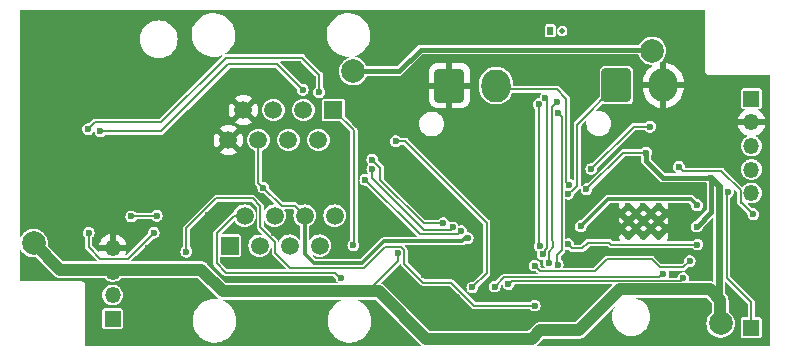
<source format=gbr>
G04 #@! TF.GenerationSoftware,KiCad,Pcbnew,(7.0.0-0)*
G04 #@! TF.CreationDate,2023-02-22T15:19:27+03:00*
G04 #@! TF.ProjectId,RP2040_minimal,52503230-3430-45f6-9d69-6e696d616c2e,REV1*
G04 #@! TF.SameCoordinates,Original*
G04 #@! TF.FileFunction,Copper,L2,Bot*
G04 #@! TF.FilePolarity,Positive*
%FSLAX46Y46*%
G04 Gerber Fmt 4.6, Leading zero omitted, Abs format (unit mm)*
G04 Created by KiCad (PCBNEW (7.0.0-0)) date 2023-02-22 15:19:27*
%MOMM*%
%LPD*%
G01*
G04 APERTURE LIST*
G04 Aperture macros list*
%AMRoundRect*
0 Rectangle with rounded corners*
0 $1 Rounding radius*
0 $2 $3 $4 $5 $6 $7 $8 $9 X,Y pos of 4 corners*
0 Add a 4 corners polygon primitive as box body*
4,1,4,$2,$3,$4,$5,$6,$7,$8,$9,$2,$3,0*
0 Add four circle primitives for the rounded corners*
1,1,$1+$1,$2,$3*
1,1,$1+$1,$4,$5*
1,1,$1+$1,$6,$7*
1,1,$1+$1,$8,$9*
0 Add four rect primitives between the rounded corners*
20,1,$1+$1,$2,$3,$4,$5,0*
20,1,$1+$1,$4,$5,$6,$7,0*
20,1,$1+$1,$6,$7,$8,$9,0*
20,1,$1+$1,$8,$9,$2,$3,0*%
G04 Aperture macros list end*
G04 #@! TA.AperFunction,ComponentPad*
%ADD10C,0.600000*%
G04 #@! TD*
G04 #@! TA.AperFunction,ComponentPad*
%ADD11R,1.350000X1.350000*%
G04 #@! TD*
G04 #@! TA.AperFunction,ComponentPad*
%ADD12O,1.350000X1.350000*%
G04 #@! TD*
G04 #@! TA.AperFunction,ComponentPad*
%ADD13R,0.500000X0.700000*%
G04 #@! TD*
G04 #@! TA.AperFunction,ComponentPad*
%ADD14O,0.500000X0.500000*%
G04 #@! TD*
G04 #@! TA.AperFunction,ComponentPad*
%ADD15RoundRect,0.250000X-0.980000X-1.150000X0.980000X-1.150000X0.980000X1.150000X-0.980000X1.150000X0*%
G04 #@! TD*
G04 #@! TA.AperFunction,ComponentPad*
%ADD16O,2.460000X2.800000*%
G04 #@! TD*
G04 #@! TA.AperFunction,ComponentPad*
%ADD17R,1.500000X1.500000*%
G04 #@! TD*
G04 #@! TA.AperFunction,ComponentPad*
%ADD18C,1.500000*%
G04 #@! TD*
G04 #@! TA.AperFunction,ViaPad*
%ADD19C,0.600000*%
G04 #@! TD*
G04 #@! TA.AperFunction,ViaPad*
%ADD20C,2.000000*%
G04 #@! TD*
G04 #@! TA.AperFunction,Conductor*
%ADD21C,0.400000*%
G04 #@! TD*
G04 #@! TA.AperFunction,Conductor*
%ADD22C,1.000000*%
G04 #@! TD*
G04 #@! TA.AperFunction,Conductor*
%ADD23C,0.200000*%
G04 #@! TD*
G04 #@! TA.AperFunction,Conductor*
%ADD24C,0.600000*%
G04 #@! TD*
G04 #@! TA.AperFunction,Conductor*
%ADD25C,0.150000*%
G04 #@! TD*
G04 #@! TA.AperFunction,Conductor*
%ADD26C,0.300000*%
G04 #@! TD*
G04 APERTURE END LIST*
D10*
X173909000Y-61295000D03*
X173909000Y-62570000D03*
X173909000Y-63845000D03*
X175184000Y-61295000D03*
X175184000Y-62570000D03*
X175184000Y-63845000D03*
X176459000Y-61295000D03*
X176459000Y-62570000D03*
X176459000Y-63845000D03*
D11*
X130235999Y-70858399D03*
D12*
X130235999Y-68858399D03*
X130235999Y-66858399D03*
X130235999Y-64858399D03*
D13*
X167292599Y-46481199D03*
D14*
X168292599Y-46481199D03*
D15*
X172898000Y-51090000D03*
D16*
X176857999Y-51089999D03*
D11*
X184302599Y-71612399D03*
D15*
X158751400Y-51115400D03*
D16*
X162711399Y-51115399D03*
D11*
X184327999Y-52219999D03*
D12*
X184327999Y-54219999D03*
X184327999Y-56219999D03*
X184327999Y-58219999D03*
X184327999Y-60219999D03*
D17*
X148935699Y-53179299D03*
D18*
X147665700Y-55719300D03*
X146395700Y-53179300D03*
X145125700Y-55719300D03*
X143855700Y-53179300D03*
X142585700Y-55719300D03*
X141315700Y-53179300D03*
X140045700Y-55719300D03*
D17*
X140142099Y-64666899D03*
D18*
X141412100Y-62126900D03*
X142682100Y-64666900D03*
X143952100Y-62126900D03*
X145222100Y-64666900D03*
X146492100Y-62126900D03*
X147762100Y-64666900D03*
X149032100Y-62126900D03*
D19*
X182042000Y-50632000D03*
X175946000Y-53172000D03*
X177292200Y-61884200D03*
X158928000Y-67269000D03*
X169037200Y-61223800D03*
X173152000Y-45806000D03*
X182296000Y-53934000D03*
X135687000Y-72349000D03*
X138354000Y-62062000D03*
X132766000Y-70190000D03*
X127330400Y-59928400D03*
X176200000Y-45806000D03*
X126695400Y-65211600D03*
X144323000Y-67523000D03*
X178994000Y-45806000D03*
X161722000Y-53934000D03*
X135052000Y-65110000D03*
X172009000Y-68183400D03*
X174472800Y-56093000D03*
X134137600Y-57718600D03*
X179756000Y-62062000D03*
X170231000Y-65719600D03*
X154102000Y-63332000D03*
X172999600Y-54746800D03*
X162230000Y-60792000D03*
X123876000Y-66634000D03*
X165735200Y-65211600D03*
X153467000Y-71206000D03*
X171831200Y-59369600D03*
X177266800Y-63128800D03*
X128702000Y-72730000D03*
X163246000Y-69047000D03*
X177470000Y-45806000D03*
X172517000Y-72526800D03*
X171424800Y-65719500D03*
X174472800Y-60055400D03*
X161264800Y-64017800D03*
X178486000Y-54696000D03*
X162331600Y-54873800D03*
X164262000Y-53172000D03*
X162230000Y-53172000D03*
X124384000Y-50124000D03*
X132766000Y-57490000D03*
X176860400Y-71510800D03*
X174803000Y-49438200D03*
X172237600Y-48879400D03*
X162839600Y-60080800D03*
X181026000Y-54188000D03*
X159436000Y-69047000D03*
X182981800Y-70545600D03*
X169379063Y-68183389D03*
X151054000Y-53172000D03*
X123622000Y-46060000D03*
X142672000Y-46568000D03*
X173025000Y-62900200D03*
X156642000Y-67142000D03*
X133274000Y-64856000D03*
X172999600Y-63611400D03*
X134290000Y-72476000D03*
X137947600Y-55432600D03*
X163093600Y-64017800D03*
X180772000Y-52664000D03*
X170358000Y-63840000D03*
X160452000Y-54442000D03*
X162179200Y-57083600D03*
X178486000Y-53172000D03*
X182931000Y-72222000D03*
X141656000Y-69936000D03*
X173431400Y-72857000D03*
X145974000Y-67523000D03*
X147371000Y-67523000D03*
X154610000Y-67142000D03*
X164770000Y-68666000D03*
X162738000Y-46060000D03*
X173442212Y-60095989D03*
X132639000Y-71333000D03*
X135560000Y-68412000D03*
X183312000Y-61935000D03*
X164516000Y-63967000D03*
X163754000Y-54188000D03*
X173406000Y-53680000D03*
X146482000Y-46568000D03*
X131750000Y-45044000D03*
X128702000Y-50124000D03*
X160706000Y-57744000D03*
X179984600Y-51876600D03*
X158674000Y-46060000D03*
X128586000Y-71198400D03*
X161214000Y-60665000D03*
X157658000Y-69428000D03*
X132385000Y-68158000D03*
X172390000Y-45806000D03*
X175641200Y-72755400D03*
X138862000Y-59776000D03*
X129718000Y-46568000D03*
X135737800Y-62265200D03*
X135306000Y-63586000D03*
X147498000Y-71460000D03*
X135306000Y-70698000D03*
X161036200Y-59979200D03*
X169723000Y-64094000D03*
X163246000Y-57236000D03*
X135890200Y-58455200D03*
X177825600Y-67091200D03*
X163449200Y-58455200D03*
X158801000Y-54162600D03*
X162230000Y-58252000D03*
X161214000Y-56728000D03*
X137769800Y-59979200D03*
X170866000Y-45806000D03*
X173025000Y-61757200D03*
X174523600Y-53400600D03*
X179756000Y-66786400D03*
X143942000Y-63586000D03*
X138150800Y-63535200D03*
X143434000Y-47584000D03*
X134163000Y-59979200D03*
D20*
X150622200Y-49895400D03*
X175920600Y-48168200D03*
D19*
X170358000Y-59903000D03*
D20*
X123545800Y-64449600D03*
D19*
X180924400Y-58912400D03*
X175384000Y-56782000D03*
D20*
X181713174Y-71246774D03*
D19*
X159817000Y-72552200D03*
X179705200Y-63052600D03*
X154406800Y-65287800D03*
X165966000Y-69738400D03*
X136486000Y-65178400D03*
X167970400Y-53451400D03*
X167919600Y-66287300D03*
X167189589Y-66117481D03*
X167843400Y-52511600D03*
X166640089Y-65414800D03*
X166878200Y-52181400D03*
X166392142Y-64706268D03*
X166319400Y-52689400D03*
X168824147Y-60269044D03*
X168884800Y-59522000D03*
X143002200Y-59750600D03*
X179730600Y-61249200D03*
X160299600Y-64027100D03*
X169875400Y-63027200D03*
X165963800Y-66354600D03*
X179095600Y-65973600D03*
X170764400Y-58175800D03*
X175717400Y-54594400D03*
X154203600Y-55813600D03*
X160706000Y-68208800D03*
X163754000Y-67929400D03*
X178562200Y-67415793D03*
X162585600Y-68132600D03*
X176860400Y-67074700D03*
X128168600Y-54797600D03*
X147726600Y-51673400D03*
X129210000Y-54975400D03*
X146329600Y-51470200D03*
X131826000Y-62198400D03*
X152222400Y-57388400D03*
X133976000Y-62138400D03*
X158242200Y-62776420D03*
X152236234Y-58179345D03*
X159055000Y-63128800D03*
X182372200Y-60106200D03*
X149606200Y-67370600D03*
X150622200Y-64635500D03*
X184480400Y-62011200D03*
X178181200Y-57998000D03*
X168807528Y-64544972D03*
X151638200Y-59090200D03*
X133711000Y-63583400D03*
X179756000Y-64576600D03*
X128206000Y-63586011D03*
X159740800Y-63437540D03*
D21*
X156311489Y-48066911D02*
X175209089Y-48066911D01*
X150622200Y-49895400D02*
X154483000Y-49895400D01*
X175209089Y-48066911D02*
X175514200Y-47761800D01*
X154483000Y-49895400D02*
X156311489Y-48066911D01*
X175514200Y-47761800D02*
X175920600Y-48168200D01*
X180924400Y-61833400D02*
X180924400Y-58912400D01*
D22*
X166446400Y-71841000D02*
X165735200Y-72552200D01*
X148590200Y-68539000D02*
X152755800Y-68539000D01*
D21*
X176835000Y-58912400D02*
X175384000Y-57461400D01*
D22*
X180776093Y-68365293D02*
X173173307Y-68365293D01*
D23*
X175384000Y-56782000D02*
X173479000Y-56782000D01*
D22*
X137726726Y-66692500D02*
X125788700Y-66692500D01*
D23*
X151832498Y-68539000D02*
X154406800Y-65964698D01*
D24*
X181610200Y-59598200D02*
X180924400Y-58912400D01*
D22*
X181686400Y-71206000D02*
X181686400Y-69275600D01*
X152755800Y-68539000D02*
X156769000Y-72552200D01*
X173009311Y-68525901D02*
X169694212Y-71841000D01*
D21*
X175384000Y-57461400D02*
X175384000Y-56782000D01*
D23*
X173479000Y-56782000D02*
X170358000Y-59903000D01*
D22*
X125788700Y-66692500D02*
X123545800Y-64449600D01*
D23*
X148590200Y-68539000D02*
X151832498Y-68539000D01*
D22*
X156769000Y-72552200D02*
X159817000Y-72552200D01*
X148590200Y-68539000D02*
X139573226Y-68539000D01*
X139573226Y-68539000D02*
X137726726Y-66692500D01*
X181686400Y-69275600D02*
X180776093Y-68365293D01*
X165735200Y-72552200D02*
X159817000Y-72552200D01*
D23*
X154406800Y-65964698D02*
X154406800Y-65287800D01*
D24*
X181610200Y-71129800D02*
X181610200Y-59598200D01*
D22*
X169694212Y-71841000D02*
X166446400Y-71841000D01*
D24*
X181686400Y-71206000D02*
X181610200Y-71129800D01*
D21*
X180924400Y-58912400D02*
X176835000Y-58912400D01*
X179705200Y-63052600D02*
X180924400Y-61833400D01*
D25*
X143986000Y-64358400D02*
X143738111Y-64110511D01*
X154931311Y-66183711D02*
X154931311Y-65070539D01*
X142756000Y-61328400D02*
X142086000Y-60658400D01*
X143724739Y-64110511D02*
X143417489Y-63803261D01*
X143417489Y-63803261D02*
X143417489Y-63789889D01*
X136486000Y-63188228D02*
X136486000Y-65178400D01*
X143738111Y-64110511D02*
X143724739Y-64110511D01*
X143986000Y-65288400D02*
X143986000Y-64358400D01*
X154624061Y-64763289D02*
X153301963Y-64763289D01*
X143417489Y-63789889D02*
X142756000Y-63128400D01*
X139015828Y-60658400D02*
X136486000Y-63188228D01*
X142756000Y-63128400D02*
X142756000Y-61328400D01*
X165966000Y-69738400D02*
X160869172Y-69738400D01*
X145266000Y-66568400D02*
X143986000Y-65288400D01*
X153301963Y-64763289D02*
X151496852Y-66568400D01*
X154931311Y-65070539D02*
X154624061Y-64763289D01*
X160869172Y-69738400D02*
X158924283Y-67793511D01*
X156541111Y-67793511D02*
X154931311Y-66183711D01*
X142086000Y-60658400D02*
X139015828Y-60658400D01*
X158924283Y-67793511D02*
X156541111Y-67793511D01*
X151496852Y-66568400D02*
X145266000Y-66568400D01*
D23*
X168258002Y-53739002D02*
X167970400Y-53451400D01*
D25*
X167897814Y-66265514D02*
X167897814Y-65388156D01*
X167919600Y-66287300D02*
X167897814Y-66265514D01*
D23*
X167931925Y-65389400D02*
X168258002Y-65063323D01*
X167919600Y-65389400D02*
X167931925Y-65389400D01*
X168258002Y-65063323D02*
X168258002Y-53739002D01*
X167420889Y-64215162D02*
X167420889Y-52934111D01*
X167554711Y-64348984D02*
X167420889Y-64215162D01*
X167189589Y-66117481D02*
X167189589Y-65169338D01*
X167554711Y-64804216D02*
X167554711Y-64348984D01*
X167189589Y-65169338D02*
X167554711Y-64804216D01*
X167420889Y-52934111D02*
X167843400Y-52511600D01*
X167005200Y-52308400D02*
X167005200Y-64859432D01*
X167005200Y-64859432D02*
X166840069Y-65024563D01*
X166878200Y-52181400D02*
X167005200Y-52308400D01*
X166840069Y-65214820D02*
X166640089Y-65414800D01*
X166840069Y-65024563D02*
X166840069Y-65214820D01*
X166319400Y-52689400D02*
X166319400Y-64633526D01*
X166319400Y-64633526D02*
X166392142Y-64706268D01*
X169021680Y-60071511D02*
X169112416Y-60071511D01*
X168824147Y-60269044D02*
X169021680Y-60071511D01*
X169570600Y-54417400D02*
X172898000Y-51090000D01*
X169570600Y-59613327D02*
X169570600Y-54417400D01*
X169112416Y-60071511D02*
X169570600Y-59613327D01*
X167868800Y-51444800D02*
X163040800Y-51444800D01*
X168656200Y-59293400D02*
X168656200Y-52232200D01*
X168656200Y-52232200D02*
X167868800Y-51444800D01*
X163040800Y-51444800D02*
X162686000Y-51090000D01*
X168884800Y-59522000D02*
X168656200Y-59293400D01*
X145661689Y-61296489D02*
X146517500Y-62152300D01*
D26*
X172207111Y-60695489D02*
X169875400Y-63027200D01*
D23*
X143002200Y-59750600D02*
X144548089Y-61296489D01*
X144548089Y-61296489D02*
X145661689Y-61296489D01*
D26*
X179730600Y-61249200D02*
X179176889Y-60695489D01*
D23*
X142585700Y-59334100D02*
X142585700Y-55719300D01*
D26*
X153238400Y-64297200D02*
X151384200Y-66151400D01*
D23*
X143002200Y-59750600D02*
X142585700Y-59334100D01*
D26*
X147294800Y-66151400D02*
X146492100Y-65348700D01*
X146492100Y-62321400D02*
X146517500Y-62296000D01*
D23*
X146517500Y-62152300D02*
X146517500Y-62296000D01*
D26*
X160112500Y-64027100D02*
X159842400Y-64297200D01*
X151384200Y-66151400D02*
X147294800Y-66151400D01*
X160299600Y-64027100D02*
X160112500Y-64027100D01*
X179176889Y-60695489D02*
X172207111Y-60695489D01*
X146492100Y-65348700D02*
X146492100Y-62321400D01*
X159842400Y-64297200D02*
X153238400Y-64297200D01*
D25*
X177026861Y-66490489D02*
X176592339Y-66490489D01*
X177043372Y-66507000D02*
X177026861Y-66490489D01*
X166421000Y-66811800D02*
X165963800Y-66354600D01*
X171074272Y-66811800D02*
X166421000Y-66811800D01*
X179095600Y-65973600D02*
X178562200Y-66507000D01*
X175897650Y-65795800D02*
X172090272Y-65795800D01*
X178562200Y-66507000D02*
X177043372Y-66507000D01*
X176592339Y-66490489D02*
X175897650Y-65795800D01*
X172090272Y-65795800D02*
X171074272Y-66811800D01*
D23*
X174345800Y-54594400D02*
X170764400Y-58175800D01*
X175717400Y-54594400D02*
X174345800Y-54594400D01*
X161925200Y-62722400D02*
X155016400Y-55813600D01*
X160706000Y-68208800D02*
X161925200Y-66989600D01*
X155016400Y-55813600D02*
X154203600Y-55813600D01*
X161925200Y-66989600D02*
X161925200Y-62722400D01*
D25*
X164042627Y-67640773D02*
X178337220Y-67640773D01*
X178337220Y-67640773D02*
X178562200Y-67415793D01*
X163754000Y-67929400D02*
X164042627Y-67640773D01*
X176800700Y-67074700D02*
X176534147Y-67341253D01*
X176534147Y-67341253D02*
X163376947Y-67341253D01*
X163376947Y-67341253D02*
X162585600Y-68132600D01*
X176860400Y-67074700D02*
X176800700Y-67074700D01*
D23*
X139817911Y-48761689D02*
X134366200Y-54213400D01*
X128752800Y-54213400D02*
X128168600Y-54797600D01*
X147726600Y-51673400D02*
X147726600Y-50185073D01*
X134366200Y-54213400D02*
X128752800Y-54213400D01*
X147726600Y-50185073D02*
X146303216Y-48761689D01*
X146303216Y-48761689D02*
X139817911Y-48761689D01*
X144170600Y-49311200D02*
X140030400Y-49311200D01*
X146329600Y-51470200D02*
X144170600Y-49311200D01*
X140030400Y-49311200D02*
X134366200Y-54975400D01*
X134366200Y-54975400D02*
X129210000Y-54975400D01*
X158242200Y-62776420D02*
X156569020Y-62776420D01*
D25*
X133976000Y-62138400D02*
X131886000Y-62138400D01*
D23*
X156569020Y-62776420D02*
X152908200Y-59115600D01*
D25*
X131886000Y-62138400D02*
X131826000Y-62198400D01*
D23*
X152908200Y-59115600D02*
X152908200Y-58074200D01*
X152908200Y-58074200D02*
X152222400Y-57388400D01*
X152236234Y-58951634D02*
X152236234Y-58179345D01*
X159055000Y-63128800D02*
X158851800Y-63332000D01*
X158851800Y-63332000D02*
X157962800Y-63332000D01*
X157962800Y-63332000D02*
X157956720Y-63325920D01*
X156610520Y-63325920D02*
X152236234Y-58951634D01*
X157956720Y-63325920D02*
X156610520Y-63325920D01*
X182219800Y-67370600D02*
X184302600Y-69453400D01*
X182219800Y-60258600D02*
X182219800Y-67370600D01*
X182372200Y-60106200D02*
X182219800Y-60258600D01*
X184302600Y-69453400D02*
X184302600Y-71612400D01*
X149606200Y-67524592D02*
X149045808Y-66964200D01*
X139039800Y-66151400D02*
X139039800Y-63633040D01*
X149606200Y-67370600D02*
X149606200Y-67524592D01*
X140545940Y-62126900D02*
X141412100Y-62126900D01*
X139852600Y-66964200D02*
X139039800Y-66151400D01*
X139039800Y-63633040D02*
X140545940Y-62126900D01*
X149045808Y-66964200D02*
X139852600Y-66964200D01*
X150673000Y-64584700D02*
X150673000Y-54916600D01*
X150622200Y-64635500D02*
X150673000Y-64584700D01*
X150673000Y-54916600D02*
X148935700Y-53179300D01*
X183403489Y-60985089D02*
X183403489Y-59994489D01*
X183464400Y-61046000D02*
X183403489Y-60985089D01*
X181771881Y-58362881D02*
X178546081Y-58362881D01*
X183403489Y-59994489D02*
X181771881Y-58362881D01*
X184480400Y-62011200D02*
X183515200Y-61046000D01*
X183515200Y-61046000D02*
X183464400Y-61046000D01*
X178546081Y-58362881D02*
X178181200Y-57998000D01*
X128206000Y-64788400D02*
X129200511Y-65782911D01*
X156229520Y-63681520D02*
X151638200Y-59090200D01*
X169160067Y-64897511D02*
X170001416Y-64897511D01*
X159740800Y-63437540D02*
X159496820Y-63681520D01*
X170474727Y-64424200D02*
X172298673Y-64424200D01*
X129200511Y-65782911D02*
X131521489Y-65782911D01*
X179739889Y-64592711D02*
X179756000Y-64576600D01*
X168807528Y-64544972D02*
X169160067Y-64897511D01*
X128206000Y-63586011D02*
X128206000Y-64788400D01*
X172298673Y-64424200D02*
X172467184Y-64592711D01*
X170001416Y-64897511D02*
X170474727Y-64424200D01*
X159496820Y-63681520D02*
X156229520Y-63681520D01*
X131521489Y-65782911D02*
X133746000Y-63558400D01*
X172467184Y-64592711D02*
X179739889Y-64592711D01*
G04 #@! TA.AperFunction,Conductor*
G36*
X180381148Y-44706852D02*
G01*
X180395500Y-44741500D01*
X180395500Y-49843246D01*
X180393629Y-49856656D01*
X180392841Y-49859424D01*
X180392840Y-49859429D01*
X180391599Y-49863793D01*
X180392017Y-49868307D01*
X180392017Y-49868312D01*
X180395291Y-49903637D01*
X180395500Y-49908158D01*
X180395500Y-49919844D01*
X180395914Y-49922061D01*
X180395915Y-49922068D01*
X180397647Y-49931335D01*
X180398271Y-49935810D01*
X180401545Y-49971137D01*
X180401546Y-49971141D01*
X180401965Y-49975660D01*
X180403987Y-49979722D01*
X180403989Y-49979727D01*
X180405274Y-49982307D01*
X180409573Y-49995133D01*
X180410103Y-49997966D01*
X180410104Y-49997969D01*
X180410939Y-50002433D01*
X180419623Y-50016459D01*
X180432004Y-50036454D01*
X180434204Y-50040404D01*
X180452042Y-50076228D01*
X180457523Y-50081225D01*
X180466173Y-50091641D01*
X180467690Y-50094092D01*
X180467693Y-50094095D01*
X180470081Y-50097952D01*
X180473829Y-50100782D01*
X180502015Y-50122067D01*
X180505497Y-50124959D01*
X180535067Y-50151916D01*
X180541988Y-50154597D01*
X180553814Y-50161184D01*
X180559736Y-50165656D01*
X180598227Y-50176607D01*
X180602506Y-50178041D01*
X180639827Y-50192500D01*
X180647246Y-50192500D01*
X180660656Y-50194371D01*
X180663424Y-50195158D01*
X180667793Y-50196401D01*
X180707636Y-50192709D01*
X180712158Y-50192500D01*
X185846500Y-50192500D01*
X185881148Y-50206852D01*
X185895500Y-50241500D01*
X185895500Y-73142500D01*
X185881148Y-73177148D01*
X185846500Y-73191500D01*
X166199394Y-73191500D01*
X166170354Y-73181967D01*
X166152613Y-73157078D01*
X166153074Y-73126516D01*
X166171559Y-73102174D01*
X166171827Y-73101988D01*
X166203129Y-73080383D01*
X166244529Y-73033650D01*
X166246524Y-73031531D01*
X166722204Y-72555852D01*
X166756853Y-72541500D01*
X169671555Y-72541500D01*
X169674514Y-72541589D01*
X169736818Y-72545358D01*
X169798229Y-72534103D01*
X169801115Y-72533664D01*
X169863084Y-72526140D01*
X169878929Y-72520130D01*
X169887463Y-72517751D01*
X169904144Y-72514695D01*
X169961071Y-72489073D01*
X169963794Y-72487945D01*
X170022142Y-72465818D01*
X170036094Y-72456186D01*
X170043807Y-72451835D01*
X170059269Y-72444878D01*
X170108413Y-72406374D01*
X170110753Y-72404653D01*
X170162141Y-72369183D01*
X170203541Y-72322450D01*
X170205536Y-72320331D01*
X172664635Y-69861233D01*
X172696397Y-69846967D01*
X172729617Y-69857401D01*
X172747519Y-69887268D01*
X172741062Y-69921482D01*
X172715534Y-69963141D01*
X172714797Y-69964919D01*
X172714793Y-69964928D01*
X172619862Y-70194112D01*
X172619858Y-70194123D01*
X172619127Y-70195889D01*
X172618680Y-70197750D01*
X172618678Y-70197757D01*
X172561398Y-70436348D01*
X172560317Y-70440852D01*
X172560165Y-70442770D01*
X172560165Y-70442777D01*
X172546681Y-70614110D01*
X172540551Y-70692000D01*
X172540702Y-70693919D01*
X172553707Y-70859169D01*
X172560317Y-70943148D01*
X172560767Y-70945025D01*
X172560768Y-70945027D01*
X172614003Y-71166770D01*
X172619127Y-71188111D01*
X172619859Y-71189879D01*
X172619862Y-71189887D01*
X172690588Y-71360634D01*
X172715534Y-71420859D01*
X172716544Y-71422507D01*
X172716545Y-71422509D01*
X172835109Y-71615988D01*
X172847164Y-71635659D01*
X173010776Y-71827224D01*
X173202341Y-71990836D01*
X173417141Y-72122466D01*
X173649889Y-72218873D01*
X173894852Y-72277683D01*
X174146000Y-72297449D01*
X174397148Y-72277683D01*
X174642111Y-72218873D01*
X174874859Y-72122466D01*
X175089659Y-71990836D01*
X175281224Y-71827224D01*
X175444836Y-71635659D01*
X175576466Y-71420859D01*
X175672873Y-71188111D01*
X175731683Y-70943148D01*
X175751449Y-70692000D01*
X175731683Y-70440852D01*
X175672873Y-70195889D01*
X175576466Y-69963141D01*
X175444836Y-69748341D01*
X175281224Y-69556776D01*
X175089659Y-69393164D01*
X175029432Y-69356257D01*
X174876509Y-69262545D01*
X174876507Y-69262544D01*
X174874859Y-69261534D01*
X174873075Y-69260795D01*
X174873071Y-69260793D01*
X174643887Y-69165862D01*
X174643879Y-69165859D01*
X174642111Y-69165127D01*
X174640245Y-69164679D01*
X174640242Y-69164678D01*
X174630915Y-69162439D01*
X174602154Y-69142810D01*
X174593694Y-69109034D01*
X174609806Y-69078165D01*
X174642354Y-69065793D01*
X180465640Y-69065793D01*
X180500288Y-69080145D01*
X180971548Y-69551404D01*
X180982170Y-69567300D01*
X180985900Y-69586052D01*
X180985900Y-70263664D01*
X180981725Y-70283456D01*
X180969911Y-70299875D01*
X180840541Y-70417812D01*
X180822193Y-70434538D01*
X180820831Y-70436340D01*
X180820825Y-70436348D01*
X180689478Y-70610280D01*
X180689473Y-70610287D01*
X180688116Y-70612085D01*
X180687110Y-70614104D01*
X180687107Y-70614110D01*
X180589954Y-70809218D01*
X180589951Y-70809225D01*
X180588945Y-70811246D01*
X180588325Y-70813422D01*
X180588324Y-70813427D01*
X180528679Y-71023055D01*
X180528676Y-71023066D01*
X180528059Y-71025238D01*
X180527850Y-71027483D01*
X180527849Y-71027494D01*
X180509473Y-71225813D01*
X180507531Y-71246774D01*
X180507740Y-71249030D01*
X180527849Y-71466053D01*
X180527850Y-71466062D01*
X180528059Y-71468310D01*
X180528677Y-71470483D01*
X180528679Y-71470492D01*
X180586098Y-71672295D01*
X180588945Y-71682302D01*
X180589952Y-71684325D01*
X180589954Y-71684329D01*
X180687107Y-71879437D01*
X180688116Y-71881463D01*
X180689476Y-71883264D01*
X180689478Y-71883267D01*
X180766252Y-71984933D01*
X180822193Y-72059010D01*
X180986612Y-72208898D01*
X181175773Y-72326021D01*
X181383234Y-72406392D01*
X181601931Y-72447274D01*
X181822154Y-72447274D01*
X181824417Y-72447274D01*
X182043114Y-72406392D01*
X182250575Y-72326021D01*
X182439736Y-72208898D01*
X182604155Y-72059010D01*
X182738232Y-71881463D01*
X182837403Y-71682302D01*
X182898289Y-71468310D01*
X182918817Y-71246774D01*
X182898289Y-71025238D01*
X182837403Y-70811246D01*
X182738232Y-70612085D01*
X182608923Y-70440852D01*
X182605522Y-70436348D01*
X182605521Y-70436347D01*
X182604155Y-70434538D01*
X182439736Y-70284650D01*
X182437808Y-70283456D01*
X182437800Y-70283450D01*
X182410105Y-70266302D01*
X182393092Y-70248485D01*
X182386900Y-70224642D01*
X182386900Y-69298257D01*
X182386989Y-69295298D01*
X182388544Y-69269587D01*
X182390758Y-69232994D01*
X182379504Y-69171587D01*
X182379061Y-69168676D01*
X182371540Y-69106728D01*
X182365531Y-69090883D01*
X182363151Y-69082350D01*
X182360095Y-69065669D01*
X182338782Y-69018314D01*
X182334478Y-69008750D01*
X182333345Y-69006015D01*
X182312268Y-68950440D01*
X182311218Y-68947670D01*
X182309537Y-68945234D01*
X182309533Y-68945227D01*
X182301587Y-68933716D01*
X182297230Y-68925991D01*
X182291493Y-68913244D01*
X182290278Y-68910544D01*
X182251777Y-68861402D01*
X182250038Y-68859037D01*
X182214583Y-68807671D01*
X182167861Y-68766279D01*
X182165706Y-68764250D01*
X182125052Y-68723596D01*
X182110700Y-68688948D01*
X182110700Y-67804767D01*
X182125052Y-67770119D01*
X182159700Y-67755767D01*
X182194348Y-67770119D01*
X183987748Y-69563519D01*
X184002100Y-69598167D01*
X184002100Y-70687900D01*
X183987748Y-70722548D01*
X183953100Y-70736900D01*
X183607852Y-70736900D01*
X183605493Y-70737369D01*
X183605485Y-70737370D01*
X183554105Y-70747590D01*
X183554100Y-70747591D01*
X183549369Y-70748533D01*
X183545357Y-70751213D01*
X183545354Y-70751215D01*
X183487059Y-70790167D01*
X183487056Y-70790169D01*
X183483048Y-70792848D01*
X183480369Y-70796856D01*
X183480367Y-70796859D01*
X183441415Y-70855154D01*
X183441413Y-70855157D01*
X183438733Y-70859169D01*
X183437791Y-70863900D01*
X183437790Y-70863905D01*
X183427570Y-70915285D01*
X183427569Y-70915293D01*
X183427100Y-70917652D01*
X183427100Y-72307148D01*
X183427569Y-72309507D01*
X183427570Y-72309514D01*
X183437790Y-72360894D01*
X183437791Y-72360897D01*
X183438733Y-72365631D01*
X183483048Y-72431952D01*
X183549369Y-72476267D01*
X183607852Y-72487900D01*
X184994938Y-72487900D01*
X184997348Y-72487900D01*
X185055831Y-72476267D01*
X185122152Y-72431952D01*
X185166467Y-72365631D01*
X185178100Y-72307148D01*
X185178100Y-70917652D01*
X185166467Y-70859169D01*
X185122152Y-70792848D01*
X185055831Y-70748533D01*
X185051097Y-70747591D01*
X185051094Y-70747590D01*
X184999714Y-70737370D01*
X184999707Y-70737369D01*
X184997348Y-70736900D01*
X184994938Y-70736900D01*
X184652100Y-70736900D01*
X184617452Y-70722548D01*
X184603100Y-70687900D01*
X184603100Y-69509292D01*
X184603570Y-69502522D01*
X184603930Y-69499940D01*
X184605373Y-69495635D01*
X184603151Y-69447589D01*
X184603100Y-69445327D01*
X184603100Y-69427823D01*
X184603100Y-69425556D01*
X184602440Y-69422030D01*
X184601658Y-69415293D01*
X184600185Y-69383408D01*
X184598350Y-69379253D01*
X184598350Y-69379251D01*
X184593872Y-69369109D01*
X184590531Y-69358321D01*
X184589790Y-69354359D01*
X184587661Y-69342967D01*
X184570858Y-69315829D01*
X184567697Y-69309831D01*
X184554806Y-69280635D01*
X184543758Y-69269587D01*
X184536745Y-69260733D01*
X184530909Y-69251307D01*
X184530906Y-69251304D01*
X184528519Y-69247448D01*
X184503049Y-69228214D01*
X184497930Y-69223759D01*
X182534652Y-67260481D01*
X182520300Y-67225833D01*
X182520300Y-60621025D01*
X182530073Y-60591660D01*
X182555495Y-60574010D01*
X182561511Y-60572243D01*
X182582253Y-60566153D01*
X182703328Y-60488343D01*
X182797577Y-60379573D01*
X182857365Y-60248657D01*
X182877847Y-60106200D01*
X182863135Y-60003875D01*
X182868217Y-59974191D01*
X182889703Y-59953086D01*
X182919474Y-59948534D01*
X182946284Y-59962255D01*
X183088637Y-60104608D01*
X183102989Y-60139256D01*
X183102989Y-60929197D01*
X183102519Y-60935967D01*
X183102158Y-60938549D01*
X183100716Y-60942854D01*
X183100925Y-60947384D01*
X183100925Y-60947388D01*
X183102937Y-60990899D01*
X183102989Y-60993162D01*
X183102989Y-61012933D01*
X183103523Y-61015792D01*
X183103648Y-61016456D01*
X183104430Y-61023198D01*
X183105483Y-61045989D01*
X183105904Y-61055081D01*
X183107735Y-61059229D01*
X183107737Y-61059235D01*
X183112217Y-61069382D01*
X183115556Y-61080163D01*
X183117593Y-61091059D01*
X183117594Y-61091061D01*
X183118428Y-61095522D01*
X183120817Y-61099380D01*
X183120818Y-61099383D01*
X183135223Y-61122648D01*
X183138386Y-61128649D01*
X183149447Y-61153698D01*
X183149449Y-61153701D01*
X183151283Y-61157854D01*
X183154493Y-61161064D01*
X183162332Y-61168903D01*
X183169341Y-61177752D01*
X183177570Y-61191041D01*
X183203039Y-61210274D01*
X183208158Y-61214729D01*
X183212390Y-61218961D01*
X183216845Y-61224079D01*
X183218415Y-61226158D01*
X183220442Y-61230228D01*
X183223801Y-61233290D01*
X183255984Y-61262629D01*
X183257620Y-61264191D01*
X183271603Y-61278174D01*
X183274555Y-61280196D01*
X183279876Y-61284411D01*
X183300108Y-61302855D01*
X183300111Y-61302857D01*
X183303467Y-61305916D01*
X183318039Y-61311561D01*
X183328030Y-61316827D01*
X183340919Y-61325656D01*
X183365221Y-61331371D01*
X183388651Y-61344422D01*
X183967550Y-61923321D01*
X183979394Y-61942494D01*
X183981403Y-61964942D01*
X183976447Y-61999415D01*
X183974753Y-62011200D01*
X183975252Y-62014671D01*
X183994735Y-62150184D01*
X183994736Y-62150188D01*
X183995235Y-62153657D01*
X183996690Y-62156843D01*
X183996691Y-62156846D01*
X184021339Y-62210816D01*
X184055023Y-62284573D01*
X184057314Y-62287217D01*
X184057316Y-62287220D01*
X184103793Y-62340857D01*
X184149272Y-62393343D01*
X184152220Y-62395238D01*
X184152223Y-62395240D01*
X184193362Y-62421678D01*
X184270347Y-62471153D01*
X184408439Y-62511700D01*
X184548857Y-62511700D01*
X184552361Y-62511700D01*
X184690453Y-62471153D01*
X184811528Y-62393343D01*
X184905777Y-62284573D01*
X184965565Y-62153657D01*
X184986047Y-62011200D01*
X184965565Y-61868743D01*
X184905777Y-61737827D01*
X184902064Y-61733542D01*
X184819190Y-61637900D01*
X184811528Y-61629057D01*
X184808579Y-61627162D01*
X184808576Y-61627159D01*
X184693402Y-61553142D01*
X184693400Y-61553141D01*
X184690453Y-61551247D01*
X184687093Y-61550260D01*
X184687090Y-61550259D01*
X184555723Y-61511687D01*
X184555721Y-61511686D01*
X184552361Y-61510700D01*
X184425167Y-61510700D01*
X184390519Y-61496348D01*
X184040153Y-61145982D01*
X184026308Y-61118365D01*
X184031739Y-61087953D01*
X184054287Y-61066835D01*
X184084988Y-61063405D01*
X184235981Y-61095500D01*
X184417455Y-61095500D01*
X184420019Y-61095500D01*
X184600034Y-61057236D01*
X184768161Y-60982381D01*
X184917050Y-60874207D01*
X185040195Y-60737440D01*
X185132214Y-60578059D01*
X185189085Y-60403029D01*
X185208322Y-60220000D01*
X185189085Y-60036971D01*
X185132214Y-59861941D01*
X185129213Y-59856744D01*
X185041482Y-59704789D01*
X185041481Y-59704788D01*
X185040195Y-59702560D01*
X185038472Y-59700646D01*
X184918772Y-59567705D01*
X184918769Y-59567702D01*
X184917050Y-59565793D01*
X184914224Y-59563740D01*
X184851150Y-59517914D01*
X184768161Y-59457619D01*
X184765817Y-59456575D01*
X184765813Y-59456573D01*
X184602375Y-59383806D01*
X184602372Y-59383805D01*
X184600034Y-59382764D01*
X184597531Y-59382231D01*
X184597525Y-59382230D01*
X184422527Y-59345033D01*
X184422526Y-59345032D01*
X184420019Y-59344500D01*
X184235981Y-59344500D01*
X184233474Y-59345032D01*
X184233472Y-59345033D01*
X184058474Y-59382230D01*
X184058465Y-59382232D01*
X184055966Y-59382764D01*
X184053630Y-59383804D01*
X184053624Y-59383806D01*
X183890186Y-59456573D01*
X183890178Y-59456577D01*
X183887839Y-59457619D01*
X183885760Y-59459129D01*
X183885759Y-59459130D01*
X183741031Y-59564280D01*
X183741024Y-59564285D01*
X183738950Y-59565793D01*
X183737234Y-59567698D01*
X183737227Y-59567705D01*
X183617524Y-59700650D01*
X183617520Y-59700654D01*
X183615805Y-59702560D01*
X183615679Y-59702776D01*
X183594274Y-59719198D01*
X183566528Y-59721380D01*
X183542070Y-59708099D01*
X182053971Y-58220000D01*
X183447678Y-58220000D01*
X183447946Y-58222550D01*
X183466646Y-58400478D01*
X183466647Y-58400486D01*
X183466915Y-58403029D01*
X183467706Y-58405463D01*
X183467707Y-58405468D01*
X183522992Y-58575617D01*
X183522994Y-58575621D01*
X183523786Y-58578059D01*
X183525067Y-58580279D01*
X183525070Y-58580284D01*
X183614517Y-58735210D01*
X183614519Y-58735213D01*
X183615805Y-58737440D01*
X183617525Y-58739350D01*
X183617527Y-58739353D01*
X183737227Y-58872294D01*
X183737229Y-58872296D01*
X183738950Y-58874207D01*
X183887839Y-58982381D01*
X184055966Y-59057236D01*
X184235981Y-59095500D01*
X184417455Y-59095500D01*
X184420019Y-59095500D01*
X184600034Y-59057236D01*
X184768161Y-58982381D01*
X184917050Y-58874207D01*
X185040195Y-58737440D01*
X185132214Y-58578059D01*
X185189085Y-58403029D01*
X185208322Y-58220000D01*
X185189085Y-58036971D01*
X185132214Y-57861941D01*
X185126678Y-57852353D01*
X185041482Y-57704789D01*
X185041481Y-57704788D01*
X185040195Y-57702560D01*
X185012057Y-57671309D01*
X184918772Y-57567705D01*
X184918769Y-57567702D01*
X184917050Y-57565793D01*
X184907682Y-57558987D01*
X184824411Y-57498487D01*
X184768161Y-57457619D01*
X184765817Y-57456575D01*
X184765813Y-57456573D01*
X184602375Y-57383806D01*
X184602372Y-57383805D01*
X184600034Y-57382764D01*
X184597531Y-57382231D01*
X184597525Y-57382230D01*
X184422527Y-57345033D01*
X184422526Y-57345032D01*
X184420019Y-57344500D01*
X184235981Y-57344500D01*
X184233474Y-57345032D01*
X184233472Y-57345033D01*
X184058474Y-57382230D01*
X184058465Y-57382232D01*
X184055966Y-57382764D01*
X184053630Y-57383804D01*
X184053624Y-57383806D01*
X183890186Y-57456573D01*
X183890178Y-57456577D01*
X183887839Y-57457619D01*
X183885760Y-57459129D01*
X183885759Y-57459130D01*
X183741031Y-57564280D01*
X183741024Y-57564285D01*
X183738950Y-57565793D01*
X183737234Y-57567698D01*
X183737227Y-57567705D01*
X183617527Y-57700646D01*
X183617521Y-57700653D01*
X183615805Y-57702560D01*
X183614522Y-57704781D01*
X183614517Y-57704789D01*
X183525070Y-57859715D01*
X183525066Y-57859723D01*
X183523786Y-57861941D01*
X183522995Y-57864374D01*
X183522992Y-57864382D01*
X183467707Y-58034531D01*
X183467705Y-58034538D01*
X183466915Y-58036971D01*
X183466647Y-58039511D01*
X183466646Y-58039521D01*
X183451959Y-58179271D01*
X183447678Y-58220000D01*
X182053971Y-58220000D01*
X182023889Y-58189918D01*
X182019434Y-58184799D01*
X182017863Y-58182719D01*
X182015839Y-58178653D01*
X181980295Y-58146250D01*
X181978658Y-58144687D01*
X181966281Y-58132310D01*
X181966280Y-58132309D01*
X181964678Y-58130707D01*
X181961714Y-58128676D01*
X181956406Y-58124470D01*
X181936172Y-58106025D01*
X181936167Y-58106022D01*
X181932814Y-58102965D01*
X181928582Y-58101325D01*
X181928580Y-58101324D01*
X181918236Y-58097317D01*
X181908253Y-58092055D01*
X181895362Y-58083225D01*
X181890944Y-58082185D01*
X181890940Y-58082184D01*
X181864301Y-58075919D01*
X181857819Y-58073912D01*
X181832290Y-58064022D01*
X181832289Y-58064021D01*
X181828054Y-58062381D01*
X181823511Y-58062381D01*
X181812427Y-58062381D01*
X181801208Y-58061079D01*
X181790423Y-58058542D01*
X181790421Y-58058541D01*
X181786000Y-58057502D01*
X181781504Y-58058129D01*
X181781500Y-58058129D01*
X181754394Y-58061911D01*
X181747624Y-58062381D01*
X178734139Y-58062381D01*
X178707647Y-58054602D01*
X178689567Y-58033736D01*
X178685638Y-58006407D01*
X178686348Y-58001469D01*
X178686847Y-57998000D01*
X178684936Y-57984712D01*
X178674073Y-57909157D01*
X178666365Y-57855543D01*
X178606577Y-57724627D01*
X178600611Y-57717742D01*
X178534826Y-57641821D01*
X178512328Y-57615857D01*
X178509379Y-57613962D01*
X178509376Y-57613959D01*
X178394202Y-57539942D01*
X178394200Y-57539941D01*
X178391253Y-57538047D01*
X178387893Y-57537060D01*
X178387890Y-57537059D01*
X178256523Y-57498487D01*
X178256521Y-57498486D01*
X178253161Y-57497500D01*
X178109239Y-57497500D01*
X178105879Y-57498486D01*
X178105876Y-57498487D01*
X177974509Y-57537059D01*
X177974503Y-57537061D01*
X177971147Y-57538047D01*
X177968201Y-57539939D01*
X177968197Y-57539942D01*
X177853023Y-57613959D01*
X177853016Y-57613964D01*
X177850072Y-57615857D01*
X177847778Y-57618504D01*
X177847775Y-57618507D01*
X177758116Y-57721979D01*
X177758111Y-57721985D01*
X177755823Y-57724627D01*
X177754369Y-57727809D01*
X177754368Y-57727812D01*
X177697491Y-57852353D01*
X177697489Y-57852358D01*
X177696035Y-57855543D01*
X177695536Y-57859009D01*
X177695535Y-57859015D01*
X177676716Y-57989912D01*
X177675553Y-57998000D01*
X177676052Y-58001469D01*
X177676052Y-58001471D01*
X177695535Y-58136984D01*
X177695536Y-58136988D01*
X177696035Y-58140457D01*
X177697490Y-58143643D01*
X177697491Y-58143646D01*
X177716403Y-58185056D01*
X177755823Y-58271373D01*
X177758114Y-58274017D01*
X177758116Y-58274020D01*
X177802283Y-58324991D01*
X177850072Y-58380143D01*
X177853020Y-58382038D01*
X177853023Y-58382040D01*
X177914703Y-58421679D01*
X177934123Y-58445776D01*
X177935227Y-58476705D01*
X177917577Y-58502127D01*
X177888212Y-58511900D01*
X177021189Y-58511900D01*
X176986541Y-58497548D01*
X175798852Y-57309859D01*
X175784500Y-57275211D01*
X175784500Y-57102359D01*
X175796468Y-57070271D01*
X175796509Y-57070223D01*
X175809377Y-57055373D01*
X175869165Y-56924457D01*
X175889647Y-56782000D01*
X175869165Y-56639543D01*
X175809377Y-56508627D01*
X175801319Y-56499328D01*
X175719937Y-56405407D01*
X175715128Y-56399857D01*
X175712179Y-56397962D01*
X175712176Y-56397959D01*
X175597002Y-56323942D01*
X175597000Y-56323941D01*
X175594053Y-56322047D01*
X175590693Y-56321060D01*
X175590690Y-56321059D01*
X175459323Y-56282487D01*
X175459321Y-56282486D01*
X175455961Y-56281500D01*
X175312039Y-56281500D01*
X175308679Y-56282486D01*
X175308676Y-56282487D01*
X175177309Y-56321059D01*
X175177303Y-56321061D01*
X175173947Y-56322047D01*
X175171001Y-56323939D01*
X175170997Y-56323942D01*
X175055823Y-56397959D01*
X175055816Y-56397964D01*
X175052872Y-56399857D01*
X175050578Y-56402504D01*
X175050575Y-56402507D01*
X174996782Y-56464588D01*
X174980105Y-56477072D01*
X174959750Y-56481500D01*
X173534900Y-56481500D01*
X173528130Y-56481030D01*
X173525540Y-56480668D01*
X173521236Y-56479226D01*
X173516704Y-56479435D01*
X173516701Y-56479435D01*
X173473170Y-56481448D01*
X173470907Y-56481500D01*
X173451156Y-56481500D01*
X173448938Y-56481914D01*
X173448930Y-56481915D01*
X173447618Y-56482160D01*
X173440900Y-56482938D01*
X173413542Y-56484204D01*
X173413540Y-56484204D01*
X173409009Y-56484414D01*
X173404859Y-56486246D01*
X173404856Y-56486247D01*
X173394708Y-56490728D01*
X173383924Y-56494067D01*
X173373034Y-56496103D01*
X173373029Y-56496104D01*
X173368567Y-56496939D01*
X173341435Y-56513737D01*
X173335440Y-56516897D01*
X173310389Y-56527958D01*
X173310381Y-56527962D01*
X173306235Y-56529794D01*
X173303028Y-56533000D01*
X173303026Y-56533002D01*
X173298967Y-56537060D01*
X173295183Y-56540844D01*
X173286337Y-56547852D01*
X173276904Y-56553692D01*
X173276899Y-56553696D01*
X173273048Y-56556081D01*
X173270317Y-56559696D01*
X173270315Y-56559699D01*
X173253814Y-56581550D01*
X173249360Y-56586667D01*
X170447880Y-59388148D01*
X170431983Y-59398770D01*
X170413232Y-59402500D01*
X170286039Y-59402500D01*
X170282679Y-59403486D01*
X170282676Y-59403487D01*
X170151309Y-59442059D01*
X170151303Y-59442061D01*
X170147947Y-59443047D01*
X170145001Y-59444939D01*
X170144997Y-59444942D01*
X170029823Y-59518959D01*
X170029816Y-59518964D01*
X170026872Y-59520857D01*
X170024578Y-59523504D01*
X170024575Y-59523507D01*
X169957132Y-59601342D01*
X169932218Y-59616732D01*
X169902976Y-59615165D01*
X169879850Y-59597200D01*
X169871100Y-59569254D01*
X169871100Y-58175800D01*
X170258753Y-58175800D01*
X170259252Y-58179271D01*
X170278735Y-58314784D01*
X170278736Y-58314788D01*
X170279235Y-58318257D01*
X170280690Y-58321443D01*
X170280691Y-58321446D01*
X170319063Y-58405468D01*
X170339023Y-58449173D01*
X170341314Y-58451817D01*
X170341316Y-58451820D01*
X170420005Y-58542632D01*
X170433272Y-58557943D01*
X170436220Y-58559838D01*
X170436223Y-58559840D01*
X170512037Y-58608562D01*
X170554347Y-58635753D01*
X170692439Y-58676300D01*
X170832857Y-58676300D01*
X170836361Y-58676300D01*
X170974453Y-58635753D01*
X171095528Y-58557943D01*
X171189777Y-58449173D01*
X171249565Y-58318257D01*
X171270047Y-58175800D01*
X171263395Y-58129539D01*
X171265403Y-58107095D01*
X171277246Y-58087923D01*
X174455918Y-54909252D01*
X174490567Y-54894900D01*
X175293150Y-54894900D01*
X175313505Y-54899328D01*
X175330182Y-54911812D01*
X175341027Y-54924328D01*
X175386272Y-54976543D01*
X175389220Y-54978438D01*
X175389223Y-54978440D01*
X175468597Y-55029450D01*
X175507347Y-55054353D01*
X175645439Y-55094900D01*
X175785857Y-55094900D01*
X175789361Y-55094900D01*
X175927453Y-55054353D01*
X176048528Y-54976543D01*
X176142777Y-54867773D01*
X176202565Y-54736857D01*
X176223047Y-54594400D01*
X176206788Y-54481317D01*
X183172398Y-54481317D01*
X183219539Y-54646998D01*
X183221169Y-54651207D01*
X183316875Y-54843411D01*
X183319246Y-54847241D01*
X183448639Y-55018585D01*
X183451685Y-55021925D01*
X183610350Y-55166568D01*
X183613957Y-55169292D01*
X183796505Y-55282321D01*
X183800548Y-55284334D01*
X183945512Y-55340493D01*
X183972615Y-55366346D01*
X183973539Y-55403791D01*
X183947742Y-55430947D01*
X183890190Y-55456571D01*
X183890180Y-55456576D01*
X183887839Y-55457619D01*
X183885760Y-55459129D01*
X183885759Y-55459130D01*
X183741031Y-55564280D01*
X183741024Y-55564285D01*
X183738950Y-55565793D01*
X183737234Y-55567698D01*
X183737227Y-55567705D01*
X183617527Y-55700646D01*
X183617521Y-55700653D01*
X183615805Y-55702560D01*
X183614522Y-55704781D01*
X183614517Y-55704789D01*
X183525070Y-55859715D01*
X183525066Y-55859723D01*
X183523786Y-55861941D01*
X183522995Y-55864374D01*
X183522992Y-55864382D01*
X183467707Y-56034531D01*
X183467705Y-56034538D01*
X183466915Y-56036971D01*
X183466647Y-56039511D01*
X183466646Y-56039521D01*
X183455126Y-56149137D01*
X183447678Y-56220000D01*
X183447946Y-56222550D01*
X183466646Y-56400478D01*
X183466647Y-56400486D01*
X183466915Y-56403029D01*
X183467706Y-56405463D01*
X183467707Y-56405468D01*
X183522992Y-56575617D01*
X183522994Y-56575621D01*
X183523786Y-56578059D01*
X183525067Y-56580279D01*
X183525070Y-56580284D01*
X183614517Y-56735210D01*
X183614519Y-56735213D01*
X183615805Y-56737440D01*
X183617525Y-56739350D01*
X183617527Y-56739353D01*
X183737227Y-56872294D01*
X183737229Y-56872296D01*
X183738950Y-56874207D01*
X183887839Y-56982381D01*
X184055966Y-57057236D01*
X184235981Y-57095500D01*
X184417455Y-57095500D01*
X184420019Y-57095500D01*
X184600034Y-57057236D01*
X184768161Y-56982381D01*
X184917050Y-56874207D01*
X185040195Y-56737440D01*
X185132214Y-56578059D01*
X185189085Y-56403029D01*
X185208322Y-56220000D01*
X185189085Y-56036971D01*
X185132214Y-55861941D01*
X185048632Y-55717174D01*
X185041482Y-55704789D01*
X185041481Y-55704788D01*
X185040195Y-55702560D01*
X185038472Y-55700646D01*
X184918772Y-55567705D01*
X184918769Y-55567702D01*
X184917050Y-55565793D01*
X184900383Y-55553684D01*
X184838672Y-55508848D01*
X184768161Y-55457619D01*
X184765817Y-55456575D01*
X184765813Y-55456573D01*
X184708258Y-55430948D01*
X184682460Y-55403791D01*
X184683384Y-55366346D01*
X184710487Y-55340493D01*
X184855451Y-55284334D01*
X184859494Y-55282321D01*
X185042042Y-55169292D01*
X185045649Y-55166568D01*
X185204314Y-55021925D01*
X185207360Y-55018585D01*
X185336753Y-54847241D01*
X185339124Y-54843411D01*
X185434830Y-54651207D01*
X185436460Y-54646998D01*
X185483601Y-54481317D01*
X185483428Y-54475701D01*
X185478078Y-54474000D01*
X183177922Y-54474000D01*
X183172571Y-54475701D01*
X183172398Y-54481317D01*
X176206788Y-54481317D01*
X176202565Y-54451943D01*
X176142777Y-54321027D01*
X176132649Y-54309339D01*
X176050824Y-54214907D01*
X176048528Y-54212257D01*
X176045579Y-54210362D01*
X176045576Y-54210359D01*
X175930402Y-54136342D01*
X175930400Y-54136341D01*
X175927453Y-54134447D01*
X175924093Y-54133460D01*
X175924090Y-54133459D01*
X175792723Y-54094887D01*
X175792721Y-54094886D01*
X175789361Y-54093900D01*
X175645439Y-54093900D01*
X175642079Y-54094886D01*
X175642076Y-54094887D01*
X175510709Y-54133459D01*
X175510703Y-54133461D01*
X175507347Y-54134447D01*
X175504401Y-54136339D01*
X175504397Y-54136342D01*
X175389223Y-54210359D01*
X175389216Y-54210364D01*
X175386272Y-54212257D01*
X175383978Y-54214904D01*
X175383975Y-54214907D01*
X175330182Y-54276988D01*
X175313505Y-54289472D01*
X175293150Y-54293900D01*
X174401692Y-54293900D01*
X174394922Y-54293430D01*
X174392339Y-54293069D01*
X174388035Y-54291627D01*
X174383503Y-54291836D01*
X174383500Y-54291836D01*
X174339990Y-54293848D01*
X174337727Y-54293900D01*
X174317956Y-54293900D01*
X174315741Y-54294313D01*
X174315719Y-54294316D01*
X174314417Y-54294560D01*
X174307692Y-54295340D01*
X174280344Y-54296605D01*
X174280342Y-54296605D01*
X174275808Y-54296815D01*
X174271658Y-54298647D01*
X174271650Y-54298649D01*
X174261503Y-54303129D01*
X174250725Y-54306467D01*
X174239830Y-54308504D01*
X174239827Y-54308504D01*
X174235367Y-54309339D01*
X174231506Y-54311729D01*
X174231502Y-54311731D01*
X174208233Y-54326137D01*
X174202236Y-54329299D01*
X174177184Y-54340361D01*
X174177182Y-54340362D01*
X174173034Y-54342194D01*
X174169824Y-54345403D01*
X174169822Y-54345405D01*
X174161980Y-54353246D01*
X174153134Y-54360254D01*
X174143704Y-54366093D01*
X174143702Y-54366094D01*
X174139848Y-54368481D01*
X174137114Y-54372100D01*
X174137115Y-54372100D01*
X174120617Y-54393946D01*
X174116163Y-54399063D01*
X170854280Y-57660948D01*
X170838383Y-57671570D01*
X170819632Y-57675300D01*
X170692439Y-57675300D01*
X170689079Y-57676286D01*
X170689076Y-57676287D01*
X170557709Y-57714859D01*
X170557703Y-57714861D01*
X170554347Y-57715847D01*
X170551401Y-57717739D01*
X170551397Y-57717742D01*
X170436223Y-57791759D01*
X170436216Y-57791764D01*
X170433272Y-57793657D01*
X170430978Y-57796304D01*
X170430975Y-57796307D01*
X170341316Y-57899779D01*
X170341311Y-57899785D01*
X170339023Y-57902427D01*
X170337569Y-57905609D01*
X170337568Y-57905612D01*
X170280691Y-58030153D01*
X170280689Y-58030158D01*
X170279235Y-58033343D01*
X170278736Y-58036809D01*
X170278735Y-58036815D01*
X170259252Y-58172329D01*
X170258753Y-58175800D01*
X169871100Y-58175800D01*
X169871100Y-54562167D01*
X169885452Y-54527519D01*
X169978084Y-54434887D01*
X170275021Y-54137948D01*
X170301290Y-54124319D01*
X170330617Y-54128302D01*
X170352301Y-54148446D01*
X170358431Y-54177401D01*
X170344286Y-54321027D01*
X170342417Y-54340000D01*
X170342653Y-54342396D01*
X170361480Y-54533554D01*
X170362700Y-54545934D01*
X170363395Y-54548227D01*
X170363397Y-54548234D01*
X170401298Y-54673176D01*
X170422768Y-54743954D01*
X170520315Y-54926450D01*
X170521837Y-54928304D01*
X170521840Y-54928309D01*
X170623726Y-55052457D01*
X170651590Y-55086410D01*
X170653446Y-55087933D01*
X170809690Y-55216159D01*
X170809692Y-55216160D01*
X170811550Y-55217685D01*
X170994046Y-55315232D01*
X171192066Y-55375300D01*
X171346392Y-55390500D01*
X171448404Y-55390500D01*
X171449608Y-55390500D01*
X171603934Y-55375300D01*
X171801954Y-55315232D01*
X171984450Y-55217685D01*
X172144410Y-55086410D01*
X172275685Y-54926450D01*
X172373232Y-54743954D01*
X172433300Y-54545934D01*
X172453583Y-54340000D01*
X172433300Y-54134066D01*
X172380098Y-53958682D01*
X183172398Y-53958682D01*
X183172571Y-53964298D01*
X183177922Y-53966000D01*
X185478078Y-53966000D01*
X185483428Y-53964298D01*
X185483601Y-53958682D01*
X185436460Y-53793001D01*
X185434830Y-53788792D01*
X185339124Y-53596588D01*
X185336753Y-53592758D01*
X185207360Y-53421414D01*
X185204314Y-53418074D01*
X185045649Y-53273431D01*
X185042042Y-53270707D01*
X184905496Y-53186161D01*
X184885600Y-53162201D01*
X184884162Y-53131091D01*
X184901762Y-53105397D01*
X184931291Y-53095500D01*
X185020338Y-53095500D01*
X185022748Y-53095500D01*
X185081231Y-53083867D01*
X185147552Y-53039552D01*
X185191867Y-52973231D01*
X185203500Y-52914748D01*
X185203500Y-51525252D01*
X185191867Y-51466769D01*
X185147552Y-51400448D01*
X185134253Y-51391562D01*
X185085245Y-51358815D01*
X185085244Y-51358814D01*
X185081231Y-51356133D01*
X185076497Y-51355191D01*
X185076494Y-51355190D01*
X185025114Y-51344970D01*
X185025107Y-51344969D01*
X185022748Y-51344500D01*
X183633252Y-51344500D01*
X183630893Y-51344969D01*
X183630885Y-51344970D01*
X183579505Y-51355190D01*
X183579500Y-51355191D01*
X183574769Y-51356133D01*
X183570757Y-51358813D01*
X183570754Y-51358815D01*
X183512459Y-51397767D01*
X183512456Y-51397769D01*
X183508448Y-51400448D01*
X183505769Y-51404456D01*
X183505767Y-51404459D01*
X183466815Y-51462754D01*
X183466813Y-51462757D01*
X183464133Y-51466769D01*
X183463191Y-51471500D01*
X183463190Y-51471505D01*
X183452970Y-51522885D01*
X183452969Y-51522893D01*
X183452500Y-51525252D01*
X183452500Y-52914748D01*
X183452969Y-52917107D01*
X183452970Y-52917114D01*
X183463190Y-52968494D01*
X183463191Y-52968497D01*
X183464133Y-52973231D01*
X183466814Y-52977244D01*
X183466815Y-52977245D01*
X183497570Y-53023273D01*
X183508448Y-53039552D01*
X183574769Y-53083867D01*
X183633252Y-53095500D01*
X183635662Y-53095500D01*
X183724709Y-53095500D01*
X183754238Y-53105397D01*
X183771838Y-53131091D01*
X183770400Y-53162201D01*
X183750504Y-53186161D01*
X183613957Y-53270707D01*
X183610350Y-53273431D01*
X183451685Y-53418074D01*
X183448639Y-53421414D01*
X183319246Y-53592758D01*
X183316875Y-53596588D01*
X183221169Y-53788792D01*
X183219539Y-53793001D01*
X183172398Y-53958682D01*
X172380098Y-53958682D01*
X172373232Y-53936046D01*
X172275685Y-53753550D01*
X172247479Y-53719181D01*
X172145933Y-53595446D01*
X172144410Y-53593590D01*
X172142553Y-53592066D01*
X171986309Y-53463840D01*
X171986304Y-53463837D01*
X171984450Y-53462315D01*
X171801954Y-53364768D01*
X171796910Y-53363238D01*
X171606234Y-53305397D01*
X171606227Y-53305395D01*
X171603934Y-53304700D01*
X171601544Y-53304464D01*
X171601541Y-53304464D01*
X171450806Y-53289618D01*
X171449608Y-53289500D01*
X171346392Y-53289500D01*
X171345195Y-53289617D01*
X171345192Y-53289618D01*
X171235401Y-53300431D01*
X171206446Y-53294301D01*
X171186302Y-53272617D01*
X171182319Y-53243290D01*
X171195948Y-53217021D01*
X171731544Y-52681425D01*
X171755287Y-52668303D01*
X171782371Y-52669824D01*
X171833301Y-52687646D01*
X171857078Y-52689875D01*
X171862603Y-52690394D01*
X171862604Y-52690394D01*
X171863734Y-52690500D01*
X173931130Y-52690500D01*
X173932266Y-52690500D01*
X173962699Y-52687646D01*
X174090882Y-52642793D01*
X174200150Y-52562150D01*
X174280793Y-52452882D01*
X174325646Y-52324699D01*
X174328500Y-52294266D01*
X174328500Y-51350749D01*
X175121852Y-51350749D01*
X175135169Y-51524208D01*
X175135742Y-51527916D01*
X175195692Y-51784108D01*
X175196820Y-51787671D01*
X175295178Y-52031713D01*
X175296840Y-52035070D01*
X175431297Y-52261236D01*
X175433447Y-52264292D01*
X175600852Y-52467283D01*
X175603451Y-52469984D01*
X175799881Y-52645041D01*
X175802848Y-52647303D01*
X176023706Y-52790329D01*
X176026988Y-52792114D01*
X176267087Y-52899748D01*
X176270609Y-52901012D01*
X176524311Y-52970731D01*
X176527991Y-52971445D01*
X176597117Y-52979425D01*
X176602489Y-52978525D01*
X176603831Y-52973875D01*
X177112000Y-52973875D01*
X177113604Y-52979178D01*
X177119113Y-52979743D01*
X177318057Y-52941160D01*
X177321652Y-52940172D01*
X177569281Y-52851235D01*
X177572710Y-52849698D01*
X177803845Y-52724010D01*
X177806999Y-52721967D01*
X178016242Y-52562468D01*
X178019042Y-52559974D01*
X178201495Y-52370392D01*
X178203869Y-52367514D01*
X178355250Y-52152297D01*
X178357163Y-52149078D01*
X178473910Y-51913287D01*
X178475309Y-51909814D01*
X178554694Y-51658970D01*
X178555549Y-51655318D01*
X178595714Y-51395282D01*
X178596000Y-51391562D01*
X178596000Y-51353747D01*
X178593145Y-51346854D01*
X178586253Y-51344000D01*
X177121747Y-51344000D01*
X177114854Y-51346854D01*
X177112000Y-51353747D01*
X177112000Y-52973875D01*
X176603831Y-52973875D01*
X176604000Y-52973291D01*
X176604000Y-51353747D01*
X176601145Y-51346854D01*
X176594253Y-51344000D01*
X175128104Y-51344000D01*
X175122912Y-51345462D01*
X175121852Y-51350749D01*
X174328500Y-51350749D01*
X174328500Y-49885734D01*
X174325646Y-49855301D01*
X174280793Y-49727118D01*
X174278613Y-49724164D01*
X174278612Y-49724162D01*
X174209293Y-49630238D01*
X174200150Y-49617850D01*
X174191817Y-49611700D01*
X174093837Y-49539387D01*
X174093832Y-49539384D01*
X174090882Y-49537207D01*
X174087417Y-49535994D01*
X174087416Y-49535994D01*
X173965512Y-49493338D01*
X173965509Y-49493337D01*
X173962699Y-49492354D01*
X173959736Y-49492076D01*
X173959731Y-49492075D01*
X173933396Y-49489605D01*
X173933375Y-49489604D01*
X173932266Y-49489500D01*
X171863734Y-49489500D01*
X171862625Y-49489603D01*
X171862603Y-49489605D01*
X171836268Y-49492075D01*
X171836261Y-49492076D01*
X171833301Y-49492354D01*
X171830492Y-49493336D01*
X171830487Y-49493338D01*
X171708583Y-49535994D01*
X171708579Y-49535995D01*
X171705118Y-49537207D01*
X171702169Y-49539382D01*
X171702162Y-49539387D01*
X171598804Y-49615669D01*
X171598800Y-49615672D01*
X171595850Y-49617850D01*
X171593672Y-49620800D01*
X171593669Y-49620804D01*
X171517387Y-49724162D01*
X171517382Y-49724169D01*
X171515207Y-49727118D01*
X171513995Y-49730579D01*
X171513994Y-49730583D01*
X171471338Y-49852487D01*
X171471336Y-49852492D01*
X171470354Y-49855301D01*
X171470076Y-49858261D01*
X171470075Y-49858268D01*
X171467605Y-49884603D01*
X171467603Y-49884625D01*
X171467500Y-49885734D01*
X171467500Y-49886870D01*
X171467500Y-52075233D01*
X171463770Y-52093984D01*
X171453148Y-52109881D01*
X169397639Y-54165388D01*
X169392522Y-54169841D01*
X169390430Y-54171420D01*
X169386372Y-54173442D01*
X169383317Y-54176792D01*
X169383313Y-54176796D01*
X169353957Y-54208996D01*
X169352398Y-54210630D01*
X169338426Y-54224603D01*
X169337149Y-54226466D01*
X169337142Y-54226475D01*
X169336392Y-54227570D01*
X169332190Y-54232874D01*
X169310684Y-54256467D01*
X169309044Y-54260698D01*
X169309040Y-54260706D01*
X169305034Y-54271045D01*
X169299773Y-54281027D01*
X169293510Y-54290171D01*
X169293507Y-54290175D01*
X169290944Y-54293919D01*
X169289905Y-54298335D01*
X169289904Y-54298338D01*
X169283636Y-54324984D01*
X169281630Y-54331462D01*
X169278323Y-54340000D01*
X169270100Y-54361227D01*
X169270100Y-54365771D01*
X169270100Y-54376854D01*
X169268798Y-54388073D01*
X169266261Y-54398857D01*
X169266260Y-54398860D01*
X169265221Y-54403281D01*
X169265848Y-54407776D01*
X169265848Y-54407780D01*
X169269630Y-54434887D01*
X169270100Y-54441657D01*
X169270100Y-59084935D01*
X169258132Y-59117023D01*
X169228073Y-59133436D01*
X169194609Y-59126156D01*
X169097802Y-59063942D01*
X169097800Y-59063941D01*
X169094853Y-59062047D01*
X169091493Y-59061060D01*
X169091490Y-59061059D01*
X168991895Y-59031816D01*
X168966474Y-59014166D01*
X168956700Y-58984801D01*
X168956700Y-52288093D01*
X168957170Y-52281323D01*
X168957530Y-52278741D01*
X168958973Y-52274436D01*
X168956751Y-52226390D01*
X168956700Y-52224128D01*
X168956700Y-52206623D01*
X168956700Y-52204356D01*
X168956040Y-52200830D01*
X168955258Y-52194093D01*
X168953785Y-52162209D01*
X168947471Y-52147911D01*
X168944131Y-52137122D01*
X168943611Y-52134340D01*
X168941261Y-52121767D01*
X168924460Y-52094633D01*
X168921296Y-52088629D01*
X168919594Y-52084774D01*
X168908406Y-52059435D01*
X168897358Y-52048387D01*
X168890345Y-52039533D01*
X168884509Y-52030107D01*
X168884506Y-52030104D01*
X168882119Y-52026248D01*
X168856649Y-52007014D01*
X168851530Y-52002559D01*
X168120808Y-51271837D01*
X168116353Y-51266718D01*
X168114782Y-51264638D01*
X168112758Y-51260572D01*
X168077214Y-51228169D01*
X168075577Y-51226606D01*
X168063200Y-51214229D01*
X168061597Y-51212626D01*
X168058633Y-51210595D01*
X168053325Y-51206389D01*
X168033091Y-51187944D01*
X168033086Y-51187941D01*
X168029733Y-51184884D01*
X168025501Y-51183244D01*
X168025499Y-51183243D01*
X168015155Y-51179236D01*
X168005172Y-51173974D01*
X167992281Y-51165144D01*
X167987863Y-51164104D01*
X167987859Y-51164103D01*
X167961220Y-51157838D01*
X167954738Y-51155831D01*
X167929209Y-51145941D01*
X167929208Y-51145940D01*
X167924973Y-51144300D01*
X167920430Y-51144300D01*
X167909346Y-51144300D01*
X167898127Y-51142998D01*
X167887342Y-51140461D01*
X167887340Y-51140460D01*
X167882919Y-51139421D01*
X167878423Y-51140048D01*
X167878419Y-51140048D01*
X167851313Y-51143830D01*
X167844543Y-51144300D01*
X164190900Y-51144300D01*
X164156252Y-51129948D01*
X164141900Y-51095300D01*
X164141900Y-50887232D01*
X164141900Y-50886229D01*
X164127226Y-50709140D01*
X164069029Y-50479325D01*
X163973799Y-50262224D01*
X163844135Y-50063757D01*
X163826515Y-50044617D01*
X163684950Y-49890837D01*
X163683572Y-49889340D01*
X163624350Y-49843246D01*
X163498089Y-49744973D01*
X163496491Y-49743729D01*
X163494710Y-49742765D01*
X163289773Y-49631858D01*
X163289770Y-49631857D01*
X163287995Y-49630896D01*
X163286086Y-49630240D01*
X163286080Y-49630238D01*
X163065687Y-49554577D01*
X163065678Y-49554574D01*
X163063771Y-49553920D01*
X163061782Y-49553588D01*
X163061774Y-49553586D01*
X162831934Y-49515233D01*
X162831927Y-49515232D01*
X162829935Y-49514900D01*
X162592865Y-49514900D01*
X162590873Y-49515232D01*
X162590865Y-49515233D01*
X162361025Y-49553586D01*
X162361014Y-49553588D01*
X162359029Y-49553920D01*
X162357124Y-49554573D01*
X162357112Y-49554577D01*
X162136719Y-49630238D01*
X162136709Y-49630242D01*
X162134805Y-49630896D01*
X162133033Y-49631854D01*
X162133026Y-49631858D01*
X161928089Y-49742765D01*
X161928082Y-49742769D01*
X161926309Y-49743729D01*
X161924714Y-49744970D01*
X161924710Y-49744973D01*
X161740834Y-49888089D01*
X161740826Y-49888095D01*
X161739228Y-49889340D01*
X161737854Y-49890831D01*
X161737849Y-49890837D01*
X161580038Y-50062264D01*
X161580030Y-50062273D01*
X161578665Y-50063757D01*
X161577559Y-50065449D01*
X161577555Y-50065455D01*
X161451835Y-50257886D01*
X161449001Y-50262224D01*
X161448190Y-50264072D01*
X161448185Y-50264082D01*
X161354582Y-50477475D01*
X161353771Y-50479325D01*
X161353278Y-50481269D01*
X161353275Y-50481280D01*
X161296070Y-50707178D01*
X161296068Y-50707187D01*
X161295574Y-50709140D01*
X161295407Y-50711146D01*
X161295406Y-50711157D01*
X161280982Y-50885233D01*
X161280981Y-50885245D01*
X161280900Y-50886229D01*
X161280900Y-51344571D01*
X161280981Y-51345555D01*
X161280982Y-51345566D01*
X161295406Y-51519642D01*
X161295407Y-51519651D01*
X161295574Y-51521660D01*
X161296068Y-51523614D01*
X161296070Y-51523621D01*
X161353275Y-51749519D01*
X161353277Y-51749526D01*
X161353771Y-51751475D01*
X161354581Y-51753323D01*
X161354582Y-51753324D01*
X161448185Y-51966717D01*
X161448187Y-51966722D01*
X161449001Y-51968576D01*
X161578665Y-52167043D01*
X161580035Y-52168531D01*
X161580038Y-52168535D01*
X161707742Y-52307257D01*
X161739228Y-52341460D01*
X161926309Y-52487071D01*
X162134805Y-52599904D01*
X162359029Y-52676880D01*
X162592865Y-52715900D01*
X162827906Y-52715900D01*
X162829935Y-52715900D01*
X163063771Y-52676880D01*
X163287995Y-52599904D01*
X163496491Y-52487071D01*
X163683572Y-52341460D01*
X163844135Y-52167043D01*
X163973799Y-51968576D01*
X164058877Y-51774617D01*
X164076951Y-51753279D01*
X164103751Y-51745300D01*
X166486531Y-51745300D01*
X166520345Y-51758837D01*
X166535475Y-51791968D01*
X166523563Y-51826388D01*
X166455116Y-51905379D01*
X166455111Y-51905385D01*
X166452823Y-51908027D01*
X166451369Y-51911209D01*
X166451368Y-51911212D01*
X166394491Y-52035753D01*
X166394489Y-52035758D01*
X166393035Y-52038943D01*
X166392536Y-52042409D01*
X166392535Y-52042415D01*
X166377517Y-52146873D01*
X166361104Y-52176932D01*
X166329016Y-52188900D01*
X166247439Y-52188900D01*
X166244079Y-52189886D01*
X166244076Y-52189887D01*
X166112709Y-52228459D01*
X166112703Y-52228461D01*
X166109347Y-52229447D01*
X166106401Y-52231339D01*
X166106397Y-52231342D01*
X165991223Y-52305359D01*
X165991216Y-52305364D01*
X165988272Y-52307257D01*
X165985978Y-52309904D01*
X165985975Y-52309907D01*
X165896316Y-52413379D01*
X165896311Y-52413385D01*
X165894023Y-52416027D01*
X165892569Y-52419209D01*
X165892568Y-52419212D01*
X165835691Y-52543753D01*
X165835689Y-52543758D01*
X165834235Y-52546943D01*
X165833736Y-52550409D01*
X165833735Y-52550415D01*
X165818029Y-52659657D01*
X165813753Y-52689400D01*
X165814252Y-52692871D01*
X165833735Y-52828384D01*
X165833736Y-52828388D01*
X165834235Y-52831857D01*
X165835690Y-52835043D01*
X165835691Y-52835046D01*
X165865240Y-52899748D01*
X165894023Y-52962773D01*
X165896314Y-52965417D01*
X165896316Y-52965420D01*
X165937602Y-53013066D01*
X165988272Y-53071543D01*
X165991221Y-53073438D01*
X165996392Y-53076762D01*
X166012907Y-53094500D01*
X166018900Y-53117983D01*
X166018900Y-64354452D01*
X166006932Y-64386540D01*
X165969058Y-64430247D01*
X165969053Y-64430253D01*
X165966765Y-64432895D01*
X165965311Y-64436077D01*
X165965310Y-64436080D01*
X165908433Y-64560621D01*
X165908431Y-64560626D01*
X165906977Y-64563811D01*
X165906478Y-64567277D01*
X165906477Y-64567283D01*
X165890519Y-64678281D01*
X165886495Y-64706268D01*
X165886994Y-64709739D01*
X165906477Y-64845252D01*
X165906478Y-64845256D01*
X165906977Y-64848725D01*
X165908432Y-64851911D01*
X165908433Y-64851914D01*
X165947432Y-64937308D01*
X165966765Y-64979641D01*
X165969056Y-64982285D01*
X165969058Y-64982288D01*
X166035193Y-65058612D01*
X166061014Y-65088411D01*
X166063962Y-65090306D01*
X166063965Y-65090308D01*
X166162836Y-65153848D01*
X166183360Y-65181264D01*
X166180917Y-65215424D01*
X166156379Y-65269156D01*
X166154924Y-65272343D01*
X166154425Y-65275808D01*
X166154425Y-65275811D01*
X166148714Y-65315532D01*
X166134442Y-65414800D01*
X166134941Y-65418271D01*
X166154424Y-65553784D01*
X166154425Y-65553788D01*
X166154924Y-65557257D01*
X166156379Y-65560443D01*
X166156380Y-65560446D01*
X166191094Y-65636457D01*
X166214712Y-65688173D01*
X166217003Y-65690817D01*
X166217005Y-65690820D01*
X166255580Y-65735338D01*
X166308961Y-65796943D01*
X166311909Y-65798838D01*
X166311912Y-65798840D01*
X166362177Y-65831143D01*
X166430036Y-65874753D01*
X166568128Y-65915300D01*
X166571632Y-65915300D01*
X166657024Y-65915300D01*
X166685446Y-65924385D01*
X166703328Y-65948271D01*
X166703965Y-65974958D01*
X166704424Y-65975024D01*
X166704031Y-65977752D01*
X166704031Y-65977756D01*
X166703926Y-65978483D01*
X166703925Y-65978489D01*
X166688518Y-66085652D01*
X166683942Y-66117481D01*
X166684441Y-66120952D01*
X166703924Y-66256465D01*
X166703925Y-66256469D01*
X166704424Y-66259938D01*
X166705879Y-66263124D01*
X166705880Y-66263127D01*
X166749240Y-66358070D01*
X166764212Y-66390854D01*
X166797921Y-66429757D01*
X166819978Y-66455212D01*
X166831890Y-66489632D01*
X166816760Y-66522763D01*
X166782946Y-66536300D01*
X166555412Y-66536300D01*
X166520764Y-66521948D01*
X166472204Y-66473388D01*
X166460359Y-66454214D01*
X166458351Y-66431769D01*
X166469447Y-66354600D01*
X166448965Y-66212143D01*
X166389177Y-66081227D01*
X166383820Y-66075045D01*
X166300155Y-65978489D01*
X166294928Y-65972457D01*
X166291979Y-65970562D01*
X166291976Y-65970559D01*
X166176802Y-65896542D01*
X166176800Y-65896541D01*
X166173853Y-65894647D01*
X166170493Y-65893660D01*
X166170490Y-65893659D01*
X166039123Y-65855087D01*
X166039121Y-65855086D01*
X166035761Y-65854100D01*
X165891839Y-65854100D01*
X165888479Y-65855086D01*
X165888476Y-65855087D01*
X165757109Y-65893659D01*
X165757103Y-65893661D01*
X165753747Y-65894647D01*
X165750801Y-65896539D01*
X165750797Y-65896542D01*
X165635623Y-65970559D01*
X165635616Y-65970564D01*
X165632672Y-65972457D01*
X165630378Y-65975104D01*
X165630375Y-65975107D01*
X165540716Y-66078579D01*
X165540711Y-66078585D01*
X165538423Y-66081227D01*
X165536969Y-66084409D01*
X165536968Y-66084412D01*
X165480091Y-66208953D01*
X165480089Y-66208958D01*
X165478635Y-66212143D01*
X165478136Y-66215609D01*
X165478135Y-66215615D01*
X165458652Y-66351129D01*
X165458153Y-66354600D01*
X165458652Y-66358070D01*
X165458652Y-66358071D01*
X165478135Y-66493584D01*
X165478136Y-66493588D01*
X165478635Y-66497057D01*
X165480090Y-66500243D01*
X165480091Y-66500246D01*
X165494853Y-66532570D01*
X165538423Y-66627973D01*
X165540714Y-66630617D01*
X165540716Y-66630620D01*
X165615464Y-66716884D01*
X165632672Y-66736743D01*
X165635620Y-66738638D01*
X165635623Y-66738640D01*
X165712269Y-66787897D01*
X165753747Y-66814553D01*
X165891839Y-66855100D01*
X166032257Y-66855100D01*
X166035761Y-66855100D01*
X166039123Y-66854112D01*
X166042592Y-66853614D01*
X166042700Y-66854371D01*
X166063876Y-66853993D01*
X166086407Y-66866823D01*
X166201689Y-66982105D01*
X166216041Y-67016753D01*
X166201689Y-67051401D01*
X166167041Y-67065753D01*
X163408909Y-67065753D01*
X163399350Y-67064812D01*
X163381678Y-67061297D01*
X163376947Y-67060356D01*
X163372216Y-67061297D01*
X163274185Y-67080795D01*
X163274181Y-67080796D01*
X163269453Y-67081737D01*
X163265441Y-67084417D01*
X163265440Y-67084418D01*
X163201325Y-67127259D01*
X163201323Y-67127260D01*
X163182334Y-67139948D01*
X163182331Y-67139950D01*
X163178323Y-67142629D01*
X163175644Y-67146637D01*
X163175640Y-67146642D01*
X163165633Y-67161618D01*
X163159541Y-67169041D01*
X162708206Y-67620376D01*
X162685685Y-67633204D01*
X162664499Y-67632832D01*
X162664391Y-67633586D01*
X162660924Y-67633087D01*
X162657561Y-67632100D01*
X162513639Y-67632100D01*
X162510279Y-67633086D01*
X162510276Y-67633087D01*
X162378909Y-67671659D01*
X162378903Y-67671661D01*
X162375547Y-67672647D01*
X162372601Y-67674539D01*
X162372597Y-67674542D01*
X162257423Y-67748559D01*
X162257416Y-67748564D01*
X162254472Y-67750457D01*
X162252178Y-67753104D01*
X162252175Y-67753107D01*
X162162516Y-67856579D01*
X162162511Y-67856585D01*
X162160223Y-67859227D01*
X162158769Y-67862409D01*
X162158768Y-67862412D01*
X162101891Y-67986953D01*
X162101889Y-67986958D01*
X162100435Y-67990143D01*
X162099936Y-67993609D01*
X162099935Y-67993615D01*
X162085363Y-68094973D01*
X162079953Y-68132600D01*
X162080452Y-68136071D01*
X162099935Y-68271584D01*
X162099936Y-68271588D01*
X162100435Y-68275057D01*
X162101890Y-68278243D01*
X162101891Y-68278246D01*
X162115887Y-68308892D01*
X162160223Y-68405973D01*
X162162514Y-68408617D01*
X162162516Y-68408620D01*
X162223489Y-68478987D01*
X162254472Y-68514743D01*
X162257420Y-68516638D01*
X162257423Y-68516640D01*
X162345897Y-68573498D01*
X162375547Y-68592553D01*
X162513639Y-68633100D01*
X162654057Y-68633100D01*
X162657561Y-68633100D01*
X162795653Y-68592553D01*
X162916728Y-68514743D01*
X163010977Y-68405973D01*
X163070765Y-68275057D01*
X163091247Y-68132600D01*
X163080151Y-68055428D01*
X163082159Y-68032984D01*
X163094002Y-68013812D01*
X163170344Y-67937470D01*
X163202659Y-67923175D01*
X163236189Y-67934334D01*
X163253492Y-67965145D01*
X163261696Y-68022206D01*
X163268835Y-68071857D01*
X163270290Y-68075043D01*
X163270291Y-68075046D01*
X163310251Y-68162544D01*
X163328623Y-68202773D01*
X163330914Y-68205417D01*
X163330916Y-68205420D01*
X163394020Y-68278246D01*
X163422872Y-68311543D01*
X163425820Y-68313438D01*
X163425823Y-68313440D01*
X163514297Y-68370298D01*
X163543947Y-68389353D01*
X163682039Y-68429900D01*
X163822457Y-68429900D01*
X163825961Y-68429900D01*
X163964053Y-68389353D01*
X164085128Y-68311543D01*
X164179377Y-68202773D01*
X164239165Y-68071857D01*
X164254325Y-67966419D01*
X164255492Y-67958300D01*
X164271905Y-67928241D01*
X164303993Y-67916273D01*
X172510075Y-67916273D01*
X172537911Y-67924947D01*
X172555892Y-67947900D01*
X172557650Y-67977003D01*
X172543589Y-68000256D01*
X172543944Y-68000611D01*
X169418407Y-71126148D01*
X169383759Y-71140500D01*
X166469057Y-71140500D01*
X166466098Y-71140411D01*
X166406747Y-71136820D01*
X166406741Y-71136820D01*
X166403794Y-71136642D01*
X166342406Y-71147891D01*
X166339482Y-71148336D01*
X166280472Y-71155502D01*
X166280467Y-71155502D01*
X166277528Y-71155860D01*
X166261682Y-71161868D01*
X166253147Y-71164248D01*
X166239384Y-71166770D01*
X166239378Y-71166771D01*
X166236469Y-71167305D01*
X166233766Y-71168521D01*
X166233764Y-71168522D01*
X166179562Y-71192916D01*
X166176828Y-71194049D01*
X166121238Y-71215131D01*
X166121229Y-71215135D01*
X166118470Y-71216182D01*
X166116033Y-71217863D01*
X166116033Y-71217864D01*
X166104516Y-71225813D01*
X166096796Y-71230167D01*
X166084047Y-71235905D01*
X166084044Y-71235906D01*
X166081344Y-71237122D01*
X166079010Y-71238950D01*
X166079009Y-71238951D01*
X166032221Y-71275605D01*
X166029839Y-71277357D01*
X165980913Y-71311130D01*
X165980906Y-71311136D01*
X165978471Y-71312817D01*
X165976509Y-71315030D01*
X165976505Y-71315035D01*
X165937085Y-71359530D01*
X165935057Y-71361684D01*
X165459395Y-71837348D01*
X165443499Y-71847970D01*
X165424747Y-71851700D01*
X159859372Y-71851700D01*
X157079453Y-71851700D01*
X157044805Y-71837348D01*
X153267141Y-68059684D01*
X153265112Y-68057529D01*
X153232896Y-68021164D01*
X153223729Y-68010817D01*
X153221296Y-68009137D01*
X153221292Y-68009134D01*
X153172361Y-67975359D01*
X153169978Y-67973605D01*
X153137167Y-67947900D01*
X153120857Y-67935122D01*
X153118160Y-67933908D01*
X153118155Y-67933905D01*
X153105403Y-67928166D01*
X153097680Y-67923811D01*
X153086165Y-67915863D01*
X153086166Y-67915863D01*
X153083730Y-67914182D01*
X153080966Y-67913134D01*
X153080961Y-67913131D01*
X153025376Y-67892051D01*
X153022642Y-67890918D01*
X153011777Y-67886028D01*
X153006625Y-67883709D01*
X152983816Y-67862668D01*
X152978222Y-67832143D01*
X152992087Y-67804380D01*
X154579345Y-66217122D01*
X154610787Y-66202876D01*
X154643821Y-66212896D01*
X154662050Y-66242211D01*
X154670328Y-66283829D01*
X154671796Y-66291206D01*
X154683269Y-66308376D01*
X154713146Y-66353092D01*
X154715993Y-66357352D01*
X154732687Y-66382335D01*
X154736698Y-66385015D01*
X154736699Y-66385016D01*
X154751674Y-66395022D01*
X154759100Y-66401116D01*
X156323701Y-67965717D01*
X156329794Y-67973141D01*
X156339802Y-67988119D01*
X156339806Y-67988123D01*
X156342487Y-67992135D01*
X156365487Y-68007503D01*
X156365489Y-68007505D01*
X156391645Y-68024982D01*
X156433616Y-68053026D01*
X156513978Y-68069011D01*
X156513979Y-68069011D01*
X156528286Y-68071857D01*
X156541111Y-68074408D01*
X156553936Y-68071857D01*
X156563507Y-68069953D01*
X156573067Y-68069011D01*
X158789871Y-68069011D01*
X158824519Y-68083363D01*
X160651765Y-69910609D01*
X160657859Y-69918034D01*
X160670548Y-69937024D01*
X160693548Y-69952392D01*
X160693550Y-69952394D01*
X160761676Y-69997914D01*
X160761677Y-69997915D01*
X160768806Y-69999333D01*
X160842039Y-70013900D01*
X160841484Y-70016686D01*
X160841488Y-70016687D01*
X160842043Y-70013900D01*
X160869172Y-70019296D01*
X160891570Y-70014840D01*
X160901129Y-70013900D01*
X165520088Y-70013900D01*
X165540443Y-70018328D01*
X165557120Y-70030812D01*
X165634872Y-70120543D01*
X165637820Y-70122438D01*
X165637823Y-70122440D01*
X165660025Y-70136708D01*
X165755947Y-70198353D01*
X165894039Y-70238900D01*
X166034457Y-70238900D01*
X166037961Y-70238900D01*
X166176053Y-70198353D01*
X166297128Y-70120543D01*
X166391377Y-70011773D01*
X166451165Y-69880857D01*
X166471647Y-69738400D01*
X166470135Y-69727887D01*
X166465048Y-69692500D01*
X166451165Y-69595943D01*
X166391377Y-69465027D01*
X166385697Y-69458472D01*
X166299424Y-69358907D01*
X166297128Y-69356257D01*
X166294179Y-69354362D01*
X166294176Y-69354359D01*
X166179002Y-69280342D01*
X166179000Y-69280341D01*
X166176053Y-69278447D01*
X166172693Y-69277460D01*
X166172690Y-69277459D01*
X166041323Y-69238887D01*
X166041321Y-69238886D01*
X166037961Y-69237900D01*
X165894039Y-69237900D01*
X165890679Y-69238886D01*
X165890676Y-69238887D01*
X165759309Y-69277459D01*
X165759303Y-69277461D01*
X165755947Y-69278447D01*
X165753001Y-69280339D01*
X165752997Y-69280342D01*
X165637823Y-69354359D01*
X165637816Y-69354364D01*
X165634872Y-69356257D01*
X165632578Y-69358904D01*
X165632575Y-69358907D01*
X165557120Y-69445988D01*
X165540443Y-69458472D01*
X165520088Y-69462900D01*
X161003584Y-69462900D01*
X160968936Y-69448548D01*
X159141688Y-67621300D01*
X159135594Y-67613874D01*
X159125588Y-67598899D01*
X159125587Y-67598898D01*
X159122907Y-67594887D01*
X159099906Y-67579518D01*
X159099905Y-67579517D01*
X159059375Y-67552436D01*
X159031778Y-67533996D01*
X159027044Y-67533054D01*
X159027041Y-67533053D01*
X158951416Y-67518011D01*
X158951415Y-67518011D01*
X158924283Y-67512614D01*
X158919547Y-67513556D01*
X158901887Y-67517069D01*
X158892327Y-67518011D01*
X156675523Y-67518011D01*
X156640875Y-67503659D01*
X155221163Y-66083947D01*
X155206811Y-66049299D01*
X155206811Y-65102495D01*
X155207753Y-65092935D01*
X155210903Y-65077100D01*
X155212208Y-65070539D01*
X155206149Y-65040077D01*
X155190826Y-64963044D01*
X155158256Y-64914300D01*
X155145305Y-64894917D01*
X155145305Y-64894916D01*
X155145303Y-64894914D01*
X155145303Y-64894915D01*
X155129935Y-64871915D01*
X155112685Y-64860389D01*
X155110945Y-64859226D01*
X155103520Y-64853132D01*
X154981736Y-64731348D01*
X154967384Y-64696700D01*
X154981736Y-64662052D01*
X155016384Y-64647700D01*
X159800967Y-64647700D01*
X159811023Y-64648743D01*
X159827715Y-64652243D01*
X159861142Y-64648076D01*
X159867204Y-64647700D01*
X159869412Y-64647700D01*
X159871440Y-64647700D01*
X159879724Y-64646317D01*
X159891942Y-64644279D01*
X159893931Y-64643988D01*
X159943793Y-64637773D01*
X159947446Y-64635986D01*
X159950645Y-64635034D01*
X159953771Y-64633960D01*
X159957781Y-64633292D01*
X160001980Y-64609371D01*
X160003730Y-64608470D01*
X160048884Y-64586398D01*
X160051756Y-64583525D01*
X160054441Y-64581608D01*
X160057081Y-64579553D01*
X160060658Y-64577618D01*
X160094696Y-64540641D01*
X160096052Y-64539228D01*
X160114353Y-64520927D01*
X160136881Y-64508099D01*
X160162801Y-64508561D01*
X160227639Y-64527600D01*
X160368057Y-64527600D01*
X160371561Y-64527600D01*
X160509653Y-64487053D01*
X160630728Y-64409243D01*
X160724977Y-64300473D01*
X160784765Y-64169557D01*
X160805247Y-64027100D01*
X160784765Y-63884643D01*
X160724977Y-63753727D01*
X160705853Y-63731657D01*
X160642011Y-63657978D01*
X160630728Y-63644957D01*
X160627779Y-63643062D01*
X160627776Y-63643059D01*
X160512602Y-63569042D01*
X160512600Y-63569041D01*
X160509653Y-63567147D01*
X160506293Y-63566160D01*
X160506290Y-63566159D01*
X160374923Y-63527587D01*
X160374921Y-63527586D01*
X160371561Y-63526600D01*
X160368057Y-63526600D01*
X160290191Y-63526600D01*
X160263700Y-63518821D01*
X160245619Y-63497956D01*
X160241690Y-63470627D01*
X160245948Y-63441011D01*
X160246447Y-63437540D01*
X160225965Y-63295083D01*
X160166177Y-63164167D01*
X160071928Y-63055397D01*
X160068979Y-63053502D01*
X160068976Y-63053499D01*
X159953802Y-62979482D01*
X159953800Y-62979481D01*
X159950853Y-62977587D01*
X159947493Y-62976600D01*
X159947490Y-62976599D01*
X159816123Y-62938027D01*
X159816121Y-62938026D01*
X159812761Y-62937040D01*
X159668839Y-62937040D01*
X159665479Y-62938026D01*
X159665475Y-62938027D01*
X159576263Y-62964221D01*
X159542103Y-62961778D01*
X159517887Y-62937561D01*
X159481833Y-62858615D01*
X159481832Y-62858614D01*
X159480377Y-62855427D01*
X159472964Y-62846872D01*
X159397777Y-62760101D01*
X159386128Y-62746657D01*
X159383179Y-62744762D01*
X159383176Y-62744759D01*
X159268002Y-62670742D01*
X159268000Y-62670741D01*
X159265053Y-62668847D01*
X159261693Y-62667860D01*
X159261690Y-62667859D01*
X159130323Y-62629287D01*
X159130321Y-62629286D01*
X159126961Y-62628300D01*
X158983039Y-62628300D01*
X158979679Y-62629286D01*
X158979676Y-62629287D01*
X158848311Y-62667858D01*
X158848303Y-62667861D01*
X158844947Y-62668847D01*
X158842000Y-62670740D01*
X158841993Y-62670744D01*
X158806041Y-62693848D01*
X158774892Y-62701404D01*
X158745736Y-62688088D01*
X158731050Y-62659599D01*
X158727365Y-62633963D01*
X158667577Y-62503047D01*
X158660748Y-62495166D01*
X158588488Y-62411773D01*
X158573328Y-62394277D01*
X158570379Y-62392382D01*
X158570376Y-62392379D01*
X158455202Y-62318362D01*
X158455200Y-62318361D01*
X158452253Y-62316467D01*
X158448893Y-62315480D01*
X158448890Y-62315479D01*
X158317523Y-62276907D01*
X158317521Y-62276906D01*
X158314161Y-62275920D01*
X158170239Y-62275920D01*
X158166879Y-62276906D01*
X158166876Y-62276907D01*
X158035509Y-62315479D01*
X158035503Y-62315481D01*
X158032147Y-62316467D01*
X158029201Y-62318359D01*
X158029197Y-62318362D01*
X157914023Y-62392379D01*
X157914016Y-62392384D01*
X157911072Y-62394277D01*
X157908778Y-62396924D01*
X157908775Y-62396927D01*
X157854982Y-62459008D01*
X157838305Y-62471492D01*
X157817950Y-62475920D01*
X156713787Y-62475920D01*
X156679139Y-62461568D01*
X153223052Y-59005481D01*
X153208700Y-58970833D01*
X153208700Y-58130093D01*
X153209170Y-58123323D01*
X153209530Y-58120741D01*
X153210973Y-58116436D01*
X153208751Y-58068390D01*
X153208700Y-58066128D01*
X153208700Y-58048623D01*
X153208700Y-58046356D01*
X153208040Y-58042830D01*
X153207258Y-58036093D01*
X153205785Y-58004209D01*
X153199471Y-57989911D01*
X153196131Y-57979122D01*
X153194094Y-57968226D01*
X153193261Y-57963767D01*
X153176460Y-57936633D01*
X153173296Y-57930629D01*
X153160406Y-57901435D01*
X153149358Y-57890387D01*
X153142345Y-57881533D01*
X153136509Y-57872107D01*
X153136506Y-57872104D01*
X153134119Y-57868248D01*
X153108649Y-57849014D01*
X153103530Y-57844559D01*
X152735248Y-57476277D01*
X152723403Y-57457102D01*
X152721395Y-57434659D01*
X152728047Y-57388400D01*
X152727386Y-57383806D01*
X152708064Y-57249415D01*
X152707565Y-57245943D01*
X152647777Y-57115027D01*
X152636800Y-57102359D01*
X152555824Y-57008907D01*
X152553528Y-57006257D01*
X152550579Y-57004362D01*
X152550576Y-57004359D01*
X152435402Y-56930342D01*
X152435400Y-56930341D01*
X152432453Y-56928447D01*
X152429093Y-56927460D01*
X152429090Y-56927459D01*
X152297723Y-56888887D01*
X152297721Y-56888886D01*
X152294361Y-56887900D01*
X152150439Y-56887900D01*
X152147079Y-56888886D01*
X152147076Y-56888887D01*
X152015709Y-56927459D01*
X152015703Y-56927461D01*
X152012347Y-56928447D01*
X152009401Y-56930339D01*
X152009397Y-56930342D01*
X151894223Y-57004359D01*
X151894216Y-57004364D01*
X151891272Y-57006257D01*
X151888978Y-57008904D01*
X151888975Y-57008907D01*
X151799316Y-57112379D01*
X151799311Y-57112385D01*
X151797023Y-57115027D01*
X151795569Y-57118209D01*
X151795568Y-57118212D01*
X151738691Y-57242753D01*
X151738689Y-57242758D01*
X151737235Y-57245943D01*
X151736736Y-57249409D01*
X151736735Y-57249415D01*
X151717252Y-57384929D01*
X151716753Y-57388400D01*
X151717252Y-57391869D01*
X151717252Y-57391871D01*
X151736735Y-57527384D01*
X151736736Y-57527388D01*
X151737235Y-57530857D01*
X151738690Y-57534043D01*
X151738691Y-57534046D01*
X151793613Y-57654306D01*
X151797023Y-57661773D01*
X151826948Y-57696309D01*
X151881934Y-57759767D01*
X151893902Y-57791855D01*
X151881934Y-57823943D01*
X151813151Y-57903324D01*
X151810857Y-57905972D01*
X151809403Y-57909154D01*
X151809402Y-57909157D01*
X151752525Y-58033698D01*
X151752523Y-58033703D01*
X151751069Y-58036888D01*
X151750570Y-58040354D01*
X151750569Y-58040360D01*
X151735570Y-58144687D01*
X151730587Y-58179345D01*
X151731086Y-58182816D01*
X151750569Y-58318329D01*
X151750570Y-58318333D01*
X151751069Y-58321802D01*
X151752524Y-58324988D01*
X151752525Y-58324991D01*
X151789278Y-58405468D01*
X151810857Y-58452718D01*
X151813148Y-58455362D01*
X151813150Y-58455365D01*
X151895137Y-58549983D01*
X151906980Y-58578575D01*
X151899326Y-58608562D01*
X151875229Y-58627981D01*
X151844300Y-58629086D01*
X151713523Y-58590687D01*
X151713521Y-58590686D01*
X151710161Y-58589700D01*
X151566239Y-58589700D01*
X151562879Y-58590686D01*
X151562876Y-58590687D01*
X151431509Y-58629259D01*
X151431503Y-58629261D01*
X151428147Y-58630247D01*
X151425201Y-58632139D01*
X151425197Y-58632142D01*
X151310023Y-58706159D01*
X151310016Y-58706164D01*
X151307072Y-58708057D01*
X151304778Y-58710704D01*
X151304775Y-58710707D01*
X151215116Y-58814179D01*
X151215111Y-58814185D01*
X151212823Y-58816827D01*
X151211369Y-58820009D01*
X151211368Y-58820012D01*
X151154491Y-58944553D01*
X151154489Y-58944558D01*
X151153035Y-58947743D01*
X151152536Y-58951209D01*
X151152535Y-58951215D01*
X151142430Y-59021500D01*
X151132553Y-59090200D01*
X151133052Y-59093671D01*
X151152535Y-59229184D01*
X151152536Y-59229188D01*
X151153035Y-59232657D01*
X151154490Y-59235843D01*
X151154491Y-59235846D01*
X151196584Y-59328015D01*
X151212823Y-59363573D01*
X151215114Y-59366217D01*
X151215116Y-59366220D01*
X151280831Y-59442059D01*
X151307072Y-59472343D01*
X151310020Y-59474238D01*
X151310023Y-59474240D01*
X151360789Y-59506865D01*
X151428147Y-59550153D01*
X151566239Y-59590700D01*
X151569743Y-59590700D01*
X151693433Y-59590700D01*
X151728081Y-59605052D01*
X155977510Y-63854481D01*
X155981964Y-63859599D01*
X155983537Y-63861682D01*
X155985562Y-63865748D01*
X155988513Y-63868438D01*
X155998126Y-63902220D01*
X155982347Y-63933911D01*
X155949335Y-63946700D01*
X153279833Y-63946700D01*
X153269777Y-63945657D01*
X153257058Y-63942990D01*
X153257057Y-63942989D01*
X153253085Y-63942157D01*
X153249057Y-63942659D01*
X153219657Y-63946324D01*
X153213596Y-63946700D01*
X153209360Y-63946700D01*
X153207363Y-63947033D01*
X153207352Y-63947034D01*
X153188865Y-63950118D01*
X153186867Y-63950409D01*
X153141040Y-63956123D01*
X153141033Y-63956125D01*
X153137007Y-63956627D01*
X153133360Y-63958409D01*
X153130157Y-63959363D01*
X153127020Y-63960440D01*
X153123019Y-63961108D01*
X153078835Y-63985018D01*
X153077054Y-63985935D01*
X153035563Y-64006218D01*
X153035558Y-64006221D01*
X153031916Y-64008002D01*
X153029049Y-64010867D01*
X153026343Y-64012800D01*
X153023706Y-64014852D01*
X153020142Y-64016782D01*
X153017395Y-64019765D01*
X153017391Y-64019769D01*
X152986125Y-64053732D01*
X152984724Y-64055192D01*
X151253370Y-65786548D01*
X151237474Y-65797170D01*
X151218722Y-65800900D01*
X147460278Y-65800900D01*
X147425630Y-65786548D01*
X147182861Y-65543779D01*
X147168642Y-65512736D01*
X147178152Y-65479942D01*
X147206773Y-65461322D01*
X147240606Y-65465916D01*
X147396599Y-65549296D01*
X147575769Y-65603647D01*
X147762100Y-65621999D01*
X147948431Y-65603647D01*
X148127601Y-65549296D01*
X148292725Y-65461036D01*
X148437457Y-65342257D01*
X148556236Y-65197525D01*
X148644496Y-65032401D01*
X148698847Y-64853231D01*
X148717199Y-64666900D01*
X148698847Y-64480569D01*
X148644496Y-64301399D01*
X148556236Y-64136275D01*
X148437457Y-63991543D01*
X148376402Y-63941436D01*
X148294587Y-63874292D01*
X148294586Y-63874291D01*
X148292725Y-63872764D01*
X148261524Y-63856087D01*
X148129730Y-63785642D01*
X148127601Y-63784504D01*
X148125293Y-63783803D01*
X148125291Y-63783803D01*
X147950731Y-63730850D01*
X147950724Y-63730848D01*
X147948431Y-63730153D01*
X147946041Y-63729917D01*
X147946038Y-63729917D01*
X147764496Y-63712037D01*
X147762100Y-63711801D01*
X147759704Y-63712037D01*
X147578161Y-63729917D01*
X147578156Y-63729917D01*
X147575769Y-63730153D01*
X147573477Y-63730848D01*
X147573468Y-63730850D01*
X147398908Y-63783803D01*
X147398902Y-63783805D01*
X147396599Y-63784504D01*
X147394473Y-63785640D01*
X147394469Y-63785642D01*
X147233599Y-63871628D01*
X147233593Y-63871631D01*
X147231475Y-63872764D01*
X147229618Y-63874287D01*
X147229612Y-63874292D01*
X147088605Y-63990014D01*
X147088600Y-63990018D01*
X147086743Y-63991543D01*
X147085218Y-63993400D01*
X147085214Y-63993405D01*
X146969492Y-64134412D01*
X146969487Y-64134418D01*
X146967964Y-64136275D01*
X146966831Y-64138393D01*
X146966828Y-64138399D01*
X146934814Y-64198295D01*
X146911457Y-64219993D01*
X146879694Y-64222729D01*
X146852971Y-64205343D01*
X146842600Y-64175197D01*
X146842600Y-63046683D01*
X146849571Y-63021492D01*
X146868501Y-63003469D01*
X147022725Y-62921036D01*
X147167457Y-62802257D01*
X147286236Y-62657525D01*
X147374496Y-62492401D01*
X147428847Y-62313231D01*
X147447199Y-62126900D01*
X148077001Y-62126900D01*
X148077237Y-62129296D01*
X148093866Y-62298140D01*
X148095353Y-62313231D01*
X148096048Y-62315524D01*
X148096050Y-62315531D01*
X148149003Y-62490091D01*
X148149704Y-62492401D01*
X148150842Y-62494530D01*
X148233008Y-62648254D01*
X148237964Y-62657525D01*
X148239491Y-62659386D01*
X148239492Y-62659387D01*
X148355214Y-62800394D01*
X148356743Y-62802257D01*
X148501475Y-62921036D01*
X148666599Y-63009296D01*
X148845769Y-63063647D01*
X149032100Y-63081999D01*
X149218431Y-63063647D01*
X149397601Y-63009296D01*
X149562725Y-62921036D01*
X149707457Y-62802257D01*
X149826236Y-62657525D01*
X149914496Y-62492401D01*
X149968847Y-62313231D01*
X149987199Y-62126900D01*
X149968847Y-61940569D01*
X149914496Y-61761399D01*
X149826236Y-61596275D01*
X149707457Y-61451543D01*
X149634486Y-61391657D01*
X149564587Y-61334292D01*
X149564586Y-61334291D01*
X149562725Y-61332764D01*
X149554560Y-61328400D01*
X149399730Y-61245642D01*
X149397601Y-61244504D01*
X149395293Y-61243803D01*
X149395291Y-61243803D01*
X149220731Y-61190850D01*
X149220724Y-61190848D01*
X149218431Y-61190153D01*
X149216041Y-61189917D01*
X149216038Y-61189917D01*
X149034496Y-61172037D01*
X149032100Y-61171801D01*
X149029704Y-61172037D01*
X148848161Y-61189917D01*
X148848156Y-61189917D01*
X148845769Y-61190153D01*
X148843477Y-61190848D01*
X148843468Y-61190850D01*
X148668908Y-61243803D01*
X148668902Y-61243805D01*
X148666599Y-61244504D01*
X148664473Y-61245640D01*
X148664469Y-61245642D01*
X148503599Y-61331628D01*
X148503593Y-61331631D01*
X148501475Y-61332764D01*
X148499618Y-61334287D01*
X148499612Y-61334292D01*
X148358605Y-61450014D01*
X148358600Y-61450018D01*
X148356743Y-61451543D01*
X148355218Y-61453400D01*
X148355214Y-61453405D01*
X148239492Y-61594412D01*
X148239487Y-61594418D01*
X148237964Y-61596275D01*
X148236831Y-61598393D01*
X148236828Y-61598399D01*
X148150842Y-61759269D01*
X148150841Y-61759272D01*
X148149704Y-61761399D01*
X148149005Y-61763702D01*
X148149003Y-61763708D01*
X148096050Y-61938268D01*
X148096048Y-61938277D01*
X148095353Y-61940569D01*
X148095117Y-61942956D01*
X148095117Y-61942961D01*
X148084304Y-62052753D01*
X148077001Y-62126900D01*
X147447199Y-62126900D01*
X147428847Y-61940569D01*
X147374496Y-61761399D01*
X147286236Y-61596275D01*
X147167457Y-61451543D01*
X147094486Y-61391657D01*
X147024587Y-61334292D01*
X147024586Y-61334291D01*
X147022725Y-61332764D01*
X147014560Y-61328400D01*
X146859730Y-61245642D01*
X146857601Y-61244504D01*
X146855293Y-61243803D01*
X146855291Y-61243803D01*
X146680731Y-61190850D01*
X146680724Y-61190848D01*
X146678431Y-61190153D01*
X146676041Y-61189917D01*
X146676038Y-61189917D01*
X146494496Y-61172037D01*
X146492100Y-61171801D01*
X146489704Y-61172037D01*
X146308161Y-61189917D01*
X146308156Y-61189917D01*
X146305769Y-61190153D01*
X146303477Y-61190848D01*
X146303468Y-61190850D01*
X146128908Y-61243803D01*
X146128902Y-61243805D01*
X146126599Y-61244504D01*
X146124479Y-61245636D01*
X146124472Y-61245640D01*
X146098742Y-61259393D01*
X146068454Y-61264648D01*
X146040997Y-61250826D01*
X145913697Y-61123526D01*
X145909242Y-61118407D01*
X145907671Y-61116327D01*
X145905647Y-61112261D01*
X145870103Y-61079858D01*
X145868466Y-61078295D01*
X145856089Y-61065918D01*
X145854486Y-61064315D01*
X145851522Y-61062284D01*
X145846214Y-61058078D01*
X145825980Y-61039633D01*
X145825975Y-61039630D01*
X145822622Y-61036573D01*
X145818390Y-61034933D01*
X145818388Y-61034932D01*
X145808044Y-61030925D01*
X145798061Y-61025663D01*
X145785170Y-61016833D01*
X145780752Y-61015793D01*
X145780748Y-61015792D01*
X145754109Y-61009527D01*
X145747627Y-61007520D01*
X145722098Y-60997630D01*
X145722097Y-60997629D01*
X145717862Y-60995989D01*
X145713319Y-60995989D01*
X145702235Y-60995989D01*
X145691016Y-60994687D01*
X145680231Y-60992150D01*
X145680229Y-60992149D01*
X145675808Y-60991110D01*
X145671312Y-60991737D01*
X145671308Y-60991737D01*
X145644202Y-60995519D01*
X145637432Y-60995989D01*
X144692856Y-60995989D01*
X144658208Y-60981637D01*
X143515048Y-59838477D01*
X143503203Y-59819302D01*
X143501195Y-59796859D01*
X143507847Y-59750600D01*
X143487365Y-59608143D01*
X143427577Y-59477227D01*
X143424530Y-59473711D01*
X143335624Y-59371107D01*
X143333328Y-59368457D01*
X143330379Y-59366562D01*
X143330376Y-59366559D01*
X143215202Y-59292542D01*
X143215200Y-59292541D01*
X143212253Y-59290647D01*
X143208893Y-59289660D01*
X143208890Y-59289659D01*
X143077523Y-59251087D01*
X143077521Y-59251086D01*
X143074161Y-59250100D01*
X142946967Y-59250100D01*
X142912319Y-59235748D01*
X142900552Y-59223981D01*
X142886200Y-59189333D01*
X142886200Y-56657755D01*
X142895843Y-56628566D01*
X142920976Y-56610865D01*
X142928485Y-56608586D01*
X142951201Y-56601696D01*
X143116325Y-56513436D01*
X143261057Y-56394657D01*
X143379836Y-56249925D01*
X143468096Y-56084801D01*
X143522447Y-55905631D01*
X143540799Y-55719300D01*
X144170601Y-55719300D01*
X144170837Y-55721696D01*
X144184430Y-55859715D01*
X144188953Y-55905631D01*
X144189648Y-55907924D01*
X144189650Y-55907931D01*
X144229568Y-56039521D01*
X144243304Y-56084801D01*
X144331564Y-56249925D01*
X144450343Y-56394657D01*
X144595075Y-56513436D01*
X144760199Y-56601696D01*
X144939369Y-56656047D01*
X145125700Y-56674399D01*
X145312031Y-56656047D01*
X145491201Y-56601696D01*
X145656325Y-56513436D01*
X145801057Y-56394657D01*
X145919836Y-56249925D01*
X146008096Y-56084801D01*
X146062447Y-55905631D01*
X146080799Y-55719300D01*
X146710601Y-55719300D01*
X146710837Y-55721696D01*
X146724430Y-55859715D01*
X146728953Y-55905631D01*
X146729648Y-55907924D01*
X146729650Y-55907931D01*
X146769568Y-56039521D01*
X146783304Y-56084801D01*
X146871564Y-56249925D01*
X146990343Y-56394657D01*
X147135075Y-56513436D01*
X147300199Y-56601696D01*
X147479369Y-56656047D01*
X147665700Y-56674399D01*
X147852031Y-56656047D01*
X148031201Y-56601696D01*
X148196325Y-56513436D01*
X148341057Y-56394657D01*
X148459836Y-56249925D01*
X148548096Y-56084801D01*
X148602447Y-55905631D01*
X148620799Y-55719300D01*
X148602447Y-55532969D01*
X148548096Y-55353799D01*
X148459836Y-55188675D01*
X148341057Y-55043943D01*
X148339194Y-55042414D01*
X148198187Y-54926692D01*
X148198186Y-54926691D01*
X148196325Y-54925164D01*
X148093905Y-54870420D01*
X148033330Y-54838042D01*
X148031201Y-54836904D01*
X148028893Y-54836203D01*
X148028891Y-54836203D01*
X147854331Y-54783250D01*
X147854324Y-54783248D01*
X147852031Y-54782553D01*
X147849641Y-54782317D01*
X147849638Y-54782317D01*
X147668096Y-54764437D01*
X147665700Y-54764201D01*
X147663304Y-54764437D01*
X147481761Y-54782317D01*
X147481756Y-54782317D01*
X147479369Y-54782553D01*
X147477077Y-54783248D01*
X147477068Y-54783250D01*
X147302508Y-54836203D01*
X147302502Y-54836205D01*
X147300199Y-54836904D01*
X147298073Y-54838040D01*
X147298069Y-54838042D01*
X147137199Y-54924028D01*
X147137193Y-54924031D01*
X147135075Y-54925164D01*
X147133218Y-54926687D01*
X147133212Y-54926692D01*
X146992205Y-55042414D01*
X146992200Y-55042418D01*
X146990343Y-55043943D01*
X146988818Y-55045800D01*
X146988814Y-55045805D01*
X146873092Y-55186812D01*
X146873087Y-55186818D01*
X146871564Y-55188675D01*
X146870431Y-55190793D01*
X146870428Y-55190799D01*
X146784442Y-55351669D01*
X146784440Y-55351673D01*
X146783304Y-55353799D01*
X146782605Y-55356102D01*
X146782603Y-55356108D01*
X146729650Y-55530668D01*
X146729648Y-55530677D01*
X146728953Y-55532969D01*
X146728717Y-55535356D01*
X146728717Y-55535361D01*
X146715658Y-55667953D01*
X146710601Y-55719300D01*
X146080799Y-55719300D01*
X146062447Y-55532969D01*
X146008096Y-55353799D01*
X145919836Y-55188675D01*
X145801057Y-55043943D01*
X145799194Y-55042414D01*
X145658187Y-54926692D01*
X145658186Y-54926691D01*
X145656325Y-54925164D01*
X145553905Y-54870420D01*
X145493330Y-54838042D01*
X145491201Y-54836904D01*
X145488893Y-54836203D01*
X145488891Y-54836203D01*
X145314331Y-54783250D01*
X145314324Y-54783248D01*
X145312031Y-54782553D01*
X145309641Y-54782317D01*
X145309638Y-54782317D01*
X145128096Y-54764437D01*
X145125700Y-54764201D01*
X145123304Y-54764437D01*
X144941761Y-54782317D01*
X144941756Y-54782317D01*
X144939369Y-54782553D01*
X144937077Y-54783248D01*
X144937068Y-54783250D01*
X144762508Y-54836203D01*
X144762502Y-54836205D01*
X144760199Y-54836904D01*
X144758073Y-54838040D01*
X144758069Y-54838042D01*
X144597199Y-54924028D01*
X144597193Y-54924031D01*
X144595075Y-54925164D01*
X144593218Y-54926687D01*
X144593212Y-54926692D01*
X144452205Y-55042414D01*
X144452200Y-55042418D01*
X144450343Y-55043943D01*
X144448818Y-55045800D01*
X144448814Y-55045805D01*
X144333092Y-55186812D01*
X144333087Y-55186818D01*
X144331564Y-55188675D01*
X144330431Y-55190793D01*
X144330428Y-55190799D01*
X144244442Y-55351669D01*
X144244440Y-55351673D01*
X144243304Y-55353799D01*
X144242605Y-55356102D01*
X144242603Y-55356108D01*
X144189650Y-55530668D01*
X144189648Y-55530677D01*
X144188953Y-55532969D01*
X144188717Y-55535356D01*
X144188717Y-55535361D01*
X144175658Y-55667953D01*
X144170601Y-55719300D01*
X143540799Y-55719300D01*
X143522447Y-55532969D01*
X143468096Y-55353799D01*
X143379836Y-55188675D01*
X143261057Y-55043943D01*
X143259194Y-55042414D01*
X143118187Y-54926692D01*
X143118186Y-54926691D01*
X143116325Y-54925164D01*
X143013905Y-54870420D01*
X142953330Y-54838042D01*
X142951201Y-54836904D01*
X142948893Y-54836203D01*
X142948891Y-54836203D01*
X142774331Y-54783250D01*
X142774324Y-54783248D01*
X142772031Y-54782553D01*
X142769641Y-54782317D01*
X142769638Y-54782317D01*
X142588096Y-54764437D01*
X142585700Y-54764201D01*
X142583304Y-54764437D01*
X142401761Y-54782317D01*
X142401756Y-54782317D01*
X142399369Y-54782553D01*
X142397077Y-54783248D01*
X142397068Y-54783250D01*
X142222508Y-54836203D01*
X142222502Y-54836205D01*
X142220199Y-54836904D01*
X142218073Y-54838040D01*
X142218069Y-54838042D01*
X142057199Y-54924028D01*
X142057193Y-54924031D01*
X142055075Y-54925164D01*
X142053218Y-54926687D01*
X142053212Y-54926692D01*
X141912205Y-55042414D01*
X141912200Y-55042418D01*
X141910343Y-55043943D01*
X141908818Y-55045800D01*
X141908814Y-55045805D01*
X141793092Y-55186812D01*
X141793087Y-55186818D01*
X141791564Y-55188675D01*
X141790431Y-55190793D01*
X141790428Y-55190799D01*
X141704442Y-55351669D01*
X141704440Y-55351673D01*
X141703304Y-55353799D01*
X141702605Y-55356102D01*
X141702603Y-55356108D01*
X141649650Y-55530668D01*
X141649648Y-55530677D01*
X141648953Y-55532969D01*
X141648717Y-55535356D01*
X141648717Y-55535361D01*
X141635658Y-55667953D01*
X141630601Y-55719300D01*
X141630837Y-55721696D01*
X141644430Y-55859715D01*
X141648953Y-55905631D01*
X141649648Y-55907924D01*
X141649650Y-55907931D01*
X141689568Y-56039521D01*
X141703304Y-56084801D01*
X141791564Y-56249925D01*
X141910343Y-56394657D01*
X142055075Y-56513436D01*
X142220199Y-56601696D01*
X142239680Y-56607605D01*
X142250424Y-56610865D01*
X142275557Y-56628566D01*
X142285200Y-56657755D01*
X142285200Y-59278208D01*
X142284730Y-59284978D01*
X142284369Y-59287560D01*
X142282927Y-59291865D01*
X142283136Y-59296395D01*
X142283136Y-59296399D01*
X142285148Y-59339910D01*
X142285200Y-59342173D01*
X142285200Y-59361944D01*
X142285615Y-59364163D01*
X142285859Y-59365467D01*
X142286641Y-59372209D01*
X142288115Y-59404092D01*
X142289946Y-59408240D01*
X142289948Y-59408246D01*
X142294428Y-59418393D01*
X142297767Y-59429174D01*
X142299804Y-59440070D01*
X142299805Y-59440072D01*
X142300639Y-59444533D01*
X142303028Y-59448391D01*
X142303029Y-59448394D01*
X142317434Y-59471659D01*
X142320597Y-59477660D01*
X142331658Y-59502709D01*
X142331660Y-59502712D01*
X142333494Y-59506865D01*
X142336703Y-59510074D01*
X142336704Y-59510075D01*
X142344543Y-59517914D01*
X142351552Y-59526763D01*
X142359781Y-59540052D01*
X142373157Y-59550153D01*
X142385250Y-59559285D01*
X142390369Y-59563740D01*
X142489350Y-59662721D01*
X142501194Y-59681894D01*
X142503203Y-59704342D01*
X142500754Y-59721380D01*
X142496553Y-59750600D01*
X142497052Y-59754069D01*
X142497052Y-59754071D01*
X142516535Y-59889584D01*
X142516536Y-59889588D01*
X142517035Y-59893057D01*
X142518490Y-59896243D01*
X142518491Y-59896246D01*
X142554088Y-59974191D01*
X142576823Y-60023973D01*
X142579114Y-60026617D01*
X142579116Y-60026620D01*
X142651080Y-60109671D01*
X142671072Y-60132743D01*
X142674020Y-60134638D01*
X142674023Y-60134640D01*
X142762497Y-60191498D01*
X142792147Y-60210553D01*
X142930239Y-60251100D01*
X142933743Y-60251100D01*
X143057433Y-60251100D01*
X143092081Y-60265452D01*
X143921018Y-61094389D01*
X143935344Y-61127434D01*
X143923210Y-61161345D01*
X143891173Y-61177801D01*
X143768161Y-61189917D01*
X143768156Y-61189917D01*
X143765769Y-61190153D01*
X143763477Y-61190848D01*
X143763468Y-61190850D01*
X143588908Y-61243803D01*
X143588902Y-61243805D01*
X143586599Y-61244504D01*
X143584473Y-61245640D01*
X143584469Y-61245642D01*
X143423599Y-61331628D01*
X143423593Y-61331631D01*
X143421475Y-61332764D01*
X143419618Y-61334287D01*
X143419612Y-61334292D01*
X143278605Y-61450014D01*
X143278600Y-61450018D01*
X143276743Y-61451543D01*
X143275218Y-61453400D01*
X143275214Y-61453405D01*
X143159492Y-61594412D01*
X143159487Y-61594418D01*
X143157964Y-61596275D01*
X143156831Y-61598393D01*
X143156828Y-61598399D01*
X143131814Y-61645199D01*
X143124560Y-61658771D01*
X143123714Y-61660353D01*
X143100357Y-61682051D01*
X143068594Y-61684787D01*
X143041871Y-61667401D01*
X143031500Y-61637255D01*
X143031500Y-61360356D01*
X143032442Y-61350796D01*
X143035955Y-61333136D01*
X143036897Y-61328400D01*
X143032424Y-61305916D01*
X143027095Y-61279124D01*
X143021143Y-61249200D01*
X143015515Y-61220905D01*
X142987471Y-61178934D01*
X142969994Y-61152778D01*
X142969992Y-61152776D01*
X142954624Y-61129776D01*
X142948290Y-61125544D01*
X142935634Y-61117087D01*
X142928209Y-61110993D01*
X142303405Y-60486189D01*
X142297311Y-60478763D01*
X142287305Y-60463788D01*
X142287304Y-60463787D01*
X142284624Y-60459776D01*
X142273477Y-60452328D01*
X142261623Y-60444407D01*
X142261622Y-60444406D01*
X142229006Y-60422613D01*
X142197509Y-60401567D01*
X142197508Y-60401566D01*
X142193495Y-60398885D01*
X142188761Y-60397943D01*
X142188758Y-60397942D01*
X142113133Y-60382900D01*
X142113132Y-60382900D01*
X142113131Y-60382899D01*
X142090736Y-60378445D01*
X142086000Y-60377503D01*
X142081264Y-60378445D01*
X142063604Y-60381958D01*
X142054044Y-60382900D01*
X139047784Y-60382900D01*
X139038224Y-60381958D01*
X139020564Y-60378445D01*
X139015828Y-60377503D01*
X138988696Y-60382900D01*
X138988695Y-60382900D01*
X138988693Y-60382900D01*
X138913069Y-60397942D01*
X138913064Y-60397943D01*
X138908333Y-60398885D01*
X138904321Y-60401565D01*
X138904318Y-60401567D01*
X138872822Y-60422613D01*
X138840206Y-60444406D01*
X138840204Y-60444407D01*
X138821215Y-60457095D01*
X138821212Y-60457097D01*
X138817204Y-60459776D01*
X138814525Y-60463784D01*
X138814521Y-60463789D01*
X138804514Y-60478765D01*
X138798422Y-60486188D01*
X136313788Y-62970822D01*
X136306365Y-62976914D01*
X136291389Y-62986921D01*
X136291384Y-62986925D01*
X136287376Y-62989604D01*
X136284697Y-62993612D01*
X136284695Y-62993615D01*
X136272007Y-63012604D01*
X136272005Y-63012605D01*
X136272006Y-63012606D01*
X136259382Y-63031500D01*
X136259381Y-63031501D01*
X136229165Y-63076721D01*
X136229163Y-63076724D01*
X136226485Y-63080733D01*
X136225544Y-63085461D01*
X136225543Y-63085465D01*
X136213150Y-63147772D01*
X136208163Y-63172846D01*
X136205103Y-63188228D01*
X136206044Y-63192959D01*
X136206044Y-63192962D01*
X136209558Y-63210624D01*
X136210500Y-63220184D01*
X136210500Y-64733752D01*
X136204506Y-64757235D01*
X136187994Y-64774970D01*
X136154872Y-64796257D01*
X136152578Y-64798904D01*
X136152575Y-64798907D01*
X136062916Y-64902379D01*
X136062911Y-64902385D01*
X136060623Y-64905027D01*
X136059169Y-64908209D01*
X136059168Y-64908212D01*
X136002291Y-65032753D01*
X136002289Y-65032758D01*
X136000835Y-65035943D01*
X136000336Y-65039409D01*
X136000335Y-65039415D01*
X135982624Y-65162607D01*
X135980353Y-65178400D01*
X135980852Y-65181871D01*
X136000335Y-65317384D01*
X136000336Y-65317388D01*
X136000835Y-65320857D01*
X136002290Y-65324043D01*
X136002291Y-65324046D01*
X136041634Y-65410193D01*
X136060623Y-65451773D01*
X136062914Y-65454417D01*
X136062916Y-65454420D01*
X136126373Y-65527653D01*
X136154872Y-65560543D01*
X136157820Y-65562438D01*
X136157823Y-65562440D01*
X136243343Y-65617400D01*
X136275947Y-65638353D01*
X136414039Y-65678900D01*
X136554457Y-65678900D01*
X136557961Y-65678900D01*
X136696053Y-65638353D01*
X136817128Y-65560543D01*
X136911377Y-65451773D01*
X136971165Y-65320857D01*
X136991647Y-65178400D01*
X136971165Y-65035943D01*
X136911377Y-64905027D01*
X136905366Y-64898090D01*
X136836369Y-64818463D01*
X136817128Y-64796257D01*
X136784005Y-64774970D01*
X136767494Y-64757235D01*
X136761500Y-64733752D01*
X136761500Y-63322640D01*
X136775852Y-63287992D01*
X139115592Y-60948252D01*
X139150240Y-60933900D01*
X141951588Y-60933900D01*
X141986236Y-60948252D01*
X142466148Y-61428164D01*
X142480500Y-61462812D01*
X142480500Y-63096444D01*
X142479558Y-63106004D01*
X142476069Y-63123546D01*
X142475103Y-63128400D01*
X142476045Y-63133136D01*
X142480500Y-63155532D01*
X142480500Y-63155533D01*
X142495542Y-63231158D01*
X142495543Y-63231161D01*
X142496485Y-63235895D01*
X142499166Y-63239908D01*
X142499167Y-63239909D01*
X142520113Y-63271257D01*
X142539701Y-63300573D01*
X142554446Y-63322640D01*
X142557376Y-63327024D01*
X142561387Y-63329704D01*
X142561388Y-63329705D01*
X142576363Y-63339711D01*
X142583789Y-63345805D01*
X142882195Y-63644211D01*
X142895826Y-63670482D01*
X142891842Y-63699809D01*
X142871699Y-63721493D01*
X142842744Y-63727623D01*
X142684496Y-63712037D01*
X142682100Y-63711801D01*
X142679704Y-63712037D01*
X142498161Y-63729917D01*
X142498156Y-63729917D01*
X142495769Y-63730153D01*
X142493477Y-63730848D01*
X142493468Y-63730850D01*
X142318908Y-63783803D01*
X142318902Y-63783805D01*
X142316599Y-63784504D01*
X142314473Y-63785640D01*
X142314469Y-63785642D01*
X142153599Y-63871628D01*
X142153593Y-63871631D01*
X142151475Y-63872764D01*
X142149618Y-63874287D01*
X142149612Y-63874292D01*
X142008605Y-63990014D01*
X142008600Y-63990018D01*
X142006743Y-63991543D01*
X142005218Y-63993400D01*
X142005214Y-63993405D01*
X141889492Y-64134412D01*
X141889487Y-64134418D01*
X141887964Y-64136275D01*
X141886831Y-64138393D01*
X141886828Y-64138399D01*
X141800842Y-64299269D01*
X141800840Y-64299273D01*
X141799704Y-64301399D01*
X141799005Y-64303702D01*
X141799003Y-64303708D01*
X141746050Y-64478268D01*
X141746048Y-64478277D01*
X141745353Y-64480569D01*
X141745117Y-64482956D01*
X141745117Y-64482961D01*
X141730094Y-64635500D01*
X141727001Y-64666900D01*
X141727237Y-64669296D01*
X141743355Y-64832952D01*
X141745353Y-64853231D01*
X141746048Y-64855524D01*
X141746050Y-64855531D01*
X141796328Y-65021272D01*
X141799704Y-65032401D01*
X141800842Y-65034530D01*
X141881505Y-65185442D01*
X141887964Y-65197525D01*
X141889491Y-65199386D01*
X141889492Y-65199387D01*
X141999979Y-65334015D01*
X142006743Y-65342257D01*
X142151475Y-65461036D01*
X142316599Y-65549296D01*
X142495769Y-65603647D01*
X142682100Y-65621999D01*
X142868431Y-65603647D01*
X143047601Y-65549296D01*
X143212725Y-65461036D01*
X143357457Y-65342257D01*
X143476236Y-65197525D01*
X143564496Y-65032401D01*
X143614610Y-64867197D01*
X143635285Y-64840024D01*
X143668690Y-64832952D01*
X143698603Y-64849417D01*
X143710500Y-64881422D01*
X143710500Y-65256444D01*
X143709558Y-65266003D01*
X143705103Y-65288400D01*
X143706045Y-65293136D01*
X143710500Y-65315532D01*
X143710500Y-65315533D01*
X143725542Y-65391158D01*
X143725543Y-65391161D01*
X143726485Y-65395895D01*
X143729166Y-65399908D01*
X143729167Y-65399909D01*
X143784293Y-65482411D01*
X143787376Y-65487024D01*
X143791387Y-65489704D01*
X143791388Y-65489705D01*
X143806363Y-65499711D01*
X143813789Y-65505805D01*
X144888036Y-66580052D01*
X144902388Y-66614700D01*
X144888036Y-66649348D01*
X144853388Y-66663700D01*
X139997367Y-66663700D01*
X139962719Y-66649348D01*
X139354652Y-66041281D01*
X139340300Y-66006633D01*
X139340300Y-65666400D01*
X139354652Y-65631752D01*
X139389300Y-65617400D01*
X140909438Y-65617400D01*
X140911848Y-65617400D01*
X140970331Y-65605767D01*
X141036652Y-65561452D01*
X141080967Y-65495131D01*
X141092600Y-65436648D01*
X141092600Y-63897152D01*
X141080967Y-63838669D01*
X141036652Y-63772348D01*
X140970331Y-63728033D01*
X140965597Y-63727091D01*
X140965594Y-63727090D01*
X140914214Y-63716870D01*
X140914207Y-63716869D01*
X140911848Y-63716400D01*
X140909438Y-63716400D01*
X139499707Y-63716400D01*
X139465059Y-63702048D01*
X139450707Y-63667400D01*
X139465059Y-63632752D01*
X139985798Y-63112013D01*
X140509358Y-62588452D01*
X140536022Y-62574756D01*
X140565676Y-62579155D01*
X140587217Y-62600002D01*
X140617964Y-62657525D01*
X140619491Y-62659386D01*
X140619492Y-62659387D01*
X140735214Y-62800394D01*
X140736743Y-62802257D01*
X140881475Y-62921036D01*
X141046599Y-63009296D01*
X141225769Y-63063647D01*
X141412100Y-63081999D01*
X141598431Y-63063647D01*
X141777601Y-63009296D01*
X141942725Y-62921036D01*
X142087457Y-62802257D01*
X142206236Y-62657525D01*
X142294496Y-62492401D01*
X142348847Y-62313231D01*
X142367199Y-62126900D01*
X142348847Y-61940569D01*
X142294496Y-61761399D01*
X142206236Y-61596275D01*
X142087457Y-61451543D01*
X142014486Y-61391657D01*
X141944587Y-61334292D01*
X141944586Y-61334291D01*
X141942725Y-61332764D01*
X141934560Y-61328400D01*
X141779730Y-61245642D01*
X141777601Y-61244504D01*
X141775293Y-61243803D01*
X141775291Y-61243803D01*
X141600731Y-61190850D01*
X141600724Y-61190848D01*
X141598431Y-61190153D01*
X141596041Y-61189917D01*
X141596038Y-61189917D01*
X141414496Y-61172037D01*
X141412100Y-61171801D01*
X141409704Y-61172037D01*
X141228161Y-61189917D01*
X141228156Y-61189917D01*
X141225769Y-61190153D01*
X141223477Y-61190848D01*
X141223468Y-61190850D01*
X141048908Y-61243803D01*
X141048902Y-61243805D01*
X141046599Y-61244504D01*
X141044473Y-61245640D01*
X141044469Y-61245642D01*
X140883599Y-61331628D01*
X140883593Y-61331631D01*
X140881475Y-61332764D01*
X140879618Y-61334287D01*
X140879612Y-61334292D01*
X140738605Y-61450014D01*
X140738600Y-61450018D01*
X140736743Y-61451543D01*
X140735218Y-61453400D01*
X140735214Y-61453405D01*
X140619492Y-61594412D01*
X140619487Y-61594418D01*
X140617964Y-61596275D01*
X140616831Y-61598393D01*
X140616828Y-61598399D01*
X140530842Y-61759269D01*
X140530841Y-61759272D01*
X140529704Y-61761399D01*
X140529004Y-61763704D01*
X140529004Y-61763706D01*
X140519562Y-61794830D01*
X140506202Y-61816337D01*
X140483890Y-61828304D01*
X140480481Y-61829105D01*
X140475949Y-61829315D01*
X140471802Y-61831145D01*
X140471793Y-61831148D01*
X140461646Y-61835629D01*
X140450862Y-61838968D01*
X140439970Y-61841004D01*
X140439967Y-61841005D01*
X140435507Y-61841839D01*
X140431646Y-61844229D01*
X140431647Y-61844229D01*
X140408377Y-61858636D01*
X140402377Y-61861798D01*
X140377331Y-61872857D01*
X140377323Y-61872862D01*
X140373175Y-61874694D01*
X140369968Y-61877900D01*
X140369966Y-61877902D01*
X140365907Y-61881960D01*
X140362123Y-61885744D01*
X140353277Y-61892752D01*
X140343844Y-61898592D01*
X140343839Y-61898596D01*
X140339988Y-61900981D01*
X140337257Y-61904596D01*
X140337255Y-61904599D01*
X140320754Y-61926450D01*
X140316300Y-61931567D01*
X138866839Y-63381028D01*
X138861722Y-63385481D01*
X138859630Y-63387060D01*
X138855572Y-63389082D01*
X138852517Y-63392432D01*
X138852513Y-63392436D01*
X138823157Y-63424636D01*
X138821598Y-63426270D01*
X138807626Y-63440243D01*
X138806349Y-63442106D01*
X138806342Y-63442115D01*
X138805592Y-63443210D01*
X138801390Y-63448514D01*
X138779884Y-63472107D01*
X138778244Y-63476338D01*
X138778240Y-63476346D01*
X138774234Y-63486685D01*
X138768973Y-63496667D01*
X138762710Y-63505811D01*
X138762707Y-63505815D01*
X138760144Y-63509559D01*
X138759105Y-63513975D01*
X138759104Y-63513978D01*
X138752836Y-63540624D01*
X138750830Y-63547102D01*
X138748507Y-63553100D01*
X138739300Y-63576867D01*
X138739300Y-63581411D01*
X138739300Y-63592494D01*
X138737998Y-63603713D01*
X138735461Y-63614497D01*
X138735460Y-63614500D01*
X138734421Y-63618921D01*
X138735048Y-63623416D01*
X138735048Y-63623420D01*
X138738830Y-63650527D01*
X138739300Y-63657297D01*
X138739300Y-66095508D01*
X138738830Y-66102278D01*
X138738469Y-66104860D01*
X138737027Y-66109165D01*
X138737236Y-66113695D01*
X138737236Y-66113699D01*
X138739248Y-66157210D01*
X138739300Y-66159473D01*
X138739300Y-66179244D01*
X138739715Y-66181463D01*
X138739959Y-66182767D01*
X138740741Y-66189509D01*
X138741835Y-66213184D01*
X138742215Y-66221392D01*
X138744046Y-66225540D01*
X138744048Y-66225546D01*
X138748528Y-66235693D01*
X138751867Y-66246474D01*
X138753904Y-66257370D01*
X138753905Y-66257372D01*
X138754739Y-66261833D01*
X138757128Y-66265691D01*
X138757129Y-66265694D01*
X138771534Y-66288959D01*
X138774697Y-66294960D01*
X138785758Y-66320009D01*
X138785760Y-66320012D01*
X138787594Y-66324165D01*
X138790804Y-66327375D01*
X138798643Y-66335214D01*
X138805652Y-66344063D01*
X138813881Y-66357352D01*
X138839350Y-66376585D01*
X138844469Y-66381040D01*
X139600590Y-67137161D01*
X139605045Y-67142279D01*
X139606615Y-67144358D01*
X139608642Y-67148428D01*
X139639581Y-67176633D01*
X139644184Y-67180829D01*
X139645820Y-67182391D01*
X139659803Y-67196374D01*
X139662755Y-67198396D01*
X139668076Y-67202611D01*
X139688308Y-67221055D01*
X139688311Y-67221057D01*
X139691667Y-67224116D01*
X139706239Y-67229761D01*
X139716227Y-67235026D01*
X139725373Y-67241291D01*
X139725376Y-67241292D01*
X139729120Y-67243857D01*
X139760199Y-67251167D01*
X139766655Y-67253166D01*
X139796427Y-67264700D01*
X139812054Y-67264700D01*
X139823272Y-67266001D01*
X139838481Y-67269579D01*
X139870086Y-67265170D01*
X139876857Y-67264700D01*
X148901041Y-67264700D01*
X148935689Y-67279052D01*
X149101332Y-67444695D01*
X149115184Y-67472368D01*
X149121035Y-67513057D01*
X149122490Y-67516243D01*
X149122491Y-67516246D01*
X149160238Y-67598899D01*
X149180823Y-67643973D01*
X149183114Y-67646617D01*
X149183116Y-67646620D01*
X149272774Y-67750092D01*
X149272777Y-67750095D01*
X149275072Y-67752743D01*
X149276090Y-67753397D01*
X149290906Y-67777380D01*
X149289340Y-67806622D01*
X149271375Y-67829749D01*
X149243429Y-67838500D01*
X148632572Y-67838500D01*
X139883679Y-67838500D01*
X139849031Y-67824148D01*
X138238067Y-66213184D01*
X138236038Y-66211029D01*
X138235873Y-66210843D01*
X138194655Y-66164317D01*
X138192222Y-66162637D01*
X138192218Y-66162634D01*
X138143287Y-66128859D01*
X138140904Y-66127105D01*
X138117258Y-66108580D01*
X138091783Y-66088622D01*
X138089086Y-66087408D01*
X138089081Y-66087405D01*
X138076329Y-66081666D01*
X138068606Y-66077311D01*
X138057091Y-66069363D01*
X138057092Y-66069363D01*
X138054656Y-66067682D01*
X138051892Y-66066634D01*
X138051887Y-66066631D01*
X137996302Y-66045551D01*
X137993568Y-66044418D01*
X137939358Y-66020020D01*
X137939356Y-66020019D01*
X137936658Y-66018805D01*
X137933748Y-66018271D01*
X137933746Y-66018271D01*
X137919980Y-66015748D01*
X137911442Y-66013368D01*
X137898369Y-66008411D01*
X137898370Y-66008411D01*
X137895598Y-66007360D01*
X137892661Y-66007003D01*
X137892656Y-66007002D01*
X137833643Y-65999836D01*
X137830724Y-65999391D01*
X137769332Y-65988142D01*
X137766383Y-65988320D01*
X137766378Y-65988320D01*
X137707028Y-65991911D01*
X137704069Y-65992000D01*
X131855666Y-65992000D01*
X131828443Y-65983742D01*
X131810396Y-65961751D01*
X131807608Y-65933441D01*
X131821018Y-65908352D01*
X132223566Y-65505805D01*
X133631119Y-64098252D01*
X133665768Y-64083900D01*
X133779457Y-64083900D01*
X133782961Y-64083900D01*
X133921053Y-64043353D01*
X134042128Y-63965543D01*
X134136377Y-63856773D01*
X134196165Y-63725857D01*
X134214940Y-63595276D01*
X134216148Y-63586871D01*
X134216647Y-63583400D01*
X134196165Y-63440943D01*
X134136377Y-63310027D01*
X134128185Y-63300573D01*
X134054348Y-63215360D01*
X134042128Y-63201257D01*
X134039179Y-63199362D01*
X134039176Y-63199359D01*
X133924002Y-63125342D01*
X133924000Y-63125341D01*
X133921053Y-63123447D01*
X133917693Y-63122460D01*
X133917690Y-63122459D01*
X133786323Y-63083887D01*
X133786321Y-63083886D01*
X133782961Y-63082900D01*
X133639039Y-63082900D01*
X133635679Y-63083886D01*
X133635676Y-63083887D01*
X133504309Y-63122459D01*
X133504303Y-63122461D01*
X133500947Y-63123447D01*
X133498001Y-63125339D01*
X133497997Y-63125342D01*
X133382823Y-63199359D01*
X133382816Y-63199364D01*
X133379872Y-63201257D01*
X133377578Y-63203904D01*
X133377575Y-63203907D01*
X133287916Y-63307379D01*
X133287911Y-63307385D01*
X133285623Y-63310027D01*
X133284169Y-63313209D01*
X133284168Y-63313212D01*
X133227291Y-63437753D01*
X133227289Y-63437758D01*
X133225835Y-63440943D01*
X133225336Y-63444409D01*
X133225335Y-63444415D01*
X133210572Y-63547102D01*
X133205353Y-63583400D01*
X133205852Y-63586871D01*
X133213260Y-63638399D01*
X133211251Y-63660846D01*
X133199407Y-63680020D01*
X131411370Y-65468059D01*
X131395474Y-65478681D01*
X131376722Y-65482411D01*
X131325964Y-65482411D01*
X131295245Y-65471586D01*
X131278098Y-65443894D01*
X131282101Y-65411570D01*
X131342830Y-65289607D01*
X131344460Y-65285398D01*
X131391601Y-65119717D01*
X131391428Y-65114101D01*
X131386078Y-65112400D01*
X129085922Y-65112400D01*
X129080571Y-65114102D01*
X129080358Y-65121023D01*
X129065310Y-65154866D01*
X129030878Y-65168511D01*
X128996733Y-65154162D01*
X128520852Y-64678281D01*
X128506500Y-64643633D01*
X128506500Y-64597082D01*
X129080398Y-64597082D01*
X129080571Y-64602698D01*
X129085922Y-64604400D01*
X129972253Y-64604400D01*
X129979145Y-64601545D01*
X129982000Y-64594653D01*
X130490000Y-64594653D01*
X130492854Y-64601545D01*
X130499747Y-64604400D01*
X131386078Y-64604400D01*
X131391428Y-64602698D01*
X131391601Y-64597082D01*
X131344460Y-64431401D01*
X131342830Y-64427192D01*
X131247124Y-64234988D01*
X131244753Y-64231158D01*
X131115360Y-64059814D01*
X131112314Y-64056474D01*
X130953649Y-63911831D01*
X130950042Y-63909107D01*
X130767494Y-63796078D01*
X130763451Y-63794065D01*
X130563244Y-63716505D01*
X130558903Y-63715269D01*
X130497095Y-63703715D01*
X130491596Y-63704310D01*
X130490000Y-63709609D01*
X130490000Y-64594653D01*
X129982000Y-64594653D01*
X129982000Y-63709609D01*
X129980403Y-63704310D01*
X129974904Y-63703715D01*
X129913096Y-63715269D01*
X129908755Y-63716505D01*
X129708548Y-63794065D01*
X129704505Y-63796078D01*
X129521957Y-63909107D01*
X129518350Y-63911831D01*
X129359685Y-64056474D01*
X129356639Y-64059814D01*
X129227246Y-64231158D01*
X129224875Y-64234988D01*
X129129169Y-64427192D01*
X129127539Y-64431401D01*
X129080398Y-64597082D01*
X128506500Y-64597082D01*
X128506500Y-64014594D01*
X128512493Y-63991111D01*
X128529008Y-63973373D01*
X128531413Y-63971826D01*
X128537128Y-63968154D01*
X128631377Y-63859384D01*
X128691165Y-63728468D01*
X128711647Y-63586011D01*
X128691165Y-63443554D01*
X128631377Y-63312638D01*
X128626820Y-63307379D01*
X128539424Y-63206518D01*
X128537128Y-63203868D01*
X128534179Y-63201973D01*
X128534176Y-63201970D01*
X128419002Y-63127953D01*
X128419000Y-63127952D01*
X128416053Y-63126058D01*
X128412693Y-63125071D01*
X128412690Y-63125070D01*
X128281323Y-63086498D01*
X128281321Y-63086497D01*
X128277961Y-63085511D01*
X128134039Y-63085511D01*
X128130679Y-63086497D01*
X128130676Y-63086498D01*
X127999309Y-63125070D01*
X127999303Y-63125072D01*
X127995947Y-63126058D01*
X127993001Y-63127950D01*
X127992997Y-63127953D01*
X127877823Y-63201970D01*
X127877816Y-63201975D01*
X127874872Y-63203868D01*
X127872578Y-63206515D01*
X127872575Y-63206518D01*
X127782916Y-63309990D01*
X127782911Y-63309996D01*
X127780623Y-63312638D01*
X127779169Y-63315820D01*
X127779168Y-63315823D01*
X127722291Y-63440364D01*
X127722289Y-63440369D01*
X127720835Y-63443554D01*
X127720336Y-63447020D01*
X127720335Y-63447026D01*
X127702298Y-63572482D01*
X127700353Y-63586011D01*
X127700852Y-63589482D01*
X127720335Y-63724995D01*
X127720336Y-63724999D01*
X127720835Y-63728468D01*
X127722290Y-63731654D01*
X127722291Y-63731657D01*
X127742706Y-63776359D01*
X127780623Y-63859384D01*
X127782914Y-63862028D01*
X127782916Y-63862031D01*
X127829593Y-63915899D01*
X127874872Y-63968154D01*
X127877821Y-63970049D01*
X127882992Y-63973373D01*
X127899507Y-63991111D01*
X127905500Y-64014594D01*
X127905500Y-64732508D01*
X127905030Y-64739278D01*
X127904669Y-64741860D01*
X127903227Y-64746165D01*
X127903436Y-64750695D01*
X127903436Y-64750699D01*
X127905448Y-64794210D01*
X127905500Y-64796473D01*
X127905500Y-64816244D01*
X127905915Y-64818463D01*
X127906159Y-64819767D01*
X127906941Y-64826509D01*
X127908171Y-64853132D01*
X127908415Y-64858392D01*
X127910246Y-64862540D01*
X127910248Y-64862546D01*
X127914728Y-64872693D01*
X127918067Y-64883474D01*
X127920104Y-64894370D01*
X127920105Y-64894372D01*
X127920939Y-64898833D01*
X127923328Y-64902691D01*
X127923329Y-64902694D01*
X127937734Y-64925959D01*
X127940897Y-64931960D01*
X127951958Y-64957009D01*
X127951960Y-64957012D01*
X127953794Y-64961165D01*
X127957004Y-64964374D01*
X127957004Y-64964375D01*
X127964843Y-64972214D01*
X127971852Y-64981063D01*
X127976762Y-64988991D01*
X127977522Y-64990220D01*
X127980081Y-64994352D01*
X128004472Y-65012771D01*
X128005550Y-65013585D01*
X128010669Y-65018040D01*
X128900981Y-65908352D01*
X128915333Y-65943000D01*
X128900981Y-65977648D01*
X128866333Y-65992000D01*
X126099152Y-65992000D01*
X126080401Y-65988270D01*
X126064504Y-65977648D01*
X124749476Y-64662619D01*
X124738036Y-64644612D01*
X124735333Y-64623450D01*
X124736637Y-64609386D01*
X124751443Y-64449600D01*
X124730915Y-64228064D01*
X124727807Y-64217142D01*
X124710903Y-64157728D01*
X124670029Y-64014072D01*
X124570858Y-63814911D01*
X124524654Y-63753727D01*
X124438148Y-63639174D01*
X124438147Y-63639173D01*
X124436781Y-63637364D01*
X124272362Y-63487476D01*
X124135578Y-63402783D01*
X124085128Y-63371546D01*
X124085126Y-63371545D01*
X124083201Y-63370353D01*
X124081087Y-63369534D01*
X124081085Y-63369533D01*
X123877854Y-63290801D01*
X123875740Y-63289982D01*
X123873520Y-63289567D01*
X123873513Y-63289565D01*
X123659265Y-63249515D01*
X123659261Y-63249514D01*
X123657043Y-63249100D01*
X123434557Y-63249100D01*
X123432339Y-63249514D01*
X123432334Y-63249515D01*
X123218086Y-63289565D01*
X123218076Y-63289567D01*
X123215860Y-63289982D01*
X123213748Y-63290800D01*
X123213745Y-63290801D01*
X123010514Y-63369533D01*
X123010508Y-63369535D01*
X123008399Y-63370353D01*
X123006477Y-63371542D01*
X123006471Y-63371546D01*
X122821919Y-63485816D01*
X122819238Y-63487476D01*
X122817562Y-63489003D01*
X122817559Y-63489006D01*
X122663353Y-63629584D01*
X122654819Y-63637364D01*
X122653457Y-63639166D01*
X122653451Y-63639174D01*
X122522104Y-63813106D01*
X122522099Y-63813113D01*
X122520742Y-63814911D01*
X122519736Y-63816930D01*
X122519733Y-63816936D01*
X122489363Y-63877928D01*
X122466322Y-63900443D01*
X122434281Y-63903785D01*
X122407090Y-63886511D01*
X122396500Y-63856087D01*
X122396500Y-62198400D01*
X131320353Y-62198400D01*
X131320852Y-62201871D01*
X131340335Y-62337384D01*
X131340336Y-62337388D01*
X131340835Y-62340857D01*
X131342290Y-62344043D01*
X131342291Y-62344046D01*
X131387274Y-62442544D01*
X131400623Y-62471773D01*
X131402914Y-62474417D01*
X131402916Y-62474420D01*
X131442882Y-62520543D01*
X131494872Y-62580543D01*
X131497820Y-62582438D01*
X131497823Y-62582440D01*
X131576360Y-62632912D01*
X131615947Y-62658353D01*
X131754039Y-62698900D01*
X131894457Y-62698900D01*
X131897961Y-62698900D01*
X132036053Y-62658353D01*
X132157128Y-62580543D01*
X132251377Y-62471773D01*
X132264726Y-62442544D01*
X132282807Y-62421678D01*
X132309298Y-62413900D01*
X133530088Y-62413900D01*
X133550443Y-62418328D01*
X133567120Y-62430812D01*
X133644872Y-62520543D01*
X133647820Y-62522438D01*
X133647823Y-62522440D01*
X133720293Y-62569013D01*
X133765947Y-62598353D01*
X133904039Y-62638900D01*
X134044457Y-62638900D01*
X134047961Y-62638900D01*
X134186053Y-62598353D01*
X134307128Y-62520543D01*
X134401377Y-62411773D01*
X134461165Y-62280857D01*
X134481647Y-62138400D01*
X134461165Y-61995943D01*
X134401377Y-61865027D01*
X134398579Y-61861798D01*
X134313584Y-61763708D01*
X134307128Y-61756257D01*
X134304179Y-61754362D01*
X134304176Y-61754359D01*
X134189002Y-61680342D01*
X134189000Y-61680341D01*
X134186053Y-61678447D01*
X134182693Y-61677460D01*
X134182690Y-61677459D01*
X134051323Y-61638887D01*
X134051321Y-61638886D01*
X134047961Y-61637900D01*
X133904039Y-61637900D01*
X133900679Y-61638886D01*
X133900676Y-61638887D01*
X133769309Y-61677459D01*
X133769303Y-61677461D01*
X133765947Y-61678447D01*
X133763001Y-61680339D01*
X133762997Y-61680342D01*
X133647823Y-61754359D01*
X133647816Y-61754364D01*
X133644872Y-61756257D01*
X133642578Y-61758904D01*
X133642575Y-61758907D01*
X133567120Y-61845988D01*
X133550443Y-61858472D01*
X133530088Y-61862900D01*
X132219922Y-61862900D01*
X132199567Y-61858472D01*
X132182890Y-61845988D01*
X132159424Y-61818907D01*
X132157128Y-61816257D01*
X132154179Y-61814362D01*
X132154176Y-61814359D01*
X132039002Y-61740342D01*
X132039000Y-61740341D01*
X132036053Y-61738447D01*
X132032693Y-61737460D01*
X132032690Y-61737459D01*
X131901323Y-61698887D01*
X131901321Y-61698886D01*
X131897961Y-61697900D01*
X131754039Y-61697900D01*
X131750679Y-61698886D01*
X131750676Y-61698887D01*
X131619309Y-61737459D01*
X131619303Y-61737461D01*
X131615947Y-61738447D01*
X131613001Y-61740339D01*
X131612997Y-61740342D01*
X131497823Y-61814359D01*
X131497816Y-61814364D01*
X131494872Y-61816257D01*
X131492578Y-61818904D01*
X131492575Y-61818907D01*
X131402916Y-61922379D01*
X131402911Y-61922385D01*
X131400623Y-61925027D01*
X131399169Y-61928209D01*
X131399168Y-61928212D01*
X131342291Y-62052753D01*
X131342289Y-62052758D01*
X131340835Y-62055943D01*
X131340336Y-62059409D01*
X131340335Y-62059415D01*
X131327285Y-62150184D01*
X131320353Y-62198400D01*
X122396500Y-62198400D01*
X122396500Y-56770283D01*
X139356166Y-56770283D01*
X139359591Y-56774614D01*
X139412542Y-56811692D01*
X139416239Y-56813826D01*
X139611856Y-56905045D01*
X139615862Y-56906502D01*
X139824343Y-56962364D01*
X139828547Y-56963106D01*
X140043574Y-56981919D01*
X140047826Y-56981919D01*
X140262852Y-56963106D01*
X140267056Y-56962364D01*
X140475537Y-56906502D01*
X140479543Y-56905045D01*
X140675160Y-56813826D01*
X140678857Y-56811692D01*
X140731807Y-56774615D01*
X140735232Y-56770283D01*
X140732611Y-56765422D01*
X140050261Y-56083071D01*
X140045700Y-56080438D01*
X140041138Y-56083071D01*
X139358787Y-56765422D01*
X139356166Y-56770283D01*
X122396500Y-56770283D01*
X122396500Y-55721426D01*
X138783081Y-55721426D01*
X138801893Y-55936452D01*
X138802635Y-55940656D01*
X138858497Y-56149137D01*
X138859954Y-56153143D01*
X138951173Y-56348760D01*
X138953307Y-56352457D01*
X138990384Y-56405407D01*
X138994715Y-56408832D01*
X138999576Y-56406211D01*
X139681927Y-55723861D01*
X139684560Y-55719300D01*
X140406838Y-55719300D01*
X140409471Y-55723861D01*
X141091822Y-56406211D01*
X141096683Y-56408832D01*
X141101015Y-56405407D01*
X141138092Y-56352457D01*
X141140226Y-56348760D01*
X141231445Y-56153143D01*
X141232902Y-56149137D01*
X141288764Y-55940656D01*
X141289506Y-55936452D01*
X141308319Y-55721426D01*
X141308319Y-55717174D01*
X141289506Y-55502147D01*
X141288764Y-55497943D01*
X141232902Y-55289462D01*
X141231445Y-55285456D01*
X141140223Y-55089834D01*
X141138094Y-55086146D01*
X141101015Y-55033192D01*
X141096682Y-55029766D01*
X141091822Y-55032387D01*
X140409471Y-55714738D01*
X140406838Y-55719300D01*
X139684560Y-55719300D01*
X139681927Y-55714738D01*
X138999576Y-55032387D01*
X138994715Y-55029766D01*
X138990384Y-55033191D01*
X138953304Y-55086147D01*
X138951174Y-55089838D01*
X138859954Y-55285456D01*
X138858497Y-55289462D01*
X138802635Y-55497943D01*
X138801893Y-55502147D01*
X138783081Y-55717174D01*
X138783081Y-55721426D01*
X122396500Y-55721426D01*
X122396500Y-54797600D01*
X127662953Y-54797600D01*
X127663452Y-54801071D01*
X127682935Y-54936584D01*
X127682936Y-54936588D01*
X127683435Y-54940057D01*
X127684890Y-54943243D01*
X127684891Y-54943246D01*
X127698887Y-54973892D01*
X127743223Y-55070973D01*
X127745514Y-55073617D01*
X127745516Y-55073620D01*
X127776999Y-55109953D01*
X127837472Y-55179743D01*
X127840420Y-55181638D01*
X127840423Y-55181640D01*
X127894759Y-55216559D01*
X127958547Y-55257553D01*
X128096639Y-55298100D01*
X128237057Y-55298100D01*
X128240561Y-55298100D01*
X128378653Y-55257553D01*
X128499728Y-55179743D01*
X128593977Y-55070973D01*
X128619051Y-55016068D01*
X128640140Y-54993418D01*
X128670596Y-54987923D01*
X128698271Y-55001776D01*
X128712124Y-55029450D01*
X128716713Y-55061367D01*
X128724835Y-55117857D01*
X128726290Y-55121043D01*
X128726291Y-55121046D01*
X128769911Y-55216559D01*
X128784623Y-55248773D01*
X128786914Y-55251417D01*
X128786916Y-55251420D01*
X128863236Y-55339498D01*
X128878872Y-55357543D01*
X128881820Y-55359438D01*
X128881823Y-55359440D01*
X128946026Y-55400700D01*
X128999947Y-55435353D01*
X129138039Y-55475900D01*
X129278457Y-55475900D01*
X129281961Y-55475900D01*
X129420053Y-55435353D01*
X129541128Y-55357543D01*
X129597217Y-55292812D01*
X129613895Y-55280328D01*
X129634250Y-55275900D01*
X134310308Y-55275900D01*
X134317078Y-55276370D01*
X134319659Y-55276730D01*
X134323965Y-55278173D01*
X134372010Y-55275951D01*
X134374273Y-55275900D01*
X134391780Y-55275900D01*
X134394044Y-55275900D01*
X134397570Y-55275240D01*
X134404307Y-55274458D01*
X134436192Y-55272985D01*
X134450490Y-55266670D01*
X134461274Y-55263331D01*
X134476633Y-55260461D01*
X134503775Y-55243654D01*
X134509750Y-55240505D01*
X134538965Y-55227606D01*
X134550016Y-55216554D01*
X134558862Y-55209546D01*
X134572152Y-55201319D01*
X134591385Y-55175848D01*
X134595834Y-55170735D01*
X135098254Y-54668315D01*
X139356166Y-54668315D01*
X139358787Y-54673176D01*
X140041138Y-55355527D01*
X140045700Y-55358160D01*
X140050261Y-55355527D01*
X140732611Y-54673176D01*
X140735232Y-54668315D01*
X140731807Y-54663984D01*
X140678857Y-54626907D01*
X140675160Y-54624773D01*
X140479543Y-54533554D01*
X140475537Y-54532097D01*
X140267056Y-54476235D01*
X140262852Y-54475493D01*
X140047826Y-54456681D01*
X140043574Y-54456681D01*
X139828547Y-54475493D01*
X139824343Y-54476235D01*
X139615862Y-54532097D01*
X139611856Y-54533554D01*
X139416238Y-54624774D01*
X139412547Y-54626904D01*
X139359591Y-54663984D01*
X139356166Y-54668315D01*
X135098254Y-54668315D01*
X135536286Y-54230283D01*
X140626166Y-54230283D01*
X140629591Y-54234614D01*
X140682542Y-54271692D01*
X140686239Y-54273826D01*
X140881856Y-54365045D01*
X140885862Y-54366502D01*
X141094343Y-54422364D01*
X141098547Y-54423106D01*
X141313574Y-54441919D01*
X141317826Y-54441919D01*
X141532852Y-54423106D01*
X141537056Y-54422364D01*
X141745537Y-54366502D01*
X141749543Y-54365045D01*
X141945160Y-54273826D01*
X141948857Y-54271692D01*
X142001807Y-54234615D01*
X142005232Y-54230283D01*
X142002611Y-54225422D01*
X141320261Y-53543071D01*
X141315700Y-53540438D01*
X141311138Y-53543071D01*
X140628787Y-54225422D01*
X140626166Y-54230283D01*
X135536286Y-54230283D01*
X136585143Y-53181426D01*
X140053081Y-53181426D01*
X140071893Y-53396452D01*
X140072635Y-53400656D01*
X140128497Y-53609137D01*
X140129954Y-53613143D01*
X140221173Y-53808760D01*
X140223307Y-53812457D01*
X140260384Y-53865407D01*
X140264715Y-53868832D01*
X140269576Y-53866211D01*
X140951927Y-53183861D01*
X140954559Y-53179300D01*
X141676838Y-53179300D01*
X141679471Y-53183861D01*
X142361822Y-53866211D01*
X142366683Y-53868832D01*
X142371015Y-53865407D01*
X142408092Y-53812457D01*
X142410226Y-53808760D01*
X142501445Y-53613143D01*
X142502902Y-53609137D01*
X142558764Y-53400656D01*
X142559506Y-53396452D01*
X142578319Y-53181426D01*
X142578319Y-53179300D01*
X142900601Y-53179300D01*
X142900837Y-53181696D01*
X142915453Y-53330100D01*
X142918953Y-53365631D01*
X142919648Y-53367924D01*
X142919650Y-53367931D01*
X142971980Y-53540438D01*
X142973304Y-53544801D01*
X143061564Y-53709925D01*
X143180343Y-53854657D01*
X143325075Y-53973436D01*
X143490199Y-54061696D01*
X143669369Y-54116047D01*
X143855700Y-54134399D01*
X144042031Y-54116047D01*
X144221201Y-54061696D01*
X144386325Y-53973436D01*
X144531057Y-53854657D01*
X144649836Y-53709925D01*
X144738096Y-53544801D01*
X144792447Y-53365631D01*
X144810799Y-53179300D01*
X145440601Y-53179300D01*
X145440837Y-53181696D01*
X145455453Y-53330100D01*
X145458953Y-53365631D01*
X145459648Y-53367924D01*
X145459650Y-53367931D01*
X145511980Y-53540438D01*
X145513304Y-53544801D01*
X145601564Y-53709925D01*
X145720343Y-53854657D01*
X145865075Y-53973436D01*
X146030199Y-54061696D01*
X146209369Y-54116047D01*
X146395700Y-54134399D01*
X146582031Y-54116047D01*
X146761201Y-54061696D01*
X146926325Y-53973436D01*
X146956042Y-53949048D01*
X147985200Y-53949048D01*
X147985669Y-53951407D01*
X147985670Y-53951414D01*
X147995890Y-54002794D01*
X147995891Y-54002797D01*
X147996833Y-54007531D01*
X148041148Y-54073852D01*
X148107469Y-54118167D01*
X148165952Y-54129800D01*
X149440933Y-54129800D01*
X149475581Y-54144152D01*
X150358148Y-55026719D01*
X150372500Y-55061367D01*
X150372500Y-64174270D01*
X150366506Y-64197753D01*
X150349991Y-64215491D01*
X150294023Y-64251458D01*
X150294011Y-64251467D01*
X150291072Y-64253357D01*
X150288779Y-64256003D01*
X150288777Y-64256005D01*
X150199116Y-64359479D01*
X150199111Y-64359485D01*
X150196823Y-64362127D01*
X150195369Y-64365309D01*
X150195368Y-64365312D01*
X150138491Y-64489853D01*
X150138489Y-64489858D01*
X150137035Y-64493043D01*
X150136536Y-64496509D01*
X150136535Y-64496515D01*
X150117052Y-64632029D01*
X150116553Y-64635500D01*
X150117052Y-64638971D01*
X150136535Y-64774484D01*
X150136536Y-64774488D01*
X150137035Y-64777957D01*
X150138490Y-64781143D01*
X150138491Y-64781146D01*
X150185979Y-64885128D01*
X150196823Y-64908873D01*
X150199114Y-64911517D01*
X150199116Y-64911520D01*
X150259378Y-64981066D01*
X150291072Y-65017643D01*
X150294020Y-65019538D01*
X150294023Y-65019540D01*
X150343540Y-65051362D01*
X150412147Y-65095453D01*
X150550239Y-65136000D01*
X150690657Y-65136000D01*
X150694161Y-65136000D01*
X150832253Y-65095453D01*
X150953328Y-65017643D01*
X151047577Y-64908873D01*
X151107365Y-64777957D01*
X151127847Y-64635500D01*
X151127251Y-64631358D01*
X151119095Y-64574629D01*
X151107365Y-64493043D01*
X151047577Y-64362127D01*
X151030180Y-64342050D01*
X150985468Y-64290449D01*
X150973500Y-64258361D01*
X150973500Y-55813600D01*
X153697953Y-55813600D01*
X153698452Y-55817071D01*
X153717935Y-55952584D01*
X153717936Y-55952588D01*
X153718435Y-55956057D01*
X153719890Y-55959243D01*
X153719891Y-55959246D01*
X153756552Y-56039521D01*
X153778223Y-56086973D01*
X153780514Y-56089617D01*
X153780516Y-56089620D01*
X153832088Y-56149137D01*
X153872472Y-56195743D01*
X153875420Y-56197638D01*
X153875423Y-56197640D01*
X153953474Y-56247800D01*
X153993547Y-56273553D01*
X154131639Y-56314100D01*
X154272057Y-56314100D01*
X154275561Y-56314100D01*
X154413653Y-56273553D01*
X154534728Y-56195743D01*
X154590817Y-56131012D01*
X154607495Y-56118528D01*
X154627850Y-56114100D01*
X154871633Y-56114100D01*
X154890384Y-56117830D01*
X154906281Y-56128452D01*
X161610348Y-62832520D01*
X161624700Y-62867168D01*
X161624700Y-66844833D01*
X161620970Y-66863585D01*
X161610348Y-66879481D01*
X160795880Y-67693948D01*
X160761232Y-67708300D01*
X160634039Y-67708300D01*
X160630679Y-67709286D01*
X160630676Y-67709287D01*
X160499309Y-67747859D01*
X160499303Y-67747861D01*
X160495947Y-67748847D01*
X160493001Y-67750739D01*
X160492997Y-67750742D01*
X160377823Y-67824759D01*
X160377816Y-67824764D01*
X160374872Y-67826657D01*
X160372578Y-67829304D01*
X160372575Y-67829307D01*
X160282916Y-67932779D01*
X160282911Y-67932785D01*
X160280623Y-67935427D01*
X160279169Y-67938609D01*
X160279168Y-67938612D01*
X160222291Y-68063153D01*
X160222289Y-68063158D01*
X160220835Y-68066343D01*
X160220336Y-68069809D01*
X160220335Y-68069815D01*
X160201015Y-68204193D01*
X160200353Y-68208800D01*
X160200852Y-68212271D01*
X160220335Y-68347784D01*
X160220336Y-68347788D01*
X160220835Y-68351257D01*
X160280623Y-68482173D01*
X160282914Y-68484817D01*
X160282916Y-68484820D01*
X160361605Y-68575632D01*
X160374872Y-68590943D01*
X160377820Y-68592838D01*
X160377823Y-68592840D01*
X160466297Y-68649698D01*
X160495947Y-68668753D01*
X160634039Y-68709300D01*
X160774457Y-68709300D01*
X160777961Y-68709300D01*
X160916053Y-68668753D01*
X161037128Y-68590943D01*
X161131377Y-68482173D01*
X161191165Y-68351257D01*
X161211647Y-68208800D01*
X161204995Y-68162539D01*
X161207003Y-68140095D01*
X161218846Y-68120923D01*
X162098167Y-67241602D01*
X162103283Y-67237151D01*
X162105358Y-67235583D01*
X162109428Y-67233558D01*
X162141841Y-67198001D01*
X162143362Y-67196407D01*
X162157374Y-67182397D01*
X162159399Y-67179439D01*
X162163614Y-67174119D01*
X162182056Y-67153890D01*
X162182056Y-67153888D01*
X162185116Y-67150533D01*
X162190764Y-67135951D01*
X162196027Y-67125968D01*
X162204856Y-67113081D01*
X162212162Y-67082014D01*
X162214169Y-67075535D01*
X162225700Y-67045773D01*
X162225700Y-67030146D01*
X162227002Y-67018927D01*
X162227513Y-67016753D01*
X162230579Y-67003719D01*
X162226170Y-66972113D01*
X162225700Y-66965343D01*
X162225700Y-62778293D01*
X162226170Y-62771523D01*
X162226530Y-62768941D01*
X162227973Y-62764636D01*
X162225751Y-62716590D01*
X162225700Y-62714328D01*
X162225700Y-62696823D01*
X162225700Y-62694556D01*
X162225040Y-62691030D01*
X162224258Y-62684293D01*
X162222785Y-62652409D01*
X162216471Y-62638111D01*
X162213131Y-62627322D01*
X162210261Y-62611967D01*
X162193460Y-62584833D01*
X162190296Y-62578829D01*
X162185962Y-62569013D01*
X162177406Y-62549635D01*
X162166357Y-62538586D01*
X162159345Y-62529733D01*
X162153509Y-62520307D01*
X162153506Y-62520304D01*
X162151119Y-62516448D01*
X162125649Y-62497214D01*
X162120530Y-62492759D01*
X155268408Y-55640637D01*
X155263953Y-55635518D01*
X155262382Y-55633438D01*
X155260358Y-55629372D01*
X155224814Y-55596969D01*
X155223177Y-55595406D01*
X155210800Y-55583029D01*
X155210799Y-55583028D01*
X155209197Y-55581426D01*
X155206233Y-55579395D01*
X155200925Y-55575189D01*
X155180691Y-55556744D01*
X155180686Y-55556741D01*
X155177333Y-55553684D01*
X155173101Y-55552044D01*
X155173099Y-55552043D01*
X155162755Y-55548036D01*
X155152772Y-55542774D01*
X155139881Y-55533944D01*
X155135463Y-55532904D01*
X155135459Y-55532903D01*
X155108820Y-55526638D01*
X155102338Y-55524631D01*
X155076809Y-55514741D01*
X155076808Y-55514740D01*
X155072573Y-55513100D01*
X155068030Y-55513100D01*
X155056946Y-55513100D01*
X155045727Y-55511798D01*
X155034942Y-55509261D01*
X155034940Y-55509260D01*
X155030519Y-55508221D01*
X155026023Y-55508848D01*
X155026019Y-55508848D01*
X154998913Y-55512630D01*
X154992143Y-55513100D01*
X154627850Y-55513100D01*
X154607495Y-55508672D01*
X154590818Y-55496188D01*
X154537024Y-55434107D01*
X154534728Y-55431457D01*
X154531779Y-55429562D01*
X154531776Y-55429559D01*
X154416602Y-55355542D01*
X154416600Y-55355541D01*
X154413653Y-55353647D01*
X154410293Y-55352660D01*
X154410290Y-55352659D01*
X154278923Y-55314087D01*
X154278921Y-55314086D01*
X154275561Y-55313100D01*
X154131639Y-55313100D01*
X154128279Y-55314086D01*
X154128276Y-55314087D01*
X153996909Y-55352659D01*
X153996903Y-55352661D01*
X153993547Y-55353647D01*
X153990601Y-55355539D01*
X153990597Y-55355542D01*
X153875423Y-55429559D01*
X153875416Y-55429564D01*
X153872472Y-55431457D01*
X153870178Y-55434104D01*
X153870175Y-55434107D01*
X153780516Y-55537579D01*
X153780511Y-55537585D01*
X153778223Y-55540227D01*
X153776769Y-55543409D01*
X153776768Y-55543412D01*
X153719891Y-55667953D01*
X153719889Y-55667958D01*
X153718435Y-55671143D01*
X153717936Y-55674609D01*
X153717935Y-55674615D01*
X153710855Y-55723861D01*
X153697953Y-55813600D01*
X150973500Y-55813600D01*
X150973500Y-54972492D01*
X150973970Y-54965722D01*
X150974330Y-54963140D01*
X150975773Y-54958835D01*
X150973551Y-54910789D01*
X150973500Y-54908527D01*
X150973500Y-54891023D01*
X150973500Y-54888756D01*
X150972840Y-54885230D01*
X150972058Y-54878493D01*
X150970585Y-54846608D01*
X150968750Y-54842453D01*
X150968750Y-54842451D01*
X150964272Y-54832309D01*
X150960931Y-54821521D01*
X150958061Y-54806167D01*
X150941258Y-54779029D01*
X150938097Y-54773031D01*
X150925206Y-54743835D01*
X150914158Y-54732787D01*
X150907145Y-54723933D01*
X150901309Y-54714507D01*
X150901306Y-54714504D01*
X150898919Y-54710648D01*
X150873449Y-54691414D01*
X150868330Y-54686959D01*
X150546771Y-54365400D01*
X156195817Y-54365400D01*
X156196053Y-54367796D01*
X156215039Y-54560569D01*
X156216100Y-54571334D01*
X156216795Y-54573627D01*
X156216797Y-54573634D01*
X156262390Y-54723933D01*
X156276168Y-54769354D01*
X156373715Y-54951850D01*
X156375237Y-54953704D01*
X156375240Y-54953709D01*
X156463593Y-55061367D01*
X156504990Y-55111810D01*
X156516244Y-55121046D01*
X156663090Y-55241559D01*
X156663092Y-55241560D01*
X156664950Y-55243085D01*
X156847446Y-55340632D01*
X157045466Y-55400700D01*
X157199792Y-55415900D01*
X157301804Y-55415900D01*
X157303008Y-55415900D01*
X157457334Y-55400700D01*
X157655354Y-55340632D01*
X157837850Y-55243085D01*
X157997810Y-55111810D01*
X158129085Y-54951850D01*
X158226632Y-54769354D01*
X158286700Y-54571334D01*
X158306983Y-54365400D01*
X158286700Y-54159466D01*
X158226632Y-53961446D01*
X158129085Y-53778950D01*
X158106713Y-53751690D01*
X157999333Y-53620846D01*
X157997810Y-53618990D01*
X157970513Y-53596588D01*
X157839709Y-53489240D01*
X157839704Y-53489237D01*
X157837850Y-53487715D01*
X157655354Y-53390168D01*
X157582048Y-53367931D01*
X157459634Y-53330797D01*
X157459627Y-53330795D01*
X157457334Y-53330100D01*
X157454944Y-53329864D01*
X157454941Y-53329864D01*
X157304206Y-53315018D01*
X157303008Y-53314900D01*
X157199792Y-53314900D01*
X157198594Y-53315017D01*
X157198593Y-53315018D01*
X157047858Y-53329864D01*
X157047853Y-53329864D01*
X157045466Y-53330100D01*
X157043174Y-53330795D01*
X157043165Y-53330797D01*
X156849746Y-53389470D01*
X156849743Y-53389471D01*
X156847446Y-53390168D01*
X156845327Y-53391300D01*
X156845326Y-53391301D01*
X156667071Y-53486581D01*
X156667068Y-53486582D01*
X156664950Y-53487715D01*
X156663099Y-53489233D01*
X156663090Y-53489240D01*
X156506846Y-53617466D01*
X156506841Y-53617470D01*
X156504990Y-53618990D01*
X156503470Y-53620841D01*
X156503466Y-53620846D01*
X156375240Y-53777090D01*
X156375233Y-53777099D01*
X156373715Y-53778950D01*
X156372582Y-53781068D01*
X156372581Y-53781071D01*
X156281530Y-53951414D01*
X156276168Y-53961446D01*
X156275471Y-53963743D01*
X156275470Y-53963746D01*
X156216797Y-54157165D01*
X156216795Y-54157174D01*
X156216100Y-54159466D01*
X156215864Y-54161853D01*
X156215864Y-54161858D01*
X156202864Y-54293848D01*
X156195817Y-54365400D01*
X150546771Y-54365400D01*
X149900552Y-53719181D01*
X149886200Y-53684533D01*
X149886200Y-52411962D01*
X149886200Y-52409552D01*
X149874567Y-52351069D01*
X149850244Y-52314667D01*
X157013400Y-52314667D01*
X157013526Y-52317145D01*
X157023733Y-52417060D01*
X157024847Y-52422263D01*
X157078845Y-52585219D01*
X157081238Y-52590350D01*
X157171265Y-52736307D01*
X157174786Y-52740760D01*
X157296039Y-52862013D01*
X157300492Y-52865534D01*
X157446449Y-52955561D01*
X157451580Y-52957954D01*
X157614536Y-53011952D01*
X157619739Y-53013066D01*
X157719654Y-53023273D01*
X157722133Y-53023400D01*
X158487653Y-53023400D01*
X158494545Y-53020545D01*
X158497400Y-53013653D01*
X159005400Y-53013653D01*
X159008254Y-53020545D01*
X159015147Y-53023400D01*
X159780667Y-53023400D01*
X159783145Y-53023273D01*
X159883060Y-53013066D01*
X159888263Y-53011952D01*
X160051219Y-52957954D01*
X160056350Y-52955561D01*
X160202307Y-52865534D01*
X160206760Y-52862013D01*
X160328013Y-52740760D01*
X160331534Y-52736307D01*
X160421561Y-52590350D01*
X160423954Y-52585219D01*
X160477952Y-52422263D01*
X160479066Y-52417060D01*
X160489273Y-52317145D01*
X160489400Y-52314667D01*
X160489400Y-51379147D01*
X160486545Y-51372254D01*
X160479653Y-51369400D01*
X159015147Y-51369400D01*
X159008254Y-51372254D01*
X159005400Y-51379147D01*
X159005400Y-53013653D01*
X158497400Y-53013653D01*
X158497400Y-51379147D01*
X158494545Y-51372254D01*
X158487653Y-51369400D01*
X157023147Y-51369400D01*
X157016254Y-51372254D01*
X157013400Y-51379147D01*
X157013400Y-52314667D01*
X149850244Y-52314667D01*
X149830252Y-52284748D01*
X149825126Y-52281323D01*
X149767945Y-52243115D01*
X149767944Y-52243114D01*
X149763931Y-52240433D01*
X149759197Y-52239491D01*
X149759194Y-52239490D01*
X149707814Y-52229270D01*
X149707807Y-52229269D01*
X149705448Y-52228800D01*
X148165952Y-52228800D01*
X148163593Y-52229269D01*
X148163585Y-52229270D01*
X148112205Y-52239490D01*
X148112200Y-52239491D01*
X148107469Y-52240433D01*
X148103457Y-52243113D01*
X148103454Y-52243115D01*
X148045159Y-52282067D01*
X148045156Y-52282069D01*
X148041148Y-52284748D01*
X148038469Y-52288756D01*
X148038467Y-52288759D01*
X147999515Y-52347054D01*
X147999513Y-52347057D01*
X147996833Y-52351069D01*
X147995891Y-52355800D01*
X147995890Y-52355805D01*
X147985670Y-52407185D01*
X147985669Y-52407193D01*
X147985200Y-52409552D01*
X147985200Y-53949048D01*
X146956042Y-53949048D01*
X147071057Y-53854657D01*
X147189836Y-53709925D01*
X147278096Y-53544801D01*
X147332447Y-53365631D01*
X147350799Y-53179300D01*
X147332447Y-52992969D01*
X147278096Y-52813799D01*
X147189836Y-52648675D01*
X147071057Y-52503943D01*
X147051672Y-52488034D01*
X146928187Y-52386692D01*
X146928186Y-52386691D01*
X146926325Y-52385164D01*
X146898688Y-52370392D01*
X146763330Y-52298042D01*
X146761201Y-52296904D01*
X146758893Y-52296203D01*
X146758891Y-52296203D01*
X146584331Y-52243250D01*
X146584324Y-52243248D01*
X146582031Y-52242553D01*
X146579641Y-52242317D01*
X146579638Y-52242317D01*
X146398096Y-52224437D01*
X146395700Y-52224201D01*
X146393304Y-52224437D01*
X146211761Y-52242317D01*
X146211756Y-52242317D01*
X146209369Y-52242553D01*
X146207077Y-52243248D01*
X146207068Y-52243250D01*
X146032508Y-52296203D01*
X146032502Y-52296205D01*
X146030199Y-52296904D01*
X146028073Y-52298040D01*
X146028069Y-52298042D01*
X145867199Y-52384028D01*
X145867193Y-52384031D01*
X145865075Y-52385164D01*
X145863218Y-52386687D01*
X145863212Y-52386692D01*
X145722205Y-52502414D01*
X145722200Y-52502418D01*
X145720343Y-52503943D01*
X145718818Y-52505800D01*
X145718814Y-52505805D01*
X145603092Y-52646812D01*
X145603087Y-52646818D01*
X145601564Y-52648675D01*
X145600431Y-52650793D01*
X145600428Y-52650799D01*
X145514442Y-52811669D01*
X145514440Y-52811673D01*
X145513304Y-52813799D01*
X145512605Y-52816102D01*
X145512603Y-52816108D01*
X145459650Y-52990668D01*
X145459648Y-52990677D01*
X145458953Y-52992969D01*
X145458717Y-52995356D01*
X145458717Y-52995361D01*
X145447880Y-53105397D01*
X145440601Y-53179300D01*
X144810799Y-53179300D01*
X144792447Y-52992969D01*
X144738096Y-52813799D01*
X144649836Y-52648675D01*
X144531057Y-52503943D01*
X144511672Y-52488034D01*
X144388187Y-52386692D01*
X144388186Y-52386691D01*
X144386325Y-52385164D01*
X144358688Y-52370392D01*
X144223330Y-52298042D01*
X144221201Y-52296904D01*
X144218893Y-52296203D01*
X144218891Y-52296203D01*
X144044331Y-52243250D01*
X144044324Y-52243248D01*
X144042031Y-52242553D01*
X144039641Y-52242317D01*
X144039638Y-52242317D01*
X143858096Y-52224437D01*
X143855700Y-52224201D01*
X143853304Y-52224437D01*
X143671761Y-52242317D01*
X143671756Y-52242317D01*
X143669369Y-52242553D01*
X143667077Y-52243248D01*
X143667068Y-52243250D01*
X143492508Y-52296203D01*
X143492502Y-52296205D01*
X143490199Y-52296904D01*
X143488073Y-52298040D01*
X143488069Y-52298042D01*
X143327199Y-52384028D01*
X143327193Y-52384031D01*
X143325075Y-52385164D01*
X143323218Y-52386687D01*
X143323212Y-52386692D01*
X143182205Y-52502414D01*
X143182200Y-52502418D01*
X143180343Y-52503943D01*
X143178818Y-52505800D01*
X143178814Y-52505805D01*
X143063092Y-52646812D01*
X143063087Y-52646818D01*
X143061564Y-52648675D01*
X143060431Y-52650793D01*
X143060428Y-52650799D01*
X142974442Y-52811669D01*
X142974440Y-52811673D01*
X142973304Y-52813799D01*
X142972605Y-52816102D01*
X142972603Y-52816108D01*
X142919650Y-52990668D01*
X142919648Y-52990677D01*
X142918953Y-52992969D01*
X142918717Y-52995356D01*
X142918717Y-52995361D01*
X142907880Y-53105397D01*
X142900601Y-53179300D01*
X142578319Y-53179300D01*
X142578319Y-53177174D01*
X142559506Y-52962147D01*
X142558764Y-52957943D01*
X142502902Y-52749462D01*
X142501445Y-52745456D01*
X142410223Y-52549834D01*
X142408094Y-52546146D01*
X142371015Y-52493192D01*
X142366682Y-52489766D01*
X142361822Y-52492387D01*
X141679471Y-53174738D01*
X141676838Y-53179300D01*
X140954559Y-53179300D01*
X140954560Y-53179299D01*
X140951927Y-53174738D01*
X140269576Y-52492387D01*
X140264715Y-52489766D01*
X140260384Y-52493191D01*
X140223304Y-52546147D01*
X140221174Y-52549838D01*
X140129954Y-52745456D01*
X140128497Y-52749462D01*
X140072635Y-52957943D01*
X140071893Y-52962147D01*
X140053081Y-53177174D01*
X140053081Y-53181426D01*
X136585143Y-53181426D01*
X137638254Y-52128315D01*
X140626166Y-52128315D01*
X140628787Y-52133176D01*
X141311138Y-52815527D01*
X141315700Y-52818160D01*
X141320261Y-52815527D01*
X142002611Y-52133176D01*
X142005232Y-52128315D01*
X142001807Y-52123984D01*
X141948857Y-52086907D01*
X141945160Y-52084773D01*
X141749543Y-51993554D01*
X141745537Y-51992097D01*
X141537056Y-51936235D01*
X141532852Y-51935493D01*
X141317826Y-51916681D01*
X141313574Y-51916681D01*
X141098547Y-51935493D01*
X141094343Y-51936235D01*
X140885862Y-51992097D01*
X140881856Y-51993554D01*
X140686238Y-52084774D01*
X140682547Y-52086904D01*
X140629591Y-52123984D01*
X140626166Y-52128315D01*
X137638254Y-52128315D01*
X140140518Y-49626052D01*
X140175167Y-49611700D01*
X144025833Y-49611700D01*
X144060481Y-49626052D01*
X145816750Y-51382321D01*
X145828594Y-51401494D01*
X145830603Y-51423942D01*
X145824452Y-51466729D01*
X145823953Y-51470200D01*
X145824452Y-51473671D01*
X145843935Y-51609184D01*
X145843936Y-51609188D01*
X145844435Y-51612657D01*
X145845890Y-51615843D01*
X145845891Y-51615846D01*
X145872176Y-51673400D01*
X145904223Y-51743573D01*
X145906514Y-51746217D01*
X145906516Y-51746220D01*
X145966857Y-51815857D01*
X145998472Y-51852343D01*
X146001420Y-51854238D01*
X146001423Y-51854240D01*
X146080998Y-51905379D01*
X146119547Y-51930153D01*
X146257639Y-51970700D01*
X146398057Y-51970700D01*
X146401561Y-51970700D01*
X146539653Y-51930153D01*
X146660728Y-51852343D01*
X146754977Y-51743573D01*
X146814765Y-51612657D01*
X146835247Y-51470200D01*
X146814765Y-51327743D01*
X146754977Y-51196827D01*
X146744628Y-51184884D01*
X146663024Y-51090707D01*
X146660728Y-51088057D01*
X146657779Y-51086162D01*
X146657776Y-51086159D01*
X146542602Y-51012142D01*
X146542600Y-51012141D01*
X146539653Y-51010247D01*
X146536293Y-51009260D01*
X146536290Y-51009259D01*
X146404923Y-50970687D01*
X146404921Y-50970686D01*
X146401561Y-50969700D01*
X146274367Y-50969700D01*
X146239719Y-50955348D01*
X144430208Y-49145837D01*
X144415856Y-49111189D01*
X144430208Y-49076541D01*
X144464856Y-49062189D01*
X146158449Y-49062189D01*
X146193097Y-49076541D01*
X147411748Y-50295192D01*
X147426100Y-50329840D01*
X147426100Y-51244817D01*
X147420107Y-51268300D01*
X147403592Y-51286038D01*
X147398421Y-51289361D01*
X147398417Y-51289364D01*
X147395472Y-51291257D01*
X147393179Y-51293903D01*
X147393177Y-51293905D01*
X147303516Y-51397379D01*
X147303511Y-51397385D01*
X147301223Y-51400027D01*
X147299769Y-51403209D01*
X147299768Y-51403212D01*
X147242891Y-51527753D01*
X147242889Y-51527758D01*
X147241435Y-51530943D01*
X147240936Y-51534409D01*
X147240935Y-51534415D01*
X147229686Y-51612657D01*
X147220953Y-51673400D01*
X147221452Y-51676871D01*
X147240935Y-51812384D01*
X147240936Y-51812388D01*
X147241435Y-51815857D01*
X147301223Y-51946773D01*
X147303514Y-51949417D01*
X147303516Y-51949420D01*
X147356962Y-52011100D01*
X147395472Y-52055543D01*
X147398420Y-52057438D01*
X147398423Y-52057440D01*
X147480024Y-52109881D01*
X147516547Y-52133353D01*
X147654639Y-52173900D01*
X147795057Y-52173900D01*
X147798561Y-52173900D01*
X147936653Y-52133353D01*
X148057728Y-52055543D01*
X148151977Y-51946773D01*
X148211765Y-51815857D01*
X148232247Y-51673400D01*
X148211765Y-51530943D01*
X148151977Y-51400027D01*
X148147865Y-51395282D01*
X148103055Y-51343568D01*
X148057728Y-51291257D01*
X148054778Y-51289361D01*
X148049608Y-51286038D01*
X148033093Y-51268300D01*
X148027100Y-51244817D01*
X148027100Y-50240966D01*
X148027570Y-50234196D01*
X148027930Y-50231614D01*
X148029373Y-50227309D01*
X148027151Y-50179263D01*
X148027100Y-50177001D01*
X148027100Y-50159496D01*
X148027100Y-50157229D01*
X148026440Y-50153703D01*
X148025658Y-50146966D01*
X148024185Y-50115081D01*
X148022350Y-50110926D01*
X148022350Y-50110924D01*
X148017872Y-50100782D01*
X148014531Y-50089994D01*
X148012529Y-50079285D01*
X148011661Y-50074640D01*
X147994858Y-50047502D01*
X147991697Y-50041504D01*
X147978806Y-50012308D01*
X147967758Y-50001260D01*
X147960745Y-49992406D01*
X147954909Y-49982980D01*
X147954906Y-49982977D01*
X147952519Y-49979121D01*
X147927049Y-49959887D01*
X147921930Y-49955432D01*
X146555224Y-48588726D01*
X146550769Y-48583607D01*
X146549198Y-48581527D01*
X146547174Y-48577461D01*
X146511630Y-48545058D01*
X146509993Y-48543495D01*
X146497616Y-48531118D01*
X146496013Y-48529515D01*
X146493049Y-48527484D01*
X146487741Y-48523278D01*
X146467507Y-48504833D01*
X146467502Y-48504830D01*
X146464149Y-48501773D01*
X146459917Y-48500133D01*
X146459915Y-48500132D01*
X146449571Y-48496125D01*
X146439588Y-48490863D01*
X146426697Y-48482033D01*
X146422279Y-48480993D01*
X146422275Y-48480992D01*
X146395636Y-48474727D01*
X146389154Y-48472720D01*
X146363625Y-48462830D01*
X146363624Y-48462829D01*
X146359389Y-48461189D01*
X146354846Y-48461189D01*
X146343762Y-48461189D01*
X146332543Y-48459887D01*
X146321758Y-48457350D01*
X146321756Y-48457349D01*
X146317335Y-48456310D01*
X146312839Y-48456937D01*
X146312835Y-48456937D01*
X146285729Y-48460719D01*
X146278959Y-48461189D01*
X139873804Y-48461189D01*
X139867034Y-48460719D01*
X139864451Y-48460358D01*
X139860147Y-48458916D01*
X139855614Y-48459125D01*
X139855611Y-48459125D01*
X139837526Y-48459961D01*
X139808151Y-48451827D01*
X139789267Y-48427900D01*
X139788183Y-48397438D01*
X139805315Y-48372232D01*
X140013877Y-48211188D01*
X140201886Y-48016181D01*
X140359499Y-47795879D01*
X140483356Y-47554975D01*
X140570818Y-47298605D01*
X140620019Y-47032233D01*
X140624959Y-46897065D01*
X148351488Y-46897065D01*
X148351682Y-46898835D01*
X148351683Y-46898841D01*
X148380918Y-47164545D01*
X148380920Y-47164557D01*
X148381114Y-47166318D01*
X148381563Y-47168037D01*
X148381564Y-47168040D01*
X148415239Y-47296851D01*
X148449628Y-47428388D01*
X148450329Y-47430039D01*
X148450330Y-47430040D01*
X148554867Y-47676037D01*
X148554870Y-47676043D01*
X148555570Y-47677690D01*
X148696682Y-47908910D01*
X148869955Y-48117120D01*
X149071698Y-48297882D01*
X149297610Y-48447344D01*
X149542876Y-48562320D01*
X149802269Y-48640360D01*
X150070261Y-48679800D01*
X150072047Y-48679800D01*
X150174640Y-48679800D01*
X150205943Y-48691103D01*
X150222806Y-48719796D01*
X150217447Y-48752644D01*
X150192341Y-48774491D01*
X150086914Y-48815333D01*
X150086908Y-48815335D01*
X150084799Y-48816153D01*
X150082877Y-48817342D01*
X150082871Y-48817346D01*
X149897566Y-48932082D01*
X149895638Y-48933276D01*
X149893962Y-48934803D01*
X149893959Y-48934806D01*
X149754227Y-49062189D01*
X149731219Y-49083164D01*
X149729857Y-49084966D01*
X149729851Y-49084974D01*
X149598504Y-49258906D01*
X149598499Y-49258913D01*
X149597142Y-49260711D01*
X149596136Y-49262730D01*
X149596133Y-49262736D01*
X149498980Y-49457844D01*
X149498977Y-49457851D01*
X149497971Y-49459872D01*
X149497351Y-49462048D01*
X149497350Y-49462053D01*
X149437705Y-49671681D01*
X149437702Y-49671692D01*
X149437085Y-49673864D01*
X149436876Y-49676109D01*
X149436875Y-49676120D01*
X149416980Y-49890837D01*
X149416557Y-49895400D01*
X149416766Y-49897656D01*
X149436875Y-50114679D01*
X149436876Y-50114688D01*
X149437085Y-50116936D01*
X149437703Y-50119109D01*
X149437705Y-50119118D01*
X149496909Y-50327196D01*
X149497971Y-50330928D01*
X149498978Y-50332951D01*
X149498980Y-50332955D01*
X149594449Y-50524681D01*
X149597142Y-50530089D01*
X149598502Y-50531890D01*
X149598504Y-50531893D01*
X149692067Y-50655791D01*
X149731219Y-50707636D01*
X149895638Y-50857524D01*
X150084799Y-50974647D01*
X150292260Y-51055018D01*
X150510957Y-51095900D01*
X150731180Y-51095900D01*
X150733443Y-51095900D01*
X150952140Y-51055018D01*
X151159601Y-50974647D01*
X151348762Y-50857524D01*
X151355202Y-50851653D01*
X157013400Y-50851653D01*
X157016254Y-50858545D01*
X157023147Y-50861400D01*
X158487653Y-50861400D01*
X158494545Y-50858545D01*
X158497400Y-50851653D01*
X159005400Y-50851653D01*
X159008254Y-50858545D01*
X159015147Y-50861400D01*
X160479653Y-50861400D01*
X160486545Y-50858545D01*
X160489400Y-50851653D01*
X160489400Y-49916133D01*
X160489273Y-49913654D01*
X160479066Y-49813739D01*
X160477952Y-49808536D01*
X160423954Y-49645580D01*
X160421561Y-49640449D01*
X160331534Y-49494492D01*
X160328013Y-49490039D01*
X160206760Y-49368786D01*
X160202307Y-49365265D01*
X160056350Y-49275238D01*
X160051219Y-49272845D01*
X159888263Y-49218847D01*
X159883060Y-49217733D01*
X159783145Y-49207526D01*
X159780667Y-49207400D01*
X159015147Y-49207400D01*
X159008254Y-49210254D01*
X159005400Y-49217147D01*
X159005400Y-50851653D01*
X158497400Y-50851653D01*
X158497400Y-49217147D01*
X158494545Y-49210254D01*
X158487653Y-49207400D01*
X157722133Y-49207400D01*
X157719654Y-49207526D01*
X157619739Y-49217733D01*
X157614536Y-49218847D01*
X157451580Y-49272845D01*
X157446449Y-49275238D01*
X157300492Y-49365265D01*
X157296039Y-49368786D01*
X157174786Y-49490039D01*
X157171265Y-49494492D01*
X157081238Y-49640449D01*
X157078845Y-49645580D01*
X157024847Y-49808536D01*
X157023733Y-49813739D01*
X157013526Y-49913654D01*
X157013400Y-49916133D01*
X157013400Y-50851653D01*
X151355202Y-50851653D01*
X151513181Y-50707636D01*
X151647258Y-50530089D01*
X151746429Y-50330928D01*
X151747050Y-50328746D01*
X151747651Y-50327196D01*
X151765651Y-50304474D01*
X151793341Y-50295900D01*
X154542577Y-50295900D01*
X154546433Y-50295900D01*
X154573119Y-50287228D01*
X154580586Y-50285435D01*
X154608304Y-50281046D01*
X154633306Y-50268305D01*
X154640396Y-50265368D01*
X154667090Y-50256696D01*
X154689793Y-50240200D01*
X154696344Y-50236186D01*
X154721342Y-50223450D01*
X154743905Y-50200886D01*
X154743909Y-50200884D01*
X156463030Y-48481763D01*
X156497678Y-48467411D01*
X174720582Y-48467411D01*
X174750111Y-48477308D01*
X174767711Y-48503001D01*
X174795751Y-48601551D01*
X174795753Y-48601556D01*
X174796371Y-48603728D01*
X174895542Y-48802889D01*
X174896902Y-48804690D01*
X174896904Y-48804693D01*
X174993103Y-48932082D01*
X175029619Y-48980436D01*
X175194038Y-49130324D01*
X175383199Y-49247447D01*
X175590660Y-49327818D01*
X175809357Y-49368700D01*
X175811620Y-49368700D01*
X175881135Y-49368700D01*
X175910462Y-49378445D01*
X175928124Y-49403805D01*
X175927095Y-49434692D01*
X175909928Y-49456141D01*
X175910499Y-49456890D01*
X175699757Y-49617531D01*
X175696957Y-49620025D01*
X175514504Y-49809607D01*
X175512130Y-49812485D01*
X175360749Y-50027702D01*
X175358836Y-50030921D01*
X175242089Y-50266712D01*
X175240690Y-50270185D01*
X175161305Y-50521029D01*
X175160450Y-50524681D01*
X175120285Y-50784717D01*
X175120000Y-50788438D01*
X175120000Y-50826253D01*
X175122854Y-50833145D01*
X175129747Y-50836000D01*
X176594253Y-50836000D01*
X176601145Y-50833145D01*
X176604000Y-50826253D01*
X177112000Y-50826253D01*
X177114854Y-50833145D01*
X177121747Y-50836000D01*
X178587896Y-50836000D01*
X178593087Y-50834537D01*
X178594147Y-50829250D01*
X178580830Y-50655791D01*
X178580257Y-50652083D01*
X178520307Y-50395891D01*
X178519179Y-50392328D01*
X178420821Y-50148286D01*
X178419159Y-50144929D01*
X178284702Y-49918763D01*
X178282552Y-49915707D01*
X178115147Y-49712716D01*
X178112548Y-49710015D01*
X177916118Y-49534958D01*
X177913151Y-49532696D01*
X177692293Y-49389670D01*
X177689011Y-49387885D01*
X177448912Y-49280251D01*
X177445390Y-49278987D01*
X177191688Y-49209268D01*
X177188008Y-49208554D01*
X177118882Y-49200574D01*
X177113510Y-49201474D01*
X177112000Y-49206709D01*
X177112000Y-50826253D01*
X176604000Y-50826253D01*
X176604000Y-49206127D01*
X176602395Y-49200820D01*
X176603461Y-49169311D01*
X176623503Y-49144973D01*
X176645229Y-49131521D01*
X176645230Y-49131520D01*
X176647162Y-49130324D01*
X176811581Y-48980436D01*
X176945658Y-48802889D01*
X177044829Y-48603728D01*
X177105715Y-48389736D01*
X177126243Y-48168200D01*
X177105715Y-47946664D01*
X177044829Y-47732672D01*
X176945658Y-47533511D01*
X176875965Y-47441222D01*
X176812948Y-47357774D01*
X176812947Y-47357773D01*
X176811581Y-47355964D01*
X176647162Y-47206076D01*
X176458001Y-47088953D01*
X176455887Y-47088134D01*
X176455885Y-47088133D01*
X176252654Y-47009401D01*
X176250540Y-47008582D01*
X176248320Y-47008167D01*
X176248313Y-47008165D01*
X176034065Y-46968115D01*
X176034061Y-46968114D01*
X176031843Y-46967700D01*
X175809357Y-46967700D01*
X175807139Y-46968114D01*
X175807134Y-46968115D01*
X175592886Y-47008165D01*
X175592876Y-47008167D01*
X175590660Y-47008582D01*
X175588548Y-47009400D01*
X175588545Y-47009401D01*
X175385314Y-47088133D01*
X175385308Y-47088135D01*
X175383199Y-47088953D01*
X175381277Y-47090142D01*
X175381271Y-47090146D01*
X175213672Y-47193919D01*
X175194038Y-47206076D01*
X175192362Y-47207603D01*
X175192359Y-47207606D01*
X175090690Y-47300290D01*
X175029619Y-47355964D01*
X175028257Y-47357766D01*
X175028251Y-47357774D01*
X174896904Y-47531706D01*
X174896899Y-47531713D01*
X174895542Y-47533511D01*
X174894536Y-47535530D01*
X174894533Y-47535536D01*
X174842889Y-47639252D01*
X174824821Y-47659072D01*
X174799026Y-47666411D01*
X156374922Y-47666411D01*
X156248056Y-47666411D01*
X156244388Y-47667602D01*
X156244385Y-47667603D01*
X156221375Y-47675079D01*
X156213902Y-47676873D01*
X156189993Y-47680660D01*
X156189982Y-47680663D01*
X156186185Y-47681265D01*
X156182756Y-47683011D01*
X156182747Y-47683015D01*
X156161182Y-47694002D01*
X156154083Y-47696943D01*
X156131064Y-47704423D01*
X156131057Y-47704426D01*
X156127399Y-47705615D01*
X156124288Y-47707874D01*
X156124282Y-47707878D01*
X156104699Y-47722106D01*
X156098146Y-47726121D01*
X156076587Y-47737106D01*
X156076577Y-47737112D01*
X156073147Y-47738861D01*
X156070422Y-47741585D01*
X156070419Y-47741588D01*
X154331459Y-49480548D01*
X154296811Y-49494900D01*
X151793341Y-49494900D01*
X151765651Y-49486326D01*
X151747651Y-49463604D01*
X151747048Y-49462048D01*
X151746429Y-49459872D01*
X151647258Y-49260711D01*
X151607095Y-49207526D01*
X151514548Y-49084974D01*
X151514547Y-49084973D01*
X151513181Y-49083164D01*
X151348762Y-48933276D01*
X151159601Y-48816153D01*
X151157487Y-48815334D01*
X151157485Y-48815333D01*
X150954254Y-48736601D01*
X150952140Y-48735782D01*
X150949920Y-48735367D01*
X150949913Y-48735365D01*
X150752706Y-48698500D01*
X150725463Y-48683306D01*
X150712909Y-48654750D01*
X150720133Y-48624404D01*
X150744203Y-48604569D01*
X150993258Y-48509314D01*
X151229477Y-48376741D01*
X151443877Y-48211188D01*
X151631886Y-48016181D01*
X151789499Y-47795879D01*
X151913356Y-47554975D01*
X152000818Y-47298605D01*
X152050019Y-47032233D01*
X152056644Y-46850948D01*
X166842100Y-46850948D01*
X166842569Y-46853307D01*
X166842570Y-46853314D01*
X166852790Y-46904694D01*
X166852791Y-46904697D01*
X166853733Y-46909431D01*
X166898048Y-46975752D01*
X166964369Y-47020067D01*
X167022852Y-47031700D01*
X167559938Y-47031700D01*
X167562348Y-47031700D01*
X167620831Y-47020067D01*
X167687152Y-46975752D01*
X167731467Y-46909431D01*
X167743100Y-46850948D01*
X167743100Y-46509971D01*
X167754420Y-46481200D01*
X167828188Y-46481200D01*
X167840601Y-46502998D01*
X167855403Y-46605953D01*
X167855404Y-46605957D01*
X167855903Y-46609426D01*
X167857358Y-46612612D01*
X167857359Y-46612615D01*
X167864456Y-46628155D01*
X167909718Y-46727263D01*
X167994551Y-46825167D01*
X167997499Y-46827062D01*
X167997502Y-46827064D01*
X168076610Y-46877903D01*
X168103531Y-46895204D01*
X168227828Y-46931700D01*
X168353868Y-46931700D01*
X168357372Y-46931700D01*
X168481669Y-46895204D01*
X168590649Y-46825167D01*
X168675482Y-46727263D01*
X168729297Y-46609426D01*
X168747733Y-46481200D01*
X168729297Y-46352974D01*
X168675482Y-46235137D01*
X168590649Y-46137233D01*
X168587700Y-46135338D01*
X168587697Y-46135335D01*
X168484618Y-46069091D01*
X168484616Y-46069090D01*
X168481669Y-46067196D01*
X168478309Y-46066209D01*
X168478306Y-46066208D01*
X168360734Y-46031687D01*
X168360733Y-46031686D01*
X168357372Y-46030700D01*
X168227828Y-46030700D01*
X168224467Y-46031686D01*
X168224465Y-46031687D01*
X168106893Y-46066208D01*
X168106887Y-46066210D01*
X168103531Y-46067196D01*
X168100585Y-46069088D01*
X168100581Y-46069091D01*
X167997502Y-46135335D01*
X167997495Y-46135340D01*
X167994551Y-46137233D01*
X167992257Y-46139880D01*
X167992254Y-46139883D01*
X167913985Y-46230212D01*
X167909718Y-46235137D01*
X167908264Y-46238319D01*
X167908263Y-46238322D01*
X167857359Y-46349784D01*
X167857357Y-46349789D01*
X167855903Y-46352974D01*
X167855404Y-46356440D01*
X167855403Y-46356446D01*
X167840601Y-46459402D01*
X167828188Y-46481200D01*
X167754420Y-46481200D01*
X167743100Y-46452429D01*
X167743100Y-46113862D01*
X167743100Y-46111452D01*
X167731467Y-46052969D01*
X167687152Y-45986648D01*
X167676270Y-45979377D01*
X167624845Y-45945015D01*
X167624844Y-45945014D01*
X167620831Y-45942333D01*
X167616097Y-45941391D01*
X167616094Y-45941390D01*
X167564714Y-45931170D01*
X167564707Y-45931169D01*
X167562348Y-45930700D01*
X167022852Y-45930700D01*
X167020493Y-45931169D01*
X167020485Y-45931170D01*
X166969105Y-45941390D01*
X166969100Y-45941391D01*
X166964369Y-45942333D01*
X166960357Y-45945013D01*
X166960354Y-45945015D01*
X166902059Y-45983967D01*
X166902056Y-45983969D01*
X166898048Y-45986648D01*
X166895369Y-45990656D01*
X166895367Y-45990659D01*
X166856415Y-46048954D01*
X166856413Y-46048957D01*
X166853733Y-46052969D01*
X166852791Y-46057700D01*
X166852790Y-46057705D01*
X166842570Y-46109085D01*
X166842569Y-46109093D01*
X166842100Y-46111452D01*
X166842100Y-46850948D01*
X152056644Y-46850948D01*
X152059912Y-46761535D01*
X152030286Y-46492282D01*
X151961772Y-46230212D01*
X151855830Y-45980910D01*
X151714718Y-45749690D01*
X151541445Y-45541480D01*
X151435233Y-45446314D01*
X151341034Y-45361911D01*
X151341030Y-45361908D01*
X151339702Y-45360718D01*
X151113790Y-45211256D01*
X150983463Y-45150161D01*
X150870144Y-45097039D01*
X150870139Y-45097037D01*
X150868524Y-45096280D01*
X150784696Y-45071059D01*
X150610848Y-45018756D01*
X150610840Y-45018754D01*
X150609131Y-45018240D01*
X150607361Y-45017979D01*
X150607359Y-45017979D01*
X150342904Y-44979059D01*
X150342893Y-44979058D01*
X150341139Y-44978800D01*
X150138069Y-44978800D01*
X150137186Y-44978864D01*
X150137175Y-44978865D01*
X149937327Y-44993492D01*
X149937320Y-44993492D01*
X149935544Y-44993623D01*
X149933815Y-44994007D01*
X149933802Y-44994010D01*
X149672890Y-45052131D01*
X149672880Y-45052133D01*
X149671147Y-45052520D01*
X149669485Y-45053155D01*
X149669477Y-45053158D01*
X149419812Y-45148647D01*
X149419808Y-45148648D01*
X149418142Y-45149286D01*
X149416592Y-45150155D01*
X149416581Y-45150161D01*
X149183483Y-45280983D01*
X149183478Y-45280986D01*
X149181923Y-45281859D01*
X149180516Y-45282945D01*
X149180503Y-45282954D01*
X148968944Y-45446314D01*
X148968937Y-45446319D01*
X148967523Y-45447412D01*
X148966288Y-45448692D01*
X148966279Y-45448701D01*
X148780760Y-45641125D01*
X148780750Y-45641136D01*
X148779514Y-45642419D01*
X148778474Y-45643872D01*
X148778467Y-45643881D01*
X148622941Y-45861266D01*
X148622935Y-45861275D01*
X148621901Y-45862721D01*
X148621090Y-45864296D01*
X148621084Y-45864308D01*
X148498863Y-46102031D01*
X148498860Y-46102036D01*
X148498044Y-46103625D01*
X148497468Y-46105311D01*
X148497465Y-46105320D01*
X148412977Y-46352974D01*
X148410582Y-46359995D01*
X148410258Y-46361745D01*
X148410258Y-46361748D01*
X148361705Y-46624609D01*
X148361703Y-46624618D01*
X148361381Y-46626367D01*
X148361315Y-46628146D01*
X148361315Y-46628155D01*
X148351625Y-46893308D01*
X148351488Y-46897065D01*
X140624959Y-46897065D01*
X140629912Y-46761535D01*
X140600286Y-46492282D01*
X140531772Y-46230212D01*
X140425830Y-45980910D01*
X140284718Y-45749690D01*
X140111445Y-45541480D01*
X140005233Y-45446314D01*
X139911034Y-45361911D01*
X139911030Y-45361908D01*
X139909702Y-45360718D01*
X139683790Y-45211256D01*
X139553463Y-45150161D01*
X139440144Y-45097039D01*
X139440139Y-45097037D01*
X139438524Y-45096280D01*
X139354696Y-45071059D01*
X139180848Y-45018756D01*
X139180840Y-45018754D01*
X139179131Y-45018240D01*
X139177361Y-45017979D01*
X139177359Y-45017979D01*
X138912904Y-44979059D01*
X138912893Y-44979058D01*
X138911139Y-44978800D01*
X138708069Y-44978800D01*
X138707186Y-44978864D01*
X138707175Y-44978865D01*
X138507327Y-44993492D01*
X138507320Y-44993492D01*
X138505544Y-44993623D01*
X138503815Y-44994007D01*
X138503802Y-44994010D01*
X138242890Y-45052131D01*
X138242880Y-45052133D01*
X138241147Y-45052520D01*
X138239485Y-45053155D01*
X138239477Y-45053158D01*
X137989812Y-45148647D01*
X137989808Y-45148648D01*
X137988142Y-45149286D01*
X137986592Y-45150155D01*
X137986581Y-45150161D01*
X137753483Y-45280983D01*
X137753478Y-45280986D01*
X137751923Y-45281859D01*
X137750516Y-45282945D01*
X137750503Y-45282954D01*
X137538944Y-45446314D01*
X137538937Y-45446319D01*
X137537523Y-45447412D01*
X137536288Y-45448692D01*
X137536279Y-45448701D01*
X137350760Y-45641125D01*
X137350750Y-45641136D01*
X137349514Y-45642419D01*
X137348474Y-45643872D01*
X137348467Y-45643881D01*
X137192941Y-45861266D01*
X137192935Y-45861275D01*
X137191901Y-45862721D01*
X137191090Y-45864296D01*
X137191084Y-45864308D01*
X137068863Y-46102031D01*
X137068860Y-46102036D01*
X137068044Y-46103625D01*
X137067468Y-46105311D01*
X137067465Y-46105320D01*
X136982977Y-46352974D01*
X136980582Y-46359995D01*
X136980258Y-46361745D01*
X136980258Y-46361748D01*
X136931705Y-46624609D01*
X136931703Y-46624618D01*
X136931381Y-46626367D01*
X136931315Y-46628146D01*
X136931315Y-46628155D01*
X136921625Y-46893308D01*
X136921488Y-46897065D01*
X136921682Y-46898835D01*
X136921683Y-46898841D01*
X136950918Y-47164545D01*
X136950920Y-47164557D01*
X136951114Y-47166318D01*
X136951563Y-47168037D01*
X136951564Y-47168040D01*
X136985239Y-47296851D01*
X137019628Y-47428388D01*
X137020329Y-47430039D01*
X137020330Y-47430040D01*
X137124867Y-47676037D01*
X137124870Y-47676043D01*
X137125570Y-47677690D01*
X137266682Y-47908910D01*
X137439955Y-48117120D01*
X137641698Y-48297882D01*
X137867610Y-48447344D01*
X138112876Y-48562320D01*
X138372269Y-48640360D01*
X138640261Y-48679800D01*
X138842439Y-48679800D01*
X138843331Y-48679800D01*
X139045856Y-48664977D01*
X139310253Y-48606080D01*
X139481465Y-48540596D01*
X139514151Y-48539776D01*
X139540078Y-48559702D01*
X139547697Y-48591501D01*
X139533615Y-48621012D01*
X134256081Y-53898548D01*
X134240184Y-53909170D01*
X134221433Y-53912900D01*
X128808700Y-53912900D01*
X128801930Y-53912430D01*
X128799340Y-53912068D01*
X128795036Y-53910626D01*
X128790504Y-53910835D01*
X128790501Y-53910835D01*
X128746979Y-53912848D01*
X128744716Y-53912900D01*
X128724956Y-53912900D01*
X128722746Y-53913312D01*
X128722722Y-53913315D01*
X128721414Y-53913560D01*
X128714696Y-53914339D01*
X128687344Y-53915605D01*
X128687342Y-53915605D01*
X128682809Y-53915815D01*
X128678657Y-53917647D01*
X128678653Y-53917649D01*
X128668506Y-53922129D01*
X128657722Y-53925468D01*
X128646830Y-53927504D01*
X128646827Y-53927505D01*
X128642367Y-53928339D01*
X128638506Y-53930729D01*
X128638507Y-53930729D01*
X128615237Y-53945136D01*
X128609237Y-53948298D01*
X128584191Y-53959357D01*
X128584183Y-53959362D01*
X128580035Y-53961194D01*
X128576828Y-53964400D01*
X128576826Y-53964402D01*
X128572767Y-53968460D01*
X128568983Y-53972244D01*
X128560137Y-53979252D01*
X128550704Y-53985092D01*
X128550699Y-53985096D01*
X128546848Y-53987481D01*
X128544117Y-53991096D01*
X128544115Y-53991099D01*
X128527614Y-54012950D01*
X128523160Y-54018067D01*
X128258480Y-54282748D01*
X128242584Y-54293370D01*
X128223832Y-54297100D01*
X128096639Y-54297100D01*
X128093279Y-54298086D01*
X128093276Y-54298087D01*
X127961909Y-54336659D01*
X127961903Y-54336661D01*
X127958547Y-54337647D01*
X127955601Y-54339539D01*
X127955597Y-54339542D01*
X127840423Y-54413559D01*
X127840416Y-54413564D01*
X127837472Y-54415457D01*
X127835178Y-54418104D01*
X127835175Y-54418107D01*
X127745516Y-54521579D01*
X127745511Y-54521585D01*
X127743223Y-54524227D01*
X127741769Y-54527409D01*
X127741768Y-54527412D01*
X127684891Y-54651953D01*
X127684889Y-54651958D01*
X127683435Y-54655143D01*
X127682936Y-54658609D01*
X127682935Y-54658615D01*
X127670997Y-54741653D01*
X127662953Y-54797600D01*
X122396500Y-54797600D01*
X122396500Y-47192000D01*
X132540551Y-47192000D01*
X132540702Y-47193919D01*
X132559018Y-47426653D01*
X132560317Y-47443148D01*
X132560767Y-47445025D01*
X132560768Y-47445027D01*
X132617903Y-47683015D01*
X132619127Y-47688111D01*
X132619859Y-47689879D01*
X132619862Y-47689887D01*
X132711155Y-47910287D01*
X132715534Y-47920859D01*
X132716544Y-47922507D01*
X132716545Y-47922509D01*
X132834960Y-48115745D01*
X132847164Y-48135659D01*
X133010776Y-48327224D01*
X133202341Y-48490836D01*
X133417141Y-48622466D01*
X133649889Y-48718873D01*
X133894852Y-48777683D01*
X134146000Y-48797449D01*
X134397148Y-48777683D01*
X134642111Y-48718873D01*
X134874859Y-48622466D01*
X135089659Y-48490836D01*
X135281224Y-48327224D01*
X135444836Y-48135659D01*
X135576466Y-47920859D01*
X135672873Y-47688111D01*
X135731683Y-47443148D01*
X135751449Y-47192000D01*
X135731683Y-46940852D01*
X135672873Y-46695889D01*
X135576466Y-46463141D01*
X135444836Y-46248341D01*
X135281224Y-46056776D01*
X135089659Y-45893164D01*
X135042570Y-45864308D01*
X134876509Y-45762545D01*
X134876507Y-45762544D01*
X134874859Y-45761534D01*
X134873075Y-45760795D01*
X134873071Y-45760793D01*
X134643887Y-45665862D01*
X134643879Y-45665859D01*
X134642111Y-45665127D01*
X134640245Y-45664679D01*
X134640242Y-45664678D01*
X134399027Y-45606768D01*
X134399025Y-45606767D01*
X134397148Y-45606317D01*
X134395227Y-45606165D01*
X134395222Y-45606165D01*
X134147919Y-45586702D01*
X134146000Y-45586551D01*
X134144081Y-45586702D01*
X133896777Y-45606165D01*
X133896770Y-45606165D01*
X133894852Y-45606317D01*
X133892976Y-45606767D01*
X133892972Y-45606768D01*
X133651757Y-45664678D01*
X133651750Y-45664680D01*
X133649889Y-45665127D01*
X133648123Y-45665858D01*
X133648112Y-45665862D01*
X133418928Y-45760793D01*
X133418919Y-45760797D01*
X133417141Y-45761534D01*
X133415497Y-45762541D01*
X133415490Y-45762545D01*
X133203983Y-45892157D01*
X133203976Y-45892161D01*
X133202341Y-45893164D01*
X133200884Y-45894408D01*
X133200879Y-45894412D01*
X133012235Y-46055529D01*
X133012228Y-46055535D01*
X133010776Y-46056776D01*
X133009535Y-46058228D01*
X133009529Y-46058235D01*
X132848412Y-46246879D01*
X132848408Y-46246884D01*
X132847164Y-46248341D01*
X132846161Y-46249976D01*
X132846157Y-46249983D01*
X132716545Y-46461490D01*
X132716541Y-46461497D01*
X132715534Y-46463141D01*
X132714797Y-46464919D01*
X132714793Y-46464928D01*
X132619862Y-46694112D01*
X132619858Y-46694123D01*
X132619127Y-46695889D01*
X132618680Y-46697750D01*
X132618678Y-46697757D01*
X132562751Y-46930712D01*
X132560317Y-46940852D01*
X132560165Y-46942770D01*
X132560165Y-46942777D01*
X132548661Y-47088953D01*
X132540551Y-47192000D01*
X122396500Y-47192000D01*
X122396500Y-44741500D01*
X122410852Y-44706852D01*
X122445500Y-44692500D01*
X180346500Y-44692500D01*
X180381148Y-44706852D01*
G37*
G04 #@! TD.AperFunction*
G04 #@! TA.AperFunction,Conductor*
G36*
X122466322Y-64998757D02*
G01*
X122489363Y-65021272D01*
X122516732Y-65076237D01*
X122520742Y-65084289D01*
X122522102Y-65086090D01*
X122522104Y-65086093D01*
X122649095Y-65254257D01*
X122654819Y-65261836D01*
X122819238Y-65411724D01*
X123008399Y-65528847D01*
X123215860Y-65609218D01*
X123434557Y-65650100D01*
X123654780Y-65650100D01*
X123657043Y-65650100D01*
X123714725Y-65639317D01*
X123738223Y-65640675D01*
X123758377Y-65652834D01*
X125277350Y-67171806D01*
X125279379Y-67173961D01*
X125304760Y-67202611D01*
X125320771Y-67220683D01*
X125364928Y-67251162D01*
X125372137Y-67256138D01*
X125374502Y-67257877D01*
X125423644Y-67296378D01*
X125426344Y-67297593D01*
X125439091Y-67303330D01*
X125446816Y-67307687D01*
X125458327Y-67315633D01*
X125458334Y-67315637D01*
X125460770Y-67317318D01*
X125506549Y-67334679D01*
X125519115Y-67339445D01*
X125521850Y-67340578D01*
X125568557Y-67361599D01*
X125578769Y-67366195D01*
X125595450Y-67369251D01*
X125603983Y-67371631D01*
X125617056Y-67376589D01*
X125617058Y-67376589D01*
X125619828Y-67377640D01*
X125681791Y-67385163D01*
X125684687Y-67385604D01*
X125746094Y-67396858D01*
X125808397Y-67393089D01*
X125811357Y-67393000D01*
X129517440Y-67393000D01*
X129537370Y-67397236D01*
X129553854Y-67409213D01*
X129645227Y-67510694D01*
X129645229Y-67510696D01*
X129646950Y-67512607D01*
X129795839Y-67620781D01*
X129963966Y-67695636D01*
X130143981Y-67733900D01*
X130325455Y-67733900D01*
X130328019Y-67733900D01*
X130508034Y-67695636D01*
X130676161Y-67620781D01*
X130825050Y-67512607D01*
X130912221Y-67415793D01*
X130918146Y-67409213D01*
X130934630Y-67397236D01*
X130954560Y-67393000D01*
X137416273Y-67393000D01*
X137450921Y-67407352D01*
X139061883Y-69018314D01*
X139063912Y-69020469D01*
X139105297Y-69067183D01*
X139141486Y-69092162D01*
X139160523Y-69118206D01*
X139159244Y-69150441D01*
X139138201Y-69174894D01*
X139106517Y-69180966D01*
X139009304Y-69166659D01*
X139009293Y-69166658D01*
X139007539Y-69166400D01*
X138804469Y-69166400D01*
X138803586Y-69166464D01*
X138803575Y-69166465D01*
X138603727Y-69181092D01*
X138603720Y-69181092D01*
X138601944Y-69181223D01*
X138600215Y-69181607D01*
X138600202Y-69181610D01*
X138339290Y-69239731D01*
X138339280Y-69239733D01*
X138337547Y-69240120D01*
X138335885Y-69240755D01*
X138335877Y-69240758D01*
X138086212Y-69336247D01*
X138086208Y-69336248D01*
X138084542Y-69336886D01*
X138082992Y-69337755D01*
X138082981Y-69337761D01*
X137849883Y-69468583D01*
X137849878Y-69468586D01*
X137848323Y-69469459D01*
X137846916Y-69470545D01*
X137846903Y-69470554D01*
X137635344Y-69633914D01*
X137635337Y-69633919D01*
X137633923Y-69635012D01*
X137632688Y-69636292D01*
X137632679Y-69636301D01*
X137447160Y-69828725D01*
X137447150Y-69828736D01*
X137445914Y-69830019D01*
X137444874Y-69831472D01*
X137444867Y-69831481D01*
X137289341Y-70048866D01*
X137289335Y-70048875D01*
X137288301Y-70050321D01*
X137287490Y-70051896D01*
X137287484Y-70051908D01*
X137165263Y-70289631D01*
X137165260Y-70289636D01*
X137164444Y-70291225D01*
X137163868Y-70292911D01*
X137163865Y-70292920D01*
X137114039Y-70438972D01*
X137076982Y-70547595D01*
X137076658Y-70549345D01*
X137076658Y-70549348D01*
X137028105Y-70812209D01*
X137028103Y-70812218D01*
X137027781Y-70813967D01*
X137027715Y-70815746D01*
X137027715Y-70815755D01*
X137017953Y-71082875D01*
X137017888Y-71084665D01*
X137018082Y-71086435D01*
X137018083Y-71086441D01*
X137047318Y-71352145D01*
X137047320Y-71352157D01*
X137047514Y-71353918D01*
X137047963Y-71355637D01*
X137047964Y-71355640D01*
X137113650Y-71606894D01*
X137116028Y-71615988D01*
X137116729Y-71617639D01*
X137116730Y-71617640D01*
X137221267Y-71863637D01*
X137221270Y-71863643D01*
X137221970Y-71865290D01*
X137363082Y-72096510D01*
X137536355Y-72304720D01*
X137642566Y-72399885D01*
X137728864Y-72477209D01*
X137738098Y-72485482D01*
X137964010Y-72634944D01*
X138209276Y-72749920D01*
X138468669Y-72827960D01*
X138736661Y-72867400D01*
X138938839Y-72867400D01*
X138939731Y-72867400D01*
X139142256Y-72852577D01*
X139406653Y-72793680D01*
X139659658Y-72696914D01*
X139895877Y-72564341D01*
X140110277Y-72398788D01*
X140298286Y-72203781D01*
X140455899Y-71983479D01*
X140579756Y-71742575D01*
X140667218Y-71486205D01*
X140716419Y-71219833D01*
X140726312Y-70949135D01*
X140696686Y-70679882D01*
X140628172Y-70417812D01*
X140522230Y-70168510D01*
X140381118Y-69937290D01*
X140207845Y-69729080D01*
X140048216Y-69586052D01*
X140007434Y-69549511D01*
X140007430Y-69549508D01*
X140006102Y-69548318D01*
X139780190Y-69398856D01*
X139770710Y-69394412D01*
X139639423Y-69332867D01*
X139616241Y-69310105D01*
X139612393Y-69277846D01*
X139629570Y-69250270D01*
X139660221Y-69239500D01*
X148547828Y-69239500D01*
X148632572Y-69239500D01*
X149503886Y-69239500D01*
X149535230Y-69250836D01*
X149552071Y-69279600D01*
X149546616Y-69312482D01*
X149521390Y-69334267D01*
X149516211Y-69336247D01*
X149516203Y-69336250D01*
X149514542Y-69336886D01*
X149512992Y-69337755D01*
X149512981Y-69337761D01*
X149279883Y-69468583D01*
X149279878Y-69468586D01*
X149278323Y-69469459D01*
X149276916Y-69470545D01*
X149276903Y-69470554D01*
X149065344Y-69633914D01*
X149065337Y-69633919D01*
X149063923Y-69635012D01*
X149062688Y-69636292D01*
X149062679Y-69636301D01*
X148877160Y-69828725D01*
X148877150Y-69828736D01*
X148875914Y-69830019D01*
X148874874Y-69831472D01*
X148874867Y-69831481D01*
X148719341Y-70048866D01*
X148719335Y-70048875D01*
X148718301Y-70050321D01*
X148717490Y-70051896D01*
X148717484Y-70051908D01*
X148595263Y-70289631D01*
X148595260Y-70289636D01*
X148594444Y-70291225D01*
X148593868Y-70292911D01*
X148593865Y-70292920D01*
X148544039Y-70438972D01*
X148506982Y-70547595D01*
X148506658Y-70549345D01*
X148506658Y-70549348D01*
X148458105Y-70812209D01*
X148458103Y-70812218D01*
X148457781Y-70813967D01*
X148457715Y-70815746D01*
X148457715Y-70815755D01*
X148447953Y-71082875D01*
X148447888Y-71084665D01*
X148448082Y-71086435D01*
X148448083Y-71086441D01*
X148477318Y-71352145D01*
X148477320Y-71352157D01*
X148477514Y-71353918D01*
X148477963Y-71355637D01*
X148477964Y-71355640D01*
X148543650Y-71606894D01*
X148546028Y-71615988D01*
X148546729Y-71617639D01*
X148546730Y-71617640D01*
X148651267Y-71863637D01*
X148651270Y-71863643D01*
X148651970Y-71865290D01*
X148793082Y-72096510D01*
X148966355Y-72304720D01*
X149072566Y-72399885D01*
X149158864Y-72477209D01*
X149168098Y-72485482D01*
X149394010Y-72634944D01*
X149639276Y-72749920D01*
X149898669Y-72827960D01*
X150166661Y-72867400D01*
X150368839Y-72867400D01*
X150369731Y-72867400D01*
X150572256Y-72852577D01*
X150836653Y-72793680D01*
X151089658Y-72696914D01*
X151325877Y-72564341D01*
X151540277Y-72398788D01*
X151728286Y-72203781D01*
X151885899Y-71983479D01*
X152009756Y-71742575D01*
X152097218Y-71486205D01*
X152146419Y-71219833D01*
X152156312Y-70949135D01*
X152126686Y-70679882D01*
X152058172Y-70417812D01*
X151952230Y-70168510D01*
X151811118Y-69937290D01*
X151637845Y-69729080D01*
X151478216Y-69586052D01*
X151437434Y-69549511D01*
X151437430Y-69549508D01*
X151436102Y-69548318D01*
X151210190Y-69398856D01*
X151200710Y-69394412D01*
X151069423Y-69332867D01*
X151046241Y-69310105D01*
X151042393Y-69277846D01*
X151059570Y-69250270D01*
X151090221Y-69239500D01*
X152445347Y-69239500D01*
X152479995Y-69253852D01*
X156257657Y-73031514D01*
X156259686Y-73033669D01*
X156301071Y-73080383D01*
X156332641Y-73102174D01*
X156351125Y-73126516D01*
X156351586Y-73157078D01*
X156333845Y-73181967D01*
X156304805Y-73191500D01*
X127945500Y-73191500D01*
X127910852Y-73177148D01*
X127896500Y-73142500D01*
X127896500Y-71553148D01*
X129360500Y-71553148D01*
X129360969Y-71555507D01*
X129360970Y-71555514D01*
X129371190Y-71606894D01*
X129371191Y-71606897D01*
X129372133Y-71611631D01*
X129416448Y-71677952D01*
X129482769Y-71722267D01*
X129541252Y-71733900D01*
X130928338Y-71733900D01*
X130930748Y-71733900D01*
X130989231Y-71722267D01*
X131055552Y-71677952D01*
X131099867Y-71611631D01*
X131111500Y-71553148D01*
X131111500Y-70163652D01*
X131099867Y-70105169D01*
X131055552Y-70038848D01*
X131043525Y-70030812D01*
X130993245Y-69997215D01*
X130993244Y-69997214D01*
X130989231Y-69994533D01*
X130984497Y-69993591D01*
X130984494Y-69993590D01*
X130933114Y-69983370D01*
X130933107Y-69983369D01*
X130930748Y-69982900D01*
X129541252Y-69982900D01*
X129538893Y-69983369D01*
X129538885Y-69983370D01*
X129487505Y-69993590D01*
X129487500Y-69993591D01*
X129482769Y-69994533D01*
X129478757Y-69997213D01*
X129478754Y-69997215D01*
X129420459Y-70036167D01*
X129420456Y-70036169D01*
X129416448Y-70038848D01*
X129413769Y-70042856D01*
X129413767Y-70042859D01*
X129374815Y-70101154D01*
X129374813Y-70101157D01*
X129372133Y-70105169D01*
X129371191Y-70109900D01*
X129371190Y-70109905D01*
X129360970Y-70161285D01*
X129360969Y-70161293D01*
X129360500Y-70163652D01*
X129360500Y-71553148D01*
X127896500Y-71553148D01*
X127896500Y-68858400D01*
X129355678Y-68858400D01*
X129355946Y-68860950D01*
X129374646Y-69038878D01*
X129374647Y-69038886D01*
X129374915Y-69041429D01*
X129375706Y-69043863D01*
X129375707Y-69043868D01*
X129430992Y-69214017D01*
X129430994Y-69214021D01*
X129431786Y-69216459D01*
X129433067Y-69218679D01*
X129433070Y-69218684D01*
X129522517Y-69373610D01*
X129522519Y-69373613D01*
X129523805Y-69375840D01*
X129525525Y-69377750D01*
X129525527Y-69377753D01*
X129645227Y-69510694D01*
X129645229Y-69510696D01*
X129646950Y-69512607D01*
X129795839Y-69620781D01*
X129963966Y-69695636D01*
X130143981Y-69733900D01*
X130325455Y-69733900D01*
X130328019Y-69733900D01*
X130508034Y-69695636D01*
X130676161Y-69620781D01*
X130825050Y-69512607D01*
X130948195Y-69375840D01*
X131040214Y-69216459D01*
X131097085Y-69041429D01*
X131116322Y-68858400D01*
X131097085Y-68675371D01*
X131040214Y-68500341D01*
X130985730Y-68405973D01*
X130949482Y-68343189D01*
X130949481Y-68343188D01*
X130948195Y-68340960D01*
X130904562Y-68292500D01*
X130826772Y-68206105D01*
X130826769Y-68206102D01*
X130825050Y-68204193D01*
X130818710Y-68199587D01*
X130765685Y-68161062D01*
X130676161Y-68096019D01*
X130673817Y-68094975D01*
X130673813Y-68094973D01*
X130510375Y-68022206D01*
X130510372Y-68022205D01*
X130508034Y-68021164D01*
X130505531Y-68020631D01*
X130505525Y-68020630D01*
X130330527Y-67983433D01*
X130330526Y-67983432D01*
X130328019Y-67982900D01*
X130143981Y-67982900D01*
X130141474Y-67983432D01*
X130141472Y-67983433D01*
X129966474Y-68020630D01*
X129966465Y-68020632D01*
X129963966Y-68021164D01*
X129961630Y-68022204D01*
X129961624Y-68022206D01*
X129798186Y-68094973D01*
X129798178Y-68094977D01*
X129795839Y-68096019D01*
X129793760Y-68097529D01*
X129793759Y-68097530D01*
X129649031Y-68202680D01*
X129649024Y-68202685D01*
X129646950Y-68204193D01*
X129645234Y-68206098D01*
X129645227Y-68206105D01*
X129525527Y-68339046D01*
X129525521Y-68339053D01*
X129523805Y-68340960D01*
X129522522Y-68343181D01*
X129522517Y-68343189D01*
X129433070Y-68498115D01*
X129433066Y-68498123D01*
X129431786Y-68500341D01*
X129430995Y-68502774D01*
X129430992Y-68502782D01*
X129375707Y-68672931D01*
X129375705Y-68672938D01*
X129374915Y-68675371D01*
X129374647Y-68677911D01*
X129374646Y-68677921D01*
X129361010Y-68807671D01*
X129355678Y-68858400D01*
X127896500Y-68858400D01*
X127896500Y-68040754D01*
X127898371Y-68027344D01*
X127899158Y-68024575D01*
X127900401Y-68020207D01*
X127896709Y-67980363D01*
X127896500Y-67975842D01*
X127896500Y-67966419D01*
X127896500Y-67964156D01*
X127894351Y-67952663D01*
X127893726Y-67948180D01*
X127890035Y-67908340D01*
X127886725Y-67901693D01*
X127882424Y-67888858D01*
X127881895Y-67886028D01*
X127881894Y-67886027D01*
X127881061Y-67881567D01*
X127859992Y-67847540D01*
X127857802Y-67843609D01*
X127839958Y-67807772D01*
X127834470Y-67802769D01*
X127825827Y-67792360D01*
X127821919Y-67786048D01*
X127810441Y-67777380D01*
X127789983Y-67761931D01*
X127786501Y-67759039D01*
X127760287Y-67735141D01*
X127760284Y-67735139D01*
X127756933Y-67732084D01*
X127752701Y-67730444D01*
X127752699Y-67730443D01*
X127750005Y-67729399D01*
X127738186Y-67722815D01*
X127735889Y-67721081D01*
X127735887Y-67721080D01*
X127732264Y-67718344D01*
X127727896Y-67717101D01*
X127693780Y-67707394D01*
X127689489Y-67705956D01*
X127656409Y-67693141D01*
X127656408Y-67693140D01*
X127652173Y-67691500D01*
X127647630Y-67691500D01*
X127644754Y-67691500D01*
X127631344Y-67689629D01*
X127628575Y-67688841D01*
X127628571Y-67688840D01*
X127624207Y-67687599D01*
X127619691Y-67688017D01*
X127619687Y-67688017D01*
X127584363Y-67691291D01*
X127579842Y-67691500D01*
X122445500Y-67691500D01*
X122410852Y-67677148D01*
X122396500Y-67642500D01*
X122396500Y-65043113D01*
X122407090Y-65012689D01*
X122434281Y-64995415D01*
X122466322Y-64998757D01*
G37*
G04 #@! TD.AperFunction*
G04 #@! TA.AperFunction,Conductor*
G36*
X174969148Y-57096852D02*
G01*
X174983500Y-57131500D01*
X174983500Y-57397967D01*
X174983500Y-57524833D01*
X174984691Y-57528499D01*
X174984692Y-57528504D01*
X174992168Y-57551515D01*
X174993962Y-57558987D01*
X174997749Y-57582892D01*
X174997751Y-57582898D01*
X174998354Y-57586704D01*
X175000103Y-57590137D01*
X175000104Y-57590139D01*
X175011090Y-57611699D01*
X175014033Y-57618803D01*
X175021511Y-57641821D01*
X175021513Y-57641825D01*
X175022704Y-57645490D01*
X175024971Y-57648611D01*
X175024972Y-57648612D01*
X175039195Y-57668189D01*
X175043210Y-57674740D01*
X175055950Y-57699742D01*
X175078513Y-57722305D01*
X175078516Y-57722309D01*
X176574091Y-59217884D01*
X176574094Y-59217886D01*
X176596658Y-59240450D01*
X176600092Y-59242200D01*
X176600094Y-59242201D01*
X176621653Y-59253186D01*
X176628208Y-59257202D01*
X176650910Y-59273696D01*
X176675048Y-59281538D01*
X176677592Y-59282365D01*
X176684697Y-59285308D01*
X176706261Y-59296296D01*
X176706262Y-59296296D01*
X176709696Y-59298046D01*
X176737409Y-59302435D01*
X176744873Y-59304226D01*
X176771567Y-59312900D01*
X176803481Y-59312900D01*
X176898433Y-59312900D01*
X180474900Y-59312900D01*
X180509548Y-59327252D01*
X180523900Y-59361900D01*
X180523900Y-61647212D01*
X180520170Y-61665964D01*
X180509548Y-61681860D01*
X179650673Y-62540733D01*
X179629830Y-62553100D01*
X179498509Y-62591659D01*
X179498503Y-62591661D01*
X179495147Y-62592647D01*
X179492201Y-62594539D01*
X179492197Y-62594542D01*
X179377023Y-62668559D01*
X179377016Y-62668564D01*
X179374072Y-62670457D01*
X179371778Y-62673104D01*
X179371775Y-62673107D01*
X179282116Y-62776579D01*
X179282111Y-62776585D01*
X179279823Y-62779227D01*
X179278369Y-62782409D01*
X179278368Y-62782412D01*
X179221491Y-62906953D01*
X179221489Y-62906958D01*
X179220035Y-62910143D01*
X179219536Y-62913609D01*
X179219535Y-62913615D01*
X179200404Y-63046683D01*
X179199553Y-63052600D01*
X179200052Y-63056071D01*
X179219535Y-63191584D01*
X179219536Y-63191588D01*
X179220035Y-63195057D01*
X179221490Y-63198243D01*
X179221491Y-63198246D01*
X179229307Y-63215360D01*
X179279823Y-63325973D01*
X179282114Y-63328617D01*
X179282116Y-63328620D01*
X179334507Y-63389082D01*
X179374072Y-63434743D01*
X179377020Y-63436638D01*
X179377023Y-63436640D01*
X179458507Y-63489006D01*
X179495147Y-63512553D01*
X179633239Y-63553100D01*
X179773657Y-63553100D01*
X179777161Y-63553100D01*
X179915253Y-63512553D01*
X180036328Y-63434743D01*
X180130577Y-63325973D01*
X180190365Y-63195057D01*
X180198325Y-63139687D01*
X180212176Y-63112015D01*
X181026052Y-62298140D01*
X181060700Y-62283788D01*
X181095348Y-62298140D01*
X181109700Y-62332788D01*
X181109700Y-67671472D01*
X181099272Y-67701691D01*
X181072427Y-67719048D01*
X181040590Y-67716155D01*
X180988725Y-67692813D01*
X180988723Y-67692812D01*
X180986025Y-67691598D01*
X180983115Y-67691064D01*
X180983113Y-67691064D01*
X180969347Y-67688541D01*
X180960809Y-67686161D01*
X180947736Y-67681204D01*
X180947737Y-67681204D01*
X180944965Y-67680153D01*
X180942028Y-67679796D01*
X180942023Y-67679795D01*
X180883010Y-67672629D01*
X180880091Y-67672184D01*
X180818699Y-67660935D01*
X180815750Y-67661113D01*
X180815745Y-67661113D01*
X180756395Y-67664704D01*
X180753436Y-67664793D01*
X179074954Y-67664793D01*
X179044664Y-67654310D01*
X179027335Y-67627345D01*
X179030382Y-67595438D01*
X179037652Y-67579518D01*
X179047365Y-67558250D01*
X179067847Y-67415793D01*
X179047365Y-67273336D01*
X178987577Y-67142420D01*
X178983020Y-67137161D01*
X178907501Y-67050007D01*
X178893328Y-67033650D01*
X178890379Y-67031755D01*
X178890376Y-67031752D01*
X178775202Y-66957735D01*
X178775200Y-66957734D01*
X178772253Y-66955840D01*
X178768893Y-66954853D01*
X178768890Y-66954852D01*
X178637523Y-66916280D01*
X178637521Y-66916279D01*
X178634161Y-66915293D01*
X178490239Y-66915293D01*
X178486879Y-66916279D01*
X178486876Y-66916280D01*
X178355509Y-66954852D01*
X178355503Y-66954854D01*
X178352147Y-66955840D01*
X178349201Y-66957732D01*
X178349197Y-66957735D01*
X178234023Y-67031752D01*
X178234016Y-67031757D01*
X178231072Y-67033650D01*
X178228778Y-67036297D01*
X178228775Y-67036300D01*
X178139116Y-67139772D01*
X178139111Y-67139778D01*
X178136823Y-67142420D01*
X178135369Y-67145602D01*
X178135368Y-67145605D01*
X178078491Y-67270146D01*
X178078489Y-67270151D01*
X178077035Y-67273336D01*
X178076536Y-67276802D01*
X178076535Y-67276808D01*
X178069859Y-67323246D01*
X178053446Y-67353305D01*
X178021358Y-67365273D01*
X177354168Y-67365273D01*
X177323878Y-67354790D01*
X177306549Y-67327825D01*
X177309596Y-67295917D01*
X177345565Y-67217157D01*
X177366047Y-67074700D01*
X177345565Y-66932243D01*
X177308852Y-66851855D01*
X177305806Y-66819948D01*
X177323135Y-66792983D01*
X177353425Y-66782500D01*
X178530244Y-66782500D01*
X178539803Y-66783441D01*
X178562200Y-66787897D01*
X178589332Y-66782500D01*
X178589333Y-66782500D01*
X178669695Y-66766515D01*
X178716052Y-66735540D01*
X178737822Y-66720994D01*
X178737826Y-66720990D01*
X178756811Y-66708305D01*
X178756810Y-66708305D01*
X178760824Y-66705624D01*
X178773512Y-66686633D01*
X178779602Y-66679212D01*
X178972994Y-66485820D01*
X178995530Y-66472990D01*
X179016698Y-66473372D01*
X179016808Y-66472614D01*
X179020276Y-66473112D01*
X179023639Y-66474100D01*
X179164057Y-66474100D01*
X179167561Y-66474100D01*
X179305653Y-66433553D01*
X179426728Y-66355743D01*
X179520977Y-66246973D01*
X179580765Y-66116057D01*
X179601247Y-65973600D01*
X179580765Y-65831143D01*
X179520977Y-65700227D01*
X179514628Y-65692900D01*
X179451613Y-65620176D01*
X179426728Y-65591457D01*
X179423779Y-65589562D01*
X179423776Y-65589559D01*
X179308602Y-65515542D01*
X179308600Y-65515541D01*
X179305653Y-65513647D01*
X179302293Y-65512660D01*
X179302290Y-65512659D01*
X179170923Y-65474087D01*
X179170921Y-65474086D01*
X179167561Y-65473100D01*
X179023639Y-65473100D01*
X179020279Y-65474086D01*
X179020276Y-65474087D01*
X178888909Y-65512659D01*
X178888903Y-65512661D01*
X178885547Y-65513647D01*
X178882601Y-65515539D01*
X178882597Y-65515542D01*
X178767423Y-65589559D01*
X178767416Y-65589564D01*
X178764472Y-65591457D01*
X178762178Y-65594104D01*
X178762175Y-65594107D01*
X178672516Y-65697579D01*
X178672511Y-65697585D01*
X178670223Y-65700227D01*
X178668769Y-65703409D01*
X178668768Y-65703412D01*
X178611891Y-65827953D01*
X178611889Y-65827958D01*
X178610435Y-65831143D01*
X178609936Y-65834609D01*
X178609935Y-65834615D01*
X178593595Y-65948271D01*
X178589953Y-65973600D01*
X178590452Y-65977071D01*
X178601047Y-66050767D01*
X178599038Y-66073214D01*
X178587194Y-66092388D01*
X178462433Y-66217150D01*
X178446540Y-66227770D01*
X178427788Y-66231500D01*
X177141824Y-66231500D01*
X177132265Y-66230558D01*
X177053994Y-66214989D01*
X177053993Y-66214989D01*
X177043471Y-66212896D01*
X177031597Y-66210534D01*
X177026861Y-66209592D01*
X177022125Y-66210534D01*
X177004465Y-66214047D01*
X176994905Y-66214989D01*
X176726751Y-66214989D01*
X176692103Y-66200637D01*
X176115055Y-65623589D01*
X176108961Y-65616163D01*
X176098955Y-65601188D01*
X176098954Y-65601187D01*
X176096274Y-65597176D01*
X176090440Y-65593278D01*
X176073273Y-65581807D01*
X176073272Y-65581806D01*
X176041449Y-65560543D01*
X176009159Y-65538967D01*
X176009158Y-65538966D01*
X176005145Y-65536285D01*
X176000411Y-65535343D01*
X176000408Y-65535342D01*
X175924783Y-65520300D01*
X175924782Y-65520299D01*
X175907937Y-65516949D01*
X175897650Y-65514903D01*
X175892914Y-65515845D01*
X175875254Y-65519358D01*
X175865694Y-65520300D01*
X172122228Y-65520300D01*
X172112668Y-65519358D01*
X172095008Y-65515845D01*
X172090272Y-65514903D01*
X172080706Y-65516805D01*
X172063139Y-65520299D01*
X172063139Y-65520300D01*
X171987513Y-65535342D01*
X171987508Y-65535343D01*
X171982777Y-65536285D01*
X171978765Y-65538965D01*
X171978762Y-65538967D01*
X171946473Y-65560543D01*
X171914650Y-65581806D01*
X171914648Y-65581807D01*
X171895659Y-65594495D01*
X171895656Y-65594497D01*
X171891648Y-65597176D01*
X171888969Y-65601184D01*
X171888965Y-65601189D01*
X171878958Y-65616165D01*
X171872866Y-65623588D01*
X170974508Y-66521948D01*
X170958612Y-66532570D01*
X170939860Y-66536300D01*
X168432354Y-66536300D01*
X168402064Y-66525817D01*
X168384735Y-66498852D01*
X168387782Y-66466945D01*
X168391795Y-66458155D01*
X168404765Y-66429757D01*
X168425247Y-66287300D01*
X168404765Y-66144843D01*
X168344977Y-66013927D01*
X168340197Y-66008411D01*
X168253024Y-65907807D01*
X168250728Y-65905157D01*
X168195819Y-65869869D01*
X168179308Y-65852134D01*
X168173314Y-65828651D01*
X168173314Y-65593278D01*
X168187666Y-65558630D01*
X168308320Y-65437976D01*
X168430973Y-65315322D01*
X168436089Y-65310871D01*
X168438160Y-65309306D01*
X168442230Y-65307281D01*
X168474633Y-65271735D01*
X168476154Y-65270141D01*
X168490177Y-65256120D01*
X168492202Y-65253162D01*
X168496416Y-65247840D01*
X168517918Y-65224256D01*
X168523564Y-65209678D01*
X168528826Y-65199695D01*
X168537659Y-65186803D01*
X168544965Y-65155733D01*
X168546972Y-65149255D01*
X168547144Y-65148811D01*
X168558502Y-65119496D01*
X168558502Y-65103868D01*
X168559804Y-65092649D01*
X168563381Y-65077441D01*
X168561862Y-65066555D01*
X168568025Y-65035169D01*
X168592243Y-65014271D01*
X168624196Y-65012771D01*
X168735567Y-65045472D01*
X168739071Y-65045472D01*
X168862761Y-65045472D01*
X168897409Y-65059824D01*
X168908057Y-65070472D01*
X168912512Y-65075590D01*
X168914082Y-65077669D01*
X168916109Y-65081739D01*
X168949742Y-65112400D01*
X168951651Y-65114140D01*
X168953287Y-65115702D01*
X168967270Y-65129685D01*
X168970222Y-65131707D01*
X168975543Y-65135922D01*
X168995775Y-65154366D01*
X168995778Y-65154368D01*
X168999134Y-65157427D01*
X169012506Y-65162607D01*
X169013706Y-65163072D01*
X169023697Y-65168338D01*
X169036586Y-65177167D01*
X169067654Y-65184474D01*
X169074119Y-65186475D01*
X169103894Y-65198011D01*
X169119521Y-65198011D01*
X169130740Y-65199313D01*
X169145948Y-65202890D01*
X169177553Y-65198481D01*
X169184324Y-65198011D01*
X169945524Y-65198011D01*
X169952294Y-65198481D01*
X169954875Y-65198841D01*
X169959181Y-65200284D01*
X170007226Y-65198062D01*
X170009489Y-65198011D01*
X170026996Y-65198011D01*
X170029260Y-65198011D01*
X170032786Y-65197351D01*
X170039523Y-65196569D01*
X170071408Y-65195096D01*
X170085706Y-65188781D01*
X170096490Y-65185442D01*
X170111849Y-65182572D01*
X170138991Y-65165765D01*
X170144966Y-65162616D01*
X170174181Y-65149717D01*
X170185232Y-65138665D01*
X170194078Y-65131657D01*
X170207368Y-65123430D01*
X170226601Y-65097959D01*
X170231050Y-65092846D01*
X170584845Y-64739052D01*
X170619494Y-64724700D01*
X172153904Y-64724700D01*
X172188552Y-64739051D01*
X172215179Y-64765677D01*
X172219634Y-64770797D01*
X172221201Y-64772872D01*
X172223226Y-64776939D01*
X172258758Y-64809331D01*
X172260395Y-64810894D01*
X172274387Y-64824886D01*
X172277354Y-64826918D01*
X172282667Y-64831127D01*
X172302729Y-64849417D01*
X172306251Y-64852627D01*
X172310485Y-64854267D01*
X172320824Y-64858272D01*
X172330811Y-64863536D01*
X172343704Y-64872368D01*
X172367176Y-64877888D01*
X172374766Y-64879673D01*
X172381247Y-64881679D01*
X172411011Y-64893211D01*
X172426639Y-64893211D01*
X172437857Y-64894512D01*
X172453066Y-64898090D01*
X172475827Y-64894915D01*
X172484675Y-64893681D01*
X172491444Y-64893211D01*
X179345711Y-64893211D01*
X179366066Y-64897639D01*
X179382743Y-64910123D01*
X179386362Y-64914300D01*
X179424872Y-64958743D01*
X179427820Y-64960638D01*
X179427823Y-64960640D01*
X179486872Y-64998588D01*
X179545947Y-65036553D01*
X179684039Y-65077100D01*
X179824457Y-65077100D01*
X179827961Y-65077100D01*
X179966053Y-65036553D01*
X180087128Y-64958743D01*
X180181377Y-64849973D01*
X180241165Y-64719057D01*
X180261647Y-64576600D01*
X180241165Y-64434143D01*
X180181377Y-64303227D01*
X180177947Y-64299269D01*
X180109255Y-64219993D01*
X180087128Y-64194457D01*
X180084179Y-64192562D01*
X180084176Y-64192559D01*
X179969002Y-64118542D01*
X179969000Y-64118541D01*
X179966053Y-64116647D01*
X179962693Y-64115660D01*
X179962690Y-64115659D01*
X179831323Y-64077087D01*
X179831321Y-64077086D01*
X179827961Y-64076100D01*
X179684039Y-64076100D01*
X179680679Y-64077086D01*
X179680676Y-64077087D01*
X179549309Y-64115659D01*
X179549303Y-64115661D01*
X179545947Y-64116647D01*
X179543001Y-64118539D01*
X179542997Y-64118542D01*
X179427823Y-64192559D01*
X179427816Y-64192564D01*
X179424872Y-64194457D01*
X179422578Y-64197104D01*
X179422575Y-64197107D01*
X179354822Y-64275299D01*
X179338145Y-64287783D01*
X179317790Y-64292211D01*
X177220924Y-64292211D01*
X177188962Y-64280352D01*
X177172471Y-64250514D01*
X177179434Y-64217142D01*
X177190125Y-64200125D01*
X177192497Y-64195200D01*
X177250818Y-64028532D01*
X177252034Y-64023201D01*
X177271805Y-63847734D01*
X177271805Y-63842266D01*
X177252034Y-63666798D01*
X177250818Y-63661467D01*
X177192497Y-63494799D01*
X177190125Y-63489874D01*
X177187576Y-63485817D01*
X177183351Y-63482181D01*
X177178425Y-63484784D01*
X176493648Y-64169562D01*
X176459000Y-64183914D01*
X176424352Y-64169562D01*
X175828392Y-63573602D01*
X175821499Y-63570747D01*
X175814607Y-63573602D01*
X175218648Y-64169562D01*
X175184000Y-64183914D01*
X175149352Y-64169562D01*
X174553392Y-63573602D01*
X174546499Y-63570747D01*
X174539607Y-63573602D01*
X173943647Y-64169562D01*
X173908999Y-64183914D01*
X173874351Y-64169562D01*
X173189573Y-63484784D01*
X173184647Y-63482180D01*
X173180423Y-63485816D01*
X173177874Y-63489873D01*
X173175502Y-63494799D01*
X173117181Y-63661467D01*
X173115965Y-63666798D01*
X173096195Y-63842266D01*
X173096195Y-63847734D01*
X173115965Y-64023201D01*
X173117181Y-64028532D01*
X173175502Y-64195200D01*
X173177874Y-64200125D01*
X173188566Y-64217142D01*
X173195529Y-64250514D01*
X173179038Y-64280352D01*
X173147076Y-64292211D01*
X172611951Y-64292211D01*
X172577303Y-64277859D01*
X172550681Y-64251237D01*
X172546226Y-64246118D01*
X172544655Y-64244038D01*
X172542631Y-64239972D01*
X172507087Y-64207569D01*
X172505450Y-64206006D01*
X172493073Y-64193629D01*
X172493073Y-64193628D01*
X172491470Y-64192026D01*
X172488506Y-64189995D01*
X172483198Y-64185789D01*
X172462964Y-64167344D01*
X172462959Y-64167341D01*
X172459606Y-64164284D01*
X172455374Y-64162644D01*
X172455372Y-64162643D01*
X172445028Y-64158636D01*
X172435045Y-64153374D01*
X172422154Y-64144544D01*
X172417736Y-64143504D01*
X172417732Y-64143503D01*
X172391093Y-64137238D01*
X172384611Y-64135231D01*
X172359082Y-64125341D01*
X172359081Y-64125340D01*
X172354846Y-64123700D01*
X172350303Y-64123700D01*
X172339219Y-64123700D01*
X172328000Y-64122398D01*
X172317215Y-64119861D01*
X172317213Y-64119860D01*
X172312792Y-64118821D01*
X172308296Y-64119448D01*
X172308292Y-64119448D01*
X172281186Y-64123230D01*
X172274416Y-64123700D01*
X170530620Y-64123700D01*
X170523850Y-64123230D01*
X170521267Y-64122869D01*
X170516963Y-64121427D01*
X170512431Y-64121636D01*
X170512428Y-64121636D01*
X170468918Y-64123648D01*
X170466655Y-64123700D01*
X170446883Y-64123700D01*
X170444668Y-64124113D01*
X170444646Y-64124116D01*
X170443344Y-64124360D01*
X170436620Y-64125140D01*
X170409270Y-64126405D01*
X170409268Y-64126405D01*
X170404736Y-64126615D01*
X170400588Y-64128446D01*
X170400581Y-64128448D01*
X170390433Y-64132929D01*
X170379649Y-64136268D01*
X170368757Y-64138304D01*
X170368754Y-64138305D01*
X170364294Y-64139139D01*
X170355785Y-64144407D01*
X170337164Y-64155936D01*
X170331164Y-64159098D01*
X170306118Y-64170157D01*
X170306110Y-64170162D01*
X170301962Y-64171994D01*
X170298755Y-64175200D01*
X170298753Y-64175202D01*
X170294694Y-64179260D01*
X170290910Y-64183044D01*
X170282064Y-64190052D01*
X170272631Y-64195892D01*
X170272626Y-64195896D01*
X170268775Y-64198281D01*
X170266044Y-64201896D01*
X170266042Y-64201899D01*
X170249541Y-64223750D01*
X170245087Y-64228867D01*
X169891297Y-64582659D01*
X169875401Y-64593281D01*
X169856649Y-64597011D01*
X169361676Y-64597011D01*
X169327028Y-64582659D01*
X169312722Y-64548122D01*
X169313175Y-64544972D01*
X169292693Y-64402515D01*
X169232905Y-64271599D01*
X169221434Y-64258361D01*
X169156926Y-64183914D01*
X169138656Y-64162829D01*
X169135707Y-64160934D01*
X169135704Y-64160931D01*
X169020530Y-64086914D01*
X169020528Y-64086913D01*
X169017581Y-64085019D01*
X169014221Y-64084032D01*
X169014218Y-64084031D01*
X168882851Y-64045459D01*
X168882849Y-64045458D01*
X168879489Y-64044472D01*
X168735567Y-64044472D01*
X168732207Y-64045458D01*
X168732204Y-64045459D01*
X168621307Y-64078021D01*
X168591475Y-64077311D01*
X168567588Y-64059429D01*
X168558502Y-64031006D01*
X168558502Y-63027200D01*
X169369753Y-63027200D01*
X169370252Y-63030671D01*
X169389735Y-63166184D01*
X169389736Y-63166188D01*
X169390235Y-63169657D01*
X169391690Y-63172843D01*
X169391691Y-63172846D01*
X169411107Y-63215360D01*
X169450023Y-63300573D01*
X169452314Y-63303217D01*
X169452316Y-63303220D01*
X169483936Y-63339711D01*
X169544272Y-63409343D01*
X169547220Y-63411238D01*
X169547223Y-63411240D01*
X169635697Y-63468098D01*
X169665347Y-63487153D01*
X169803439Y-63527700D01*
X169943857Y-63527700D01*
X169947361Y-63527700D01*
X170085453Y-63487153D01*
X170206528Y-63409343D01*
X170300777Y-63300573D01*
X170343283Y-63207498D01*
X173632638Y-63207498D01*
X173635271Y-63212060D01*
X173904438Y-63481227D01*
X173909000Y-63483860D01*
X173913561Y-63481227D01*
X174180396Y-63214391D01*
X174183251Y-63207498D01*
X174907638Y-63207498D01*
X174910271Y-63212060D01*
X175179438Y-63481227D01*
X175184000Y-63483860D01*
X175188561Y-63481227D01*
X175455396Y-63214391D01*
X175458251Y-63207498D01*
X176182638Y-63207498D01*
X176185271Y-63212060D01*
X176454438Y-63481227D01*
X176459000Y-63483860D01*
X176463561Y-63481227D01*
X176730396Y-63214391D01*
X176733251Y-63207498D01*
X176730396Y-63200606D01*
X176465892Y-62936102D01*
X176458999Y-62933247D01*
X176452107Y-62936102D01*
X176185271Y-63202937D01*
X176182638Y-63207498D01*
X175458251Y-63207498D01*
X175455396Y-63200606D01*
X175190892Y-62936102D01*
X175183999Y-62933247D01*
X175177107Y-62936102D01*
X174910271Y-63202937D01*
X174907638Y-63207498D01*
X174183251Y-63207498D01*
X174180396Y-63200606D01*
X173915892Y-62936102D01*
X173908999Y-62933247D01*
X173902107Y-62936102D01*
X173635271Y-63202937D01*
X173632638Y-63207498D01*
X170343283Y-63207498D01*
X170360565Y-63169657D01*
X170380399Y-63031701D01*
X170394250Y-63004030D01*
X170825546Y-62572734D01*
X173096195Y-62572734D01*
X173115965Y-62748201D01*
X173117181Y-62753532D01*
X173175502Y-62920199D01*
X173177875Y-62925128D01*
X173180422Y-62929181D01*
X173184647Y-62932817D01*
X173189573Y-62930214D01*
X173545227Y-62574560D01*
X173547860Y-62569999D01*
X174270138Y-62569999D01*
X174272771Y-62574560D01*
X174541938Y-62843727D01*
X174546500Y-62846360D01*
X174551061Y-62843727D01*
X174817896Y-62576891D01*
X174820751Y-62569999D01*
X175545138Y-62569999D01*
X175547771Y-62574560D01*
X175816938Y-62843727D01*
X175821500Y-62846360D01*
X175826061Y-62843727D01*
X176092896Y-62576891D01*
X176095751Y-62569999D01*
X176820138Y-62569999D01*
X176822771Y-62574560D01*
X177178424Y-62930213D01*
X177183351Y-62932817D01*
X177187577Y-62929181D01*
X177190124Y-62925127D01*
X177192497Y-62920199D01*
X177250818Y-62753532D01*
X177252034Y-62748201D01*
X177271805Y-62572734D01*
X177271805Y-62567266D01*
X177252034Y-62391798D01*
X177250818Y-62386467D01*
X177192497Y-62219799D01*
X177190125Y-62214874D01*
X177187576Y-62210817D01*
X177183351Y-62207181D01*
X177178425Y-62209784D01*
X176822771Y-62565437D01*
X176820138Y-62569999D01*
X176095751Y-62569999D01*
X176092896Y-62563106D01*
X175828392Y-62298602D01*
X175821500Y-62295747D01*
X175814607Y-62298602D01*
X175547771Y-62565437D01*
X175545138Y-62569999D01*
X174820751Y-62569999D01*
X174817896Y-62563106D01*
X174553392Y-62298602D01*
X174546500Y-62295747D01*
X174539607Y-62298602D01*
X174272771Y-62565437D01*
X174270138Y-62569999D01*
X173547860Y-62569999D01*
X173545227Y-62565437D01*
X173189575Y-62209786D01*
X173184646Y-62207181D01*
X173180423Y-62210816D01*
X173177874Y-62214873D01*
X173175502Y-62219799D01*
X173117181Y-62386467D01*
X173115965Y-62391798D01*
X173096195Y-62567266D01*
X173096195Y-62572734D01*
X170825546Y-62572734D01*
X171465780Y-61932500D01*
X173632638Y-61932500D01*
X173635271Y-61937061D01*
X173902107Y-62203896D01*
X173908999Y-62206751D01*
X173915892Y-62203896D01*
X174180396Y-61939392D01*
X174183251Y-61932500D01*
X174907638Y-61932500D01*
X174910271Y-61937061D01*
X175177107Y-62203896D01*
X175183999Y-62206751D01*
X175190892Y-62203896D01*
X175455396Y-61939392D01*
X175458251Y-61932500D01*
X176182638Y-61932500D01*
X176185271Y-61937061D01*
X176452107Y-62203896D01*
X176458999Y-62206751D01*
X176465892Y-62203896D01*
X176730396Y-61939392D01*
X176733251Y-61932499D01*
X176730396Y-61925607D01*
X176463561Y-61658771D01*
X176459000Y-61656138D01*
X176454438Y-61658771D01*
X176185271Y-61927938D01*
X176182638Y-61932500D01*
X175458251Y-61932500D01*
X175458251Y-61932499D01*
X175455396Y-61925607D01*
X175188561Y-61658771D01*
X175184000Y-61656138D01*
X175179438Y-61658771D01*
X174910271Y-61927938D01*
X174907638Y-61932500D01*
X174183251Y-61932500D01*
X174183251Y-61932499D01*
X174180396Y-61925607D01*
X173913561Y-61658771D01*
X173909000Y-61656138D01*
X173904438Y-61658771D01*
X173635271Y-61927938D01*
X173632638Y-61932500D01*
X171465780Y-61932500D01*
X172337940Y-61060341D01*
X172372589Y-61045989D01*
X173071035Y-61045989D01*
X173100132Y-61055564D01*
X173117858Y-61080546D01*
X173117331Y-61108680D01*
X173117794Y-61108786D01*
X173117288Y-61111001D01*
X173117285Y-61111173D01*
X173117181Y-61111467D01*
X173115965Y-61116798D01*
X173096195Y-61292266D01*
X173096195Y-61297734D01*
X173115965Y-61473201D01*
X173117181Y-61478532D01*
X173175502Y-61645199D01*
X173177875Y-61650128D01*
X173180422Y-61654181D01*
X173184647Y-61657817D01*
X173189573Y-61655214D01*
X173784449Y-
... [9748 chars truncated]
</source>
